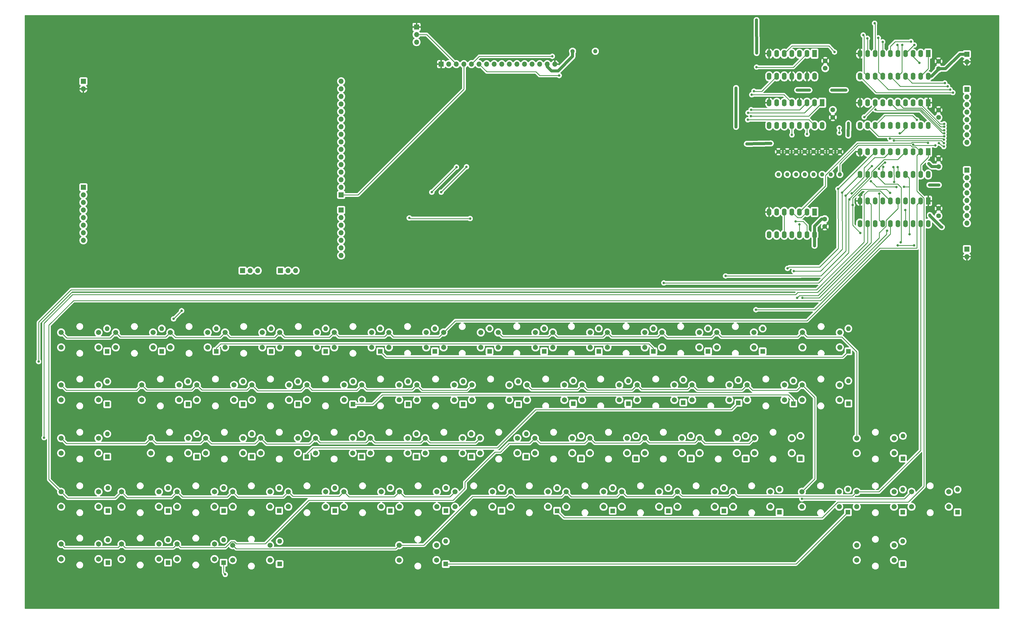
<source format=gbr>
%TF.GenerationSoftware,KiCad,Pcbnew,7.0.10*%
%TF.CreationDate,2025-03-29T10:40:22+00:00*%
%TF.ProjectId,BeanBoard,4265616e-426f-4617-9264-2e6b69636164,rev?*%
%TF.SameCoordinates,Original*%
%TF.FileFunction,Copper,L2,Bot*%
%TF.FilePolarity,Positive*%
%FSLAX46Y46*%
G04 Gerber Fmt 4.6, Leading zero omitted, Abs format (unit mm)*
G04 Created by KiCad (PCBNEW 7.0.10) date 2025-03-29 10:40:22*
%MOMM*%
%LPD*%
G01*
G04 APERTURE LIST*
%TA.AperFunction,ComponentPad*%
%ADD10R,1.700000X1.700000*%
%TD*%
%TA.AperFunction,ComponentPad*%
%ADD11O,1.700000X1.700000*%
%TD*%
%TA.AperFunction,ComponentPad*%
%ADD12C,1.400000*%
%TD*%
%TA.AperFunction,ComponentPad*%
%ADD13O,1.400000X1.400000*%
%TD*%
%TA.AperFunction,ComponentPad*%
%ADD14C,1.707896*%
%TD*%
%TA.AperFunction,ComponentPad*%
%ADD15R,1.600000X2.400000*%
%TD*%
%TA.AperFunction,ComponentPad*%
%ADD16O,1.600000X2.400000*%
%TD*%
%TA.AperFunction,ComponentPad*%
%ADD17R,1.600000X1.600000*%
%TD*%
%TA.AperFunction,ComponentPad*%
%ADD18O,1.600000X1.600000*%
%TD*%
%TA.AperFunction,ComponentPad*%
%ADD19C,1.600000*%
%TD*%
%TA.AperFunction,ViaPad*%
%ADD20C,0.800000*%
%TD*%
%TA.AperFunction,Conductor*%
%ADD21C,0.250000*%
%TD*%
%TA.AperFunction,Conductor*%
%ADD22C,1.000000*%
%TD*%
%TA.AperFunction,Conductor*%
%ADD23C,0.000000*%
%TD*%
G04 APERTURE END LIST*
D10*
%TO.P,J1,1,Pin_1*%
%TO.N,/A0*%
X140090000Y-99130000D03*
D11*
%TO.P,J1,2,Pin_2*%
%TO.N,/A1*%
X140090000Y-96590000D03*
%TO.P,J1,3,Pin_3*%
%TO.N,/A2*%
X140090000Y-94050000D03*
%TO.P,J1,4,Pin_4*%
%TO.N,/A3*%
X140090000Y-91510000D03*
%TO.P,J1,5,Pin_5*%
%TO.N,/A4*%
X140090000Y-88970000D03*
%TO.P,J1,6,Pin_6*%
%TO.N,/A5*%
X140090000Y-86430000D03*
%TO.P,J1,7,Pin_7*%
%TO.N,/A6*%
X140090000Y-83890000D03*
%TO.P,J1,8,Pin_8*%
%TO.N,/A7*%
X140090000Y-81350000D03*
%TO.P,J1,9,Pin_9*%
%TO.N,/A8*%
X140090000Y-78810000D03*
%TO.P,J1,10,Pin_10*%
%TO.N,/A9*%
X140090000Y-76270000D03*
%TO.P,J1,11,Pin_11*%
%TO.N,/A10*%
X140090000Y-73730000D03*
%TO.P,J1,12,Pin_12*%
%TO.N,/A11*%
X140090000Y-71190000D03*
%TO.P,J1,13,Pin_13*%
%TO.N,/A12*%
X140090000Y-68650000D03*
%TO.P,J1,14,Pin_14*%
%TO.N,/A13*%
X140090000Y-66110000D03*
%TO.P,J1,15,Pin_15*%
%TO.N,/A14*%
X140090000Y-63570000D03*
%TO.P,J1,16,Pin_16*%
%TO.N,/A15*%
X140090000Y-61030000D03*
%TD*%
D12*
%TO.P,R8,1*%
%TO.N,GND*%
X304170000Y-84640000D03*
D13*
%TO.P,R8,2*%
%TO.N,Net-(D07-K)*%
X304170000Y-92260000D03*
%TD*%
D14*
%TO.P,SW15,1,1*%
%TO.N,Net-(U2-O1)*%
X294680000Y-145260000D03*
%TO.P,SW15,2,2*%
%TO.N,Net-(D15-A)*%
X307180000Y-145260000D03*
%TO.P,SW15,3*%
%TO.N,N/C*%
X294680000Y-150260000D03*
%TO.P,SW15,4*%
X307180000Y-150260000D03*
%TD*%
D15*
%TO.P,U4,1,OE*%
%TO.N,GND*%
X336810000Y-68196666D03*
D16*
%TO.P,U4,2,O0*%
%TO.N,Net-(J8-Pin_1)*%
X334270000Y-68196666D03*
%TO.P,U4,3,D0*%
%TO.N,/D0*%
X331730000Y-68196666D03*
%TO.P,U4,4,D1*%
%TO.N,/D1*%
X329190000Y-68196666D03*
%TO.P,U4,5,O1*%
%TO.N,Net-(J8-Pin_2)*%
X326650000Y-68196666D03*
%TO.P,U4,6,O2*%
%TO.N,Net-(J8-Pin_3)*%
X324110000Y-68196666D03*
%TO.P,U4,7,D2*%
%TO.N,/D2*%
X321570000Y-68196666D03*
%TO.P,U4,8,D3*%
%TO.N,/D3*%
X319030000Y-68196666D03*
%TO.P,U4,9,O3*%
%TO.N,Net-(J8-Pin_4)*%
X316490000Y-68196666D03*
%TO.P,U4,10,GND*%
%TO.N,GND*%
X313950000Y-68196666D03*
%TO.P,U4,11,LE*%
%TO.N,/GPIO_WR*%
X313950000Y-75816666D03*
%TO.P,U4,12,O4*%
%TO.N,Net-(J8-Pin_5)*%
X316490000Y-75816666D03*
%TO.P,U4,13,D4*%
%TO.N,/D4*%
X319030000Y-75816666D03*
%TO.P,U4,14,D5*%
%TO.N,/D5*%
X321570000Y-75816666D03*
%TO.P,U4,15,O5*%
%TO.N,Net-(J8-Pin_6)*%
X324110000Y-75816666D03*
%TO.P,U4,16,O6*%
%TO.N,Net-(J8-Pin_7)*%
X326650000Y-75816666D03*
%TO.P,U4,17,D6*%
%TO.N,/D6*%
X329190000Y-75816666D03*
%TO.P,U4,18,D7*%
%TO.N,/D7*%
X331730000Y-75816666D03*
%TO.P,U4,19,O7*%
%TO.N,Net-(J8-Pin_8)*%
X334270000Y-75816666D03*
%TO.P,U4,20,VCC*%
%TO.N,VCC*%
X336810000Y-75816666D03*
%TD*%
D14*
%TO.P,SW63,1,1*%
%TO.N,Net-(U2-O6)*%
X103756578Y-198710000D03*
%TO.P,SW63,2,2*%
%TO.N,Net-(D63-A)*%
X116256578Y-198710000D03*
%TO.P,SW63,3*%
%TO.N,N/C*%
X103756578Y-203710000D03*
%TO.P,SW63,4*%
X116256578Y-203710000D03*
%TD*%
D17*
%TO.P,D16,1,K*%
%TO.N,Net-(D06-K)*%
X328350984Y-187575400D03*
D18*
%TO.P,D16,2,A*%
%TO.N,Net-(D16-A)*%
X328350984Y-179955400D03*
%TD*%
D19*
%TO.P,C7,1*%
%TO.N,GND*%
X340300000Y-103630000D03*
%TO.P,C7,2*%
%TO.N,VCC*%
X340300000Y-106130000D03*
%TD*%
D14*
%TO.P,SW51,1,1*%
%TO.N,Net-(U2-O5)*%
X223425640Y-180720000D03*
%TO.P,SW51,2,2*%
%TO.N,Net-(D51-A)*%
X235925640Y-180720000D03*
%TO.P,SW51,3*%
%TO.N,N/C*%
X223425640Y-185720000D03*
%TO.P,SW51,4*%
X235925640Y-185720000D03*
%TD*%
D17*
%TO.P,D61,1,K*%
%TO.N,Net-(D01-K)*%
X82063407Y-205048099D03*
D18*
%TO.P,D61,2,A*%
%TO.N,Net-(D61-A)*%
X82063407Y-197428099D03*
%TD*%
D17*
%TO.P,D13,1,K*%
%TO.N,Net-(D03-K)*%
X263033502Y-151580000D03*
D18*
%TO.P,D13,2,A*%
%TO.N,Net-(D13-A)*%
X263033502Y-143960000D03*
%TD*%
D17*
%TO.P,D43,1,K*%
%TO.N,Net-(D03-K)*%
X128547388Y-186905400D03*
D18*
%TO.P,D43,2,A*%
%TO.N,Net-(D43-A)*%
X128547388Y-179285400D03*
%TD*%
D12*
%TO.P,R7,1*%
%TO.N,GND*%
X286640000Y-84640000D03*
D13*
%TO.P,R7,2*%
%TO.N,Net-(D06-K)*%
X286640000Y-92260000D03*
%TD*%
D15*
%TO.P,U3,1,OEa*%
%TO.N,/~{KB_RD}*%
X336810000Y-84653332D03*
D16*
%TO.P,U3,2,I0a*%
%TO.N,Net-(D00-K)*%
X334270000Y-84653332D03*
%TO.P,U3,3,O3b*%
%TO.N,/D7*%
X331730000Y-84653332D03*
%TO.P,U3,4,I1a*%
%TO.N,Net-(D01-K)*%
X329190000Y-84653332D03*
%TO.P,U3,5,O2b*%
%TO.N,/D6*%
X326650000Y-84653332D03*
%TO.P,U3,6,I2a*%
%TO.N,Net-(D02-K)*%
X324110000Y-84653332D03*
%TO.P,U3,7,O1b*%
%TO.N,/D5*%
X321570000Y-84653332D03*
%TO.P,U3,8,I3a*%
%TO.N,Net-(D03-K)*%
X319030000Y-84653332D03*
%TO.P,U3,9,O0b*%
%TO.N,/D4*%
X316490000Y-84653332D03*
%TO.P,U3,10,GND*%
%TO.N,GND*%
X313950000Y-84653332D03*
%TO.P,U3,11,I0b*%
%TO.N,Net-(D04-K)*%
X313950000Y-92273332D03*
%TO.P,U3,12,O3a*%
%TO.N,/D3*%
X316490000Y-92273332D03*
%TO.P,U3,13,I1b*%
%TO.N,Net-(D05-K)*%
X319030000Y-92273332D03*
%TO.P,U3,14,O2a*%
%TO.N,/D2*%
X321570000Y-92273332D03*
%TO.P,U3,15,I2b*%
%TO.N,Net-(D06-K)*%
X324110000Y-92273332D03*
%TO.P,U3,16,O1a*%
%TO.N,/D1*%
X326650000Y-92273332D03*
%TO.P,U3,17,I3b*%
%TO.N,Net-(D07-K)*%
X329190000Y-92273332D03*
%TO.P,U3,18,O0a*%
%TO.N,/D0*%
X331730000Y-92273332D03*
%TO.P,U3,19,OEb*%
%TO.N,/~{KB_RD}*%
X334270000Y-92273332D03*
%TO.P,U3,20,VCC*%
%TO.N,VCC*%
X336810000Y-92273332D03*
%TD*%
D17*
%TO.P,D12,1,K*%
%TO.N,Net-(D02-K)*%
X244727025Y-151580000D03*
D18*
%TO.P,D12,2,A*%
%TO.N,Net-(D12-A)*%
X244727025Y-143960000D03*
%TD*%
D10*
%TO.P,J11,1,Pin_1*%
%TO.N,VCC*%
X349790000Y-117280000D03*
D11*
%TO.P,J11,2,Pin_2*%
%TO.N,GND*%
X349790000Y-119820000D03*
%TD*%
D19*
%TO.P,C6,1*%
%TO.N,GND*%
X340300000Y-87110000D03*
%TO.P,C6,2*%
%TO.N,VCC*%
X340300000Y-89610000D03*
%TD*%
D17*
%TO.P,D35,1,K*%
%TO.N,Net-(D05-K)*%
X310070000Y-169102700D03*
D18*
%TO.P,D35,2,A*%
%TO.N,Net-(D35-A)*%
X310070000Y-161482700D03*
%TD*%
D14*
%TO.P,SW17,1,1*%
%TO.N,Net-(U2-O1)*%
X312860000Y-216620000D03*
%TO.P,SW17,2,2*%
%TO.N,Net-(D17-A)*%
X325360000Y-216620000D03*
%TO.P,SW17,3*%
%TO.N,N/C*%
X312860000Y-221620000D03*
%TO.P,SW17,4*%
X325360000Y-221620000D03*
%TD*%
D10*
%TO.P,J3,1,Pin_1*%
%TO.N,/~{RD}*%
X140090000Y-104210000D03*
D11*
%TO.P,J3,2,Pin_2*%
%TO.N,/~{WR}*%
X140090000Y-106750000D03*
%TO.P,J3,3,Pin_3*%
%TO.N,/~{MREQ}*%
X140090000Y-109290000D03*
%TO.P,J3,4,Pin_4*%
%TO.N,/~{IORQ}*%
X140090000Y-111830000D03*
%TO.P,J3,5,Pin_5*%
%TO.N,/~{RESET}*%
X140090000Y-114370000D03*
%TO.P,J3,6,Pin_6*%
%TO.N,/~{CLK}*%
X140090000Y-116910000D03*
%TO.P,J3,7,Pin_7*%
%TO.N,/~{CLKINH}*%
X140090000Y-119450000D03*
%TD*%
D19*
%TO.P,C4,1*%
%TO.N,VCC*%
X304860000Y-70600000D03*
%TO.P,C4,2*%
%TO.N,GND*%
X304860000Y-73100000D03*
%TD*%
D17*
%TO.P,D50,1,K*%
%TO.N,Net-(D00-K)*%
X220482163Y-187575400D03*
D18*
%TO.P,D50,2,A*%
%TO.N,Net-(D50-A)*%
X220482163Y-179955400D03*
%TD*%
D14*
%TO.P,SW35,1,1*%
%TO.N,Net-(U2-O3)*%
X294597588Y-162890000D03*
%TO.P,SW35,2,2*%
%TO.N,Net-(D35-A)*%
X307097588Y-162890000D03*
%TO.P,SW35,3*%
%TO.N,N/C*%
X294597588Y-167890000D03*
%TO.P,SW35,4*%
X307097588Y-167890000D03*
%TD*%
D17*
%TO.P,D02,1,K*%
%TO.N,Net-(D02-K)*%
X98275209Y-151580000D03*
D18*
%TO.P,D02,2,A*%
%TO.N,Net-(D02-A)*%
X98275209Y-143960000D03*
%TD*%
D17*
%TO.P,D45,1,K*%
%TO.N,Net-(D05-K)*%
X165321298Y-186905400D03*
D18*
%TO.P,D45,2,A*%
%TO.N,Net-(D45-A)*%
X165321298Y-179285400D03*
%TD*%
D17*
%TO.P,D04,1,K*%
%TO.N,Net-(D04-K)*%
X134888163Y-151580000D03*
D18*
%TO.P,D04,2,A*%
%TO.N,Net-(D04-A)*%
X134888163Y-143960000D03*
%TD*%
D10*
%TO.P,RV1,1,1*%
%TO.N,GND*%
X165345000Y-42785000D03*
D11*
%TO.P,RV1,2,2*%
%TO.N,/LCD_V0*%
X165345000Y-45325000D03*
%TO.P,RV1,3,3*%
%TO.N,VCC*%
X165345000Y-47865000D03*
%TD*%
D14*
%TO.P,SW20,1,1*%
%TO.N,Net-(U2-O2)*%
X46259016Y-162890000D03*
%TO.P,SW20,2,2*%
%TO.N,Net-(D20-A)*%
X58759016Y-162890000D03*
%TO.P,SW20,3*%
%TO.N,N/C*%
X46259016Y-167890000D03*
%TO.P,SW20,4*%
X58759016Y-167890000D03*
%TD*%
%TO.P,SW73,1,1*%
%TO.N,Net-(U2-O7)*%
X252786826Y-198710000D03*
%TO.P,SW73,2,2*%
%TO.N,Net-(D73-A)*%
X265286826Y-198710000D03*
%TO.P,SW73,3*%
%TO.N,N/C*%
X252786826Y-203710000D03*
%TO.P,SW73,4*%
X265286826Y-203710000D03*
%TD*%
%TO.P,SW32,1,1*%
%TO.N,Net-(U2-O3)*%
X239263191Y-162890000D03*
%TO.P,SW32,2,2*%
%TO.N,Net-(D32-A)*%
X251763191Y-162890000D03*
%TO.P,SW32,3*%
%TO.N,N/C*%
X239263191Y-167890000D03*
%TO.P,SW32,4*%
X251763191Y-167890000D03*
%TD*%
%TO.P,SW31,1,1*%
%TO.N,Net-(U2-O3)*%
X220818392Y-162890000D03*
%TO.P,SW31,2,2*%
%TO.N,Net-(D31-A)*%
X233318392Y-162890000D03*
%TO.P,SW31,3*%
%TO.N,N/C*%
X220818392Y-167890000D03*
%TO.P,SW31,4*%
X233318392Y-167890000D03*
%TD*%
D10*
%TO.P,J5,1,Pin_1*%
%TO.N,unconnected-(J5-Pin_1-Pad1)*%
X119770000Y-124530000D03*
D11*
%TO.P,J5,2,Pin_2*%
%TO.N,/~{USB_IORQ}*%
X122310000Y-124530000D03*
%TO.P,J5,3,Pin_3*%
%TO.N,unconnected-(J5-Pin_3-Pad3)*%
X124850000Y-124530000D03*
%TD*%
D14*
%TO.P,SW34,1,1*%
%TO.N,Net-(U2-O3)*%
X276152789Y-162890000D03*
%TO.P,SW34,2,2*%
%TO.N,Net-(D34-A)*%
X288652789Y-162890000D03*
%TO.P,SW34,3*%
%TO.N,N/C*%
X276152789Y-167890000D03*
%TO.P,SW34,4*%
X288652789Y-167890000D03*
%TD*%
%TO.P,SW46,1,1*%
%TO.N,Net-(U2-O4)*%
X168264775Y-180720000D03*
%TO.P,SW46,2,2*%
%TO.N,Net-(D46-A)*%
X180764775Y-180720000D03*
%TO.P,SW46,3*%
%TO.N,N/C*%
X168264775Y-185720000D03*
%TO.P,SW46,4*%
X180764775Y-185720000D03*
%TD*%
%TO.P,SW70,1,1*%
%TO.N,Net-(U2-O7)*%
X196900483Y-198710000D03*
%TO.P,SW70,2,2*%
%TO.N,Net-(D70-A)*%
X209400483Y-198710000D03*
%TO.P,SW70,3*%
%TO.N,N/C*%
X196900483Y-203710000D03*
%TO.P,SW70,4*%
X209400483Y-203710000D03*
%TD*%
%TO.P,SW41,1,1*%
%TO.N,Net-(U2-O4)*%
X76330000Y-180720000D03*
%TO.P,SW41,2,2*%
%TO.N,Net-(D41-A)*%
X88830000Y-180720000D03*
%TO.P,SW41,3*%
%TO.N,N/C*%
X76330000Y-185720000D03*
%TO.P,SW41,4*%
X88830000Y-185720000D03*
%TD*%
%TO.P,SW30,1,1*%
%TO.N,Net-(U2-O3)*%
X202373593Y-162890000D03*
%TO.P,SW30,2,2*%
%TO.N,Net-(D30-A)*%
X214873593Y-162890000D03*
%TO.P,SW30,3*%
%TO.N,N/C*%
X202373593Y-167890000D03*
%TO.P,SW30,4*%
X214873593Y-167890000D03*
%TD*%
D12*
%TO.P,R5,1*%
%TO.N,GND*%
X295442855Y-84640000D03*
D13*
%TO.P,R5,2*%
%TO.N,Net-(D04-K)*%
X295442855Y-92260000D03*
%TD*%
D17*
%TO.P,D70,1,K*%
%TO.N,Net-(D00-K)*%
X212464874Y-205088099D03*
D18*
%TO.P,D70,2,A*%
%TO.N,Net-(D70-A)*%
X212464874Y-197468099D03*
%TD*%
D17*
%TO.P,D75,1,K*%
%TO.N,Net-(D05-K)*%
X119469016Y-222920000D03*
D18*
%TO.P,D75,2,A*%
%TO.N,Net-(D75-A)*%
X119469016Y-215300000D03*
%TD*%
D17*
%TO.P,D36,1,K*%
%TO.N,Net-(D06-K)*%
X309900000Y-205558099D03*
D18*
%TO.P,D36,2,A*%
%TO.N,Net-(D36-A)*%
X309900000Y-197938099D03*
%TD*%
D12*
%TO.P,R9,1*%
%TO.N,/LCD_LED_VCC*%
X217640000Y-50930000D03*
D13*
%TO.P,R9,2*%
%TO.N,VCC*%
X225260000Y-50930000D03*
%TD*%
D17*
%TO.P,D31,1,K*%
%TO.N,Net-(D01-K)*%
X236290792Y-169102700D03*
D18*
%TO.P,D31,2,A*%
%TO.N,Net-(D31-A)*%
X236290792Y-161482700D03*
%TD*%
D17*
%TO.P,D54,1,K*%
%TO.N,Net-(D04-K)*%
X294030000Y-187575400D03*
D18*
%TO.P,D54,2,A*%
%TO.N,Net-(D54-A)*%
X294030000Y-179955400D03*
%TD*%
D15*
%TO.P,U7,1*%
%TO.N,/~{LCD_E}*%
X298740000Y-51740000D03*
D16*
%TO.P,U7,2*%
%TO.N,/LCD_E*%
X296200000Y-51740000D03*
%TO.P,U7,3*%
%TO.N,/~{KB_WR}*%
X293660000Y-51740000D03*
%TO.P,U7,4*%
%TO.N,/KB_WR*%
X291120000Y-51740000D03*
%TO.P,U7,5*%
%TO.N,/~{RD}*%
X288580000Y-51740000D03*
%TO.P,U7,6*%
%TO.N,/RD*%
X286040000Y-51740000D03*
%TO.P,U7,7,GND*%
%TO.N,GND*%
X283500000Y-51740000D03*
%TO.P,U7,8*%
%TO.N,/GPIO_WR*%
X283500000Y-59360000D03*
%TO.P,U7,9*%
%TO.N,Net-(U6-Pad8)*%
X286040000Y-59360000D03*
%TO.P,U7,10*%
%TO.N,unconnected-(U7-Pad10)*%
X288580000Y-59360000D03*
%TO.P,U7,11*%
%TO.N,GND*%
X291120000Y-59360000D03*
%TO.P,U7,12*%
%TO.N,unconnected-(U7-Pad12)*%
X293660000Y-59360000D03*
%TO.P,U7,13*%
%TO.N,GND*%
X296200000Y-59360000D03*
%TO.P,U7,14,VCC*%
%TO.N,VCC*%
X298740000Y-59360000D03*
%TD*%
D14*
%TO.P,SW66,1,1*%
%TO.N,Net-(U2-O6)*%
X159642921Y-198710000D03*
%TO.P,SW66,2,2*%
%TO.N,Net-(D66-A)*%
X172142921Y-198710000D03*
%TO.P,SW66,3*%
%TO.N,N/C*%
X159642921Y-203710000D03*
%TO.P,SW66,4*%
X172142921Y-203710000D03*
%TD*%
%TO.P,SW76,1,1*%
%TO.N,Net-(U2-O7)*%
X159540000Y-216620000D03*
%TO.P,SW76,2,2*%
%TO.N,Net-(D76-A)*%
X172040000Y-216620000D03*
%TO.P,SW76,3*%
%TO.N,N/C*%
X159540000Y-221620000D03*
%TO.P,SW76,4*%
X172040000Y-221620000D03*
%TD*%
%TO.P,SW13,1,1*%
%TO.N,Net-(U2-O1)*%
X247630263Y-145260000D03*
%TO.P,SW13,2,2*%
%TO.N,Net-(D13-A)*%
X260130263Y-145260000D03*
%TO.P,SW13,3*%
%TO.N,N/C*%
X247630263Y-150260000D03*
%TO.P,SW13,4*%
X260130263Y-150260000D03*
%TD*%
D17*
%TO.P,D01,1,K*%
%TO.N,Net-(D01-K)*%
X79968732Y-151580000D03*
D18*
%TO.P,D01,2,A*%
%TO.N,Net-(D01-A)*%
X79968732Y-143960000D03*
%TD*%
D14*
%TO.P,SW52,1,1*%
%TO.N,Net-(U2-O5)*%
X241812595Y-180720000D03*
%TO.P,SW52,2,2*%
%TO.N,Net-(D52-A)*%
X254312595Y-180720000D03*
%TO.P,SW52,3*%
%TO.N,N/C*%
X241812595Y-185720000D03*
%TO.P,SW52,4*%
X254312595Y-185720000D03*
%TD*%
D17*
%TO.P,D56,1,K*%
%TO.N,Net-(D06-K)*%
X82063407Y-222470000D03*
D18*
%TO.P,D56,2,A*%
%TO.N,Net-(D56-A)*%
X82063407Y-214850000D03*
%TD*%
D14*
%TO.P,SW23,1,1*%
%TO.N,Net-(U2-O2)*%
X110149598Y-162890000D03*
%TO.P,SW23,2,2*%
%TO.N,Net-(D23-A)*%
X122649598Y-162890000D03*
%TO.P,SW23,3*%
%TO.N,N/C*%
X110149598Y-167890000D03*
%TO.P,SW23,4*%
X122649598Y-167890000D03*
%TD*%
%TO.P,SW00,1,1*%
%TO.N,Net-(U2-O0)*%
X46259016Y-145260000D03*
%TO.P,SW00,2,2*%
%TO.N,Net-(D00-A)*%
X58759016Y-145260000D03*
%TO.P,SW00,3*%
%TO.N,N/C*%
X46259016Y-150260000D03*
%TO.P,SW00,4*%
X58759016Y-150260000D03*
%TD*%
D17*
%TO.P,D74,1,K*%
%TO.N,Net-(D04-K)*%
X286980000Y-205558099D03*
D18*
%TO.P,D74,2,A*%
%TO.N,Net-(D74-A)*%
X286980000Y-197938099D03*
%TD*%
D10*
%TO.P,J7,1,Pin_1*%
%TO.N,GND*%
X173610000Y-55250000D03*
D11*
%TO.P,J7,2,Pin_2*%
%TO.N,VCC*%
X176150000Y-55250000D03*
%TO.P,J7,3,Pin_3*%
%TO.N,/LCD_V0*%
X178690000Y-55250000D03*
%TO.P,J7,4,Pin_4*%
%TO.N,/A0*%
X181230000Y-55250000D03*
%TO.P,J7,5,Pin_5*%
%TO.N,/RD*%
X183770000Y-55250000D03*
%TO.P,J7,6,Pin_6*%
%TO.N,/LCD_E*%
X186310000Y-55250000D03*
%TO.P,J7,7,Pin_7*%
%TO.N,/D0*%
X188850000Y-55250000D03*
%TO.P,J7,8,Pin_8*%
%TO.N,/D1*%
X191390000Y-55250000D03*
%TO.P,J7,9,Pin_9*%
%TO.N,/D2*%
X193930000Y-55250000D03*
%TO.P,J7,10,Pin_10*%
%TO.N,/D3*%
X196470000Y-55250000D03*
%TO.P,J7,11,Pin_11*%
%TO.N,/D4*%
X199010000Y-55250000D03*
%TO.P,J7,12,Pin_12*%
%TO.N,/D5*%
X201550000Y-55250000D03*
%TO.P,J7,13,Pin_13*%
%TO.N,/D6*%
X204090000Y-55250000D03*
%TO.P,J7,14,Pin_14*%
%TO.N,/D7*%
X206630000Y-55250000D03*
%TO.P,J7,15,Pin_15*%
%TO.N,/LCD_LED_VCC*%
X209170000Y-55250000D03*
%TO.P,J7,16,Pin_16*%
%TO.N,GND*%
X211710000Y-55250000D03*
%TD*%
D17*
%TO.P,D15,1,K*%
%TO.N,Net-(D05-K)*%
X310070000Y-151580000D03*
D18*
%TO.P,D15,2,A*%
%TO.N,Net-(D15-A)*%
X310070000Y-143960000D03*
%TD*%
D17*
%TO.P,D47,1,K*%
%TO.N,Net-(D07-K)*%
X202095208Y-186905400D03*
D18*
%TO.P,D47,2,A*%
%TO.N,Net-(D47-A)*%
X202095208Y-179285400D03*
%TD*%
D14*
%TO.P,SW45,1,1*%
%TO.N,Net-(U2-O4)*%
X149877820Y-180720000D03*
%TO.P,SW45,2,2*%
%TO.N,Net-(D45-A)*%
X162377820Y-180720000D03*
%TO.P,SW45,3*%
%TO.N,N/C*%
X149877820Y-185720000D03*
%TO.P,SW45,4*%
X162377820Y-185720000D03*
%TD*%
%TO.P,SW71,1,1*%
%TO.N,Net-(U2-O7)*%
X215529264Y-198710000D03*
%TO.P,SW71,2,2*%
%TO.N,Net-(D71-A)*%
X228029264Y-198710000D03*
%TO.P,SW71,3*%
%TO.N,N/C*%
X215529264Y-203710000D03*
%TO.P,SW71,4*%
X228029264Y-203710000D03*
%TD*%
%TO.P,SW47,1,1*%
%TO.N,Net-(U2-O4)*%
X186651730Y-180720000D03*
%TO.P,SW47,2,2*%
%TO.N,Net-(D47-A)*%
X199151730Y-180720000D03*
%TO.P,SW47,3*%
%TO.N,N/C*%
X186651730Y-185720000D03*
%TO.P,SW47,4*%
X199151730Y-185720000D03*
%TD*%
D17*
%TO.P,D77,1,K*%
%TO.N,Net-(D07-K)*%
X328310000Y-205558099D03*
D18*
%TO.P,D77,2,A*%
%TO.N,Net-(D77-A)*%
X328310000Y-197938099D03*
%TD*%
D14*
%TO.P,SW12,1,1*%
%TO.N,Net-(U2-O1)*%
X229323786Y-145260000D03*
%TO.P,SW12,2,2*%
%TO.N,Net-(D12-A)*%
X241823786Y-145260000D03*
%TO.P,SW12,3*%
%TO.N,N/C*%
X229323786Y-150260000D03*
%TO.P,SW12,4*%
X241823786Y-150260000D03*
%TD*%
%TO.P,SW57,1,1*%
%TO.N,Net-(U2-O5)*%
X85127797Y-216250000D03*
%TO.P,SW57,2,2*%
%TO.N,Net-(D57-A)*%
X97627797Y-216250000D03*
%TO.P,SW57,3*%
%TO.N,N/C*%
X85127797Y-221250000D03*
%TO.P,SW57,4*%
X97627797Y-221250000D03*
%TD*%
D17*
%TO.P,D05,1,K*%
%TO.N,Net-(D05-K)*%
X153194640Y-151580000D03*
D18*
%TO.P,D05,2,A*%
%TO.N,Net-(D05-A)*%
X153194640Y-143960000D03*
%TD*%
D17*
%TO.P,D55,1,K*%
%TO.N,Net-(D05-K)*%
X61880000Y-222470000D03*
D18*
%TO.P,D55,2,A*%
%TO.N,Net-(D55-A)*%
X61880000Y-214850000D03*
%TD*%
D14*
%TO.P,SW37,1,1*%
%TO.N,Net-(U2-O3)*%
X331230000Y-198710000D03*
%TO.P,SW37,2,2*%
%TO.N,Net-(D37-A)*%
X343730000Y-198710000D03*
%TO.P,SW37,3*%
%TO.N,N/C*%
X331230000Y-203710000D03*
%TO.P,SW37,4*%
X343730000Y-203710000D03*
%TD*%
D17*
%TO.P,D11,1,K*%
%TO.N,Net-(D01-K)*%
X226420548Y-151580000D03*
D18*
%TO.P,D11,2,A*%
%TO.N,Net-(D11-A)*%
X226420548Y-143960000D03*
%TD*%
D14*
%TO.P,SW77,1,1*%
%TO.N,Net-(U2-O7)*%
X312860000Y-198710000D03*
%TO.P,SW77,2,2*%
%TO.N,Net-(D77-A)*%
X325360000Y-198710000D03*
%TO.P,SW77,3*%
%TO.N,N/C*%
X312860000Y-203710000D03*
%TO.P,SW77,4*%
X325360000Y-203710000D03*
%TD*%
D17*
%TO.P,D40,1,K*%
%TO.N,Net-(D00-K)*%
X61709016Y-186905400D03*
D18*
%TO.P,D40,2,A*%
%TO.N,Net-(D40-A)*%
X61709016Y-179285400D03*
%TD*%
D17*
%TO.P,D34,1,K*%
%TO.N,Net-(D04-K)*%
X291625189Y-169102700D03*
D18*
%TO.P,D34,2,A*%
%TO.N,Net-(D34-A)*%
X291625189Y-161482700D03*
%TD*%
D10*
%TO.P,J4,1,Pin_1*%
%TO.N,VCC*%
X53730000Y-61030000D03*
D11*
%TO.P,J4,2,Pin_2*%
%TO.N,GND*%
X53730000Y-63570000D03*
%TD*%
D14*
%TO.P,SW02,1,1*%
%TO.N,Net-(U2-O0)*%
X82871970Y-145260000D03*
%TO.P,SW02,2,2*%
%TO.N,Net-(D02-A)*%
X95371970Y-145260000D03*
%TO.P,SW02,3*%
%TO.N,N/C*%
X82871970Y-150260000D03*
%TO.P,SW02,4*%
X95371970Y-150260000D03*
%TD*%
D17*
%TO.P,D27,1,K*%
%TO.N,Net-(D07-K)*%
X199401194Y-169322700D03*
D18*
%TO.P,D27,2,A*%
%TO.N,Net-(D27-A)*%
X199401194Y-161702700D03*
%TD*%
D14*
%TO.P,SW65,1,1*%
%TO.N,Net-(U2-O6)*%
X141014140Y-198710000D03*
%TO.P,SW65,2,2*%
%TO.N,Net-(D65-A)*%
X153514140Y-198710000D03*
%TO.P,SW65,3*%
%TO.N,N/C*%
X141014140Y-203710000D03*
%TO.P,SW65,4*%
X153514140Y-203710000D03*
%TD*%
%TO.P,SW62,1,1*%
%TO.N,Net-(U2-O6)*%
X85127797Y-198710000D03*
%TO.P,SW62,2,2*%
%TO.N,Net-(D62-A)*%
X97627797Y-198710000D03*
%TO.P,SW62,3*%
%TO.N,N/C*%
X85127797Y-203710000D03*
%TO.P,SW62,4*%
X97627797Y-203710000D03*
%TD*%
D10*
%TO.P,J8,1,Pin_1*%
%TO.N,Net-(J8-Pin_1)*%
X349790000Y-90850000D03*
D11*
%TO.P,J8,2,Pin_2*%
%TO.N,Net-(J8-Pin_2)*%
X349790000Y-93390000D03*
%TO.P,J8,3,Pin_3*%
%TO.N,Net-(J8-Pin_3)*%
X349790000Y-95930000D03*
%TO.P,J8,4,Pin_4*%
%TO.N,Net-(J8-Pin_4)*%
X349790000Y-98470000D03*
%TO.P,J8,5,Pin_5*%
%TO.N,Net-(J8-Pin_5)*%
X349790000Y-101010000D03*
%TO.P,J8,6,Pin_6*%
%TO.N,Net-(J8-Pin_6)*%
X349790000Y-103550000D03*
%TO.P,J8,7,Pin_7*%
%TO.N,Net-(J8-Pin_7)*%
X349790000Y-106090000D03*
%TO.P,J8,8,Pin_8*%
%TO.N,Net-(J8-Pin_8)*%
X349790000Y-108630000D03*
%TD*%
D14*
%TO.P,SW74,1,1*%
%TO.N,Net-(U2-O7)*%
X271415607Y-198710000D03*
%TO.P,SW74,2,2*%
%TO.N,Net-(D74-A)*%
X283915607Y-198710000D03*
%TO.P,SW74,3*%
%TO.N,N/C*%
X271415607Y-203710000D03*
%TO.P,SW74,4*%
X283915607Y-203710000D03*
%TD*%
%TO.P,SW22,1,1*%
%TO.N,Net-(U2-O2)*%
X91704799Y-162890000D03*
%TO.P,SW22,2,2*%
%TO.N,Net-(D22-A)*%
X104204799Y-162890000D03*
%TO.P,SW22,3*%
%TO.N,N/C*%
X91704799Y-167890000D03*
%TO.P,SW22,4*%
X104204799Y-167890000D03*
%TD*%
D12*
%TO.P,R6,1*%
%TO.N,GND*%
X301311425Y-84640000D03*
D13*
%TO.P,R6,2*%
%TO.N,Net-(D05-K)*%
X301311425Y-92260000D03*
%TD*%
D14*
%TO.P,SW55,1,1*%
%TO.N,Net-(U2-O5)*%
X46259016Y-216250000D03*
%TO.P,SW55,2,2*%
%TO.N,Net-(D55-A)*%
X58759016Y-216250000D03*
%TO.P,SW55,3*%
%TO.N,N/C*%
X46259016Y-221250000D03*
%TO.P,SW55,4*%
X58759016Y-221250000D03*
%TD*%
D17*
%TO.P,D67,1,K*%
%TO.N,Net-(D07-K)*%
X193836093Y-205048099D03*
D18*
%TO.P,D67,2,A*%
%TO.N,Net-(D67-A)*%
X193836093Y-197428099D03*
%TD*%
D17*
%TO.P,D32,1,K*%
%TO.N,Net-(D02-K)*%
X254735591Y-168762700D03*
D18*
%TO.P,D32,2,A*%
%TO.N,Net-(D32-A)*%
X254735591Y-161142700D03*
%TD*%
D17*
%TO.P,D23,1,K*%
%TO.N,Net-(D03-K)*%
X125621998Y-169322700D03*
D18*
%TO.P,D23,2,A*%
%TO.N,Net-(D23-A)*%
X125621998Y-161702700D03*
%TD*%
D12*
%TO.P,R1,1*%
%TO.N,GND*%
X307180000Y-84640000D03*
D13*
%TO.P,R1,2*%
%TO.N,Net-(D00-K)*%
X307180000Y-92260000D03*
%TD*%
D14*
%TO.P,SW03,1,1*%
%TO.N,Net-(U2-O0)*%
X101178447Y-145260000D03*
%TO.P,SW03,2,2*%
%TO.N,Net-(D03-A)*%
X113678447Y-145260000D03*
%TO.P,SW03,3*%
%TO.N,N/C*%
X101178447Y-150260000D03*
%TO.P,SW03,4*%
X113678447Y-150260000D03*
%TD*%
D17*
%TO.P,D66,1,K*%
%TO.N,Net-(D06-K)*%
X175207312Y-205048099D03*
D18*
%TO.P,D66,2,A*%
%TO.N,Net-(D66-A)*%
X175207312Y-197428099D03*
%TD*%
D17*
%TO.P,D26,1,K*%
%TO.N,Net-(D06-K)*%
X180956395Y-169322700D03*
D18*
%TO.P,D26,2,A*%
%TO.N,Net-(D26-A)*%
X180956395Y-161702700D03*
%TD*%
D17*
%TO.P,D17,1,K*%
%TO.N,Net-(D07-K)*%
X328250000Y-222920000D03*
D18*
%TO.P,D17,2,A*%
%TO.N,Net-(D17-A)*%
X328250000Y-215300000D03*
%TD*%
D17*
%TO.P,D33,1,K*%
%TO.N,Net-(D03-K)*%
X273180390Y-168872700D03*
D18*
%TO.P,D33,2,A*%
%TO.N,Net-(D33-A)*%
X273180390Y-161252700D03*
%TD*%
D14*
%TO.P,SW43,1,1*%
%TO.N,Net-(U2-O4)*%
X113103910Y-180720000D03*
%TO.P,SW43,2,2*%
%TO.N,Net-(D43-A)*%
X125603910Y-180720000D03*
%TO.P,SW43,3*%
%TO.N,N/C*%
X113103910Y-185720000D03*
%TO.P,SW43,4*%
X125603910Y-185720000D03*
%TD*%
D17*
%TO.P,D41,1,K*%
%TO.N,Net-(D01-K)*%
X91773478Y-186905400D03*
D18*
%TO.P,D41,2,A*%
%TO.N,Net-(D41-A)*%
X91773478Y-179285400D03*
%TD*%
D17*
%TO.P,D37,1,K*%
%TO.N,Net-(D07-K)*%
X346660000Y-205558099D03*
D18*
%TO.P,D37,2,A*%
%TO.N,Net-(D37-A)*%
X346660000Y-197938099D03*
%TD*%
D14*
%TO.P,SW75,1,1*%
%TO.N,Net-(U2-O7)*%
X103756578Y-216620000D03*
%TO.P,SW75,2,2*%
%TO.N,Net-(D75-A)*%
X116256578Y-216620000D03*
%TO.P,SW75,3*%
%TO.N,N/C*%
X103756578Y-221620000D03*
%TO.P,SW75,4*%
X116256578Y-221620000D03*
%TD*%
D10*
%TO.P,J10,1,Pin_1*%
%TO.N,VCC*%
X349790000Y-51930000D03*
D11*
%TO.P,J10,2,Pin_2*%
%TO.N,GND*%
X349790000Y-54470000D03*
%TD*%
D14*
%TO.P,SW01,1,1*%
%TO.N,Net-(U2-O0)*%
X64565493Y-145260000D03*
%TO.P,SW01,2,2*%
%TO.N,Net-(D01-A)*%
X77065493Y-145260000D03*
%TO.P,SW01,3*%
%TO.N,N/C*%
X64565493Y-150260000D03*
%TO.P,SW01,4*%
X77065493Y-150260000D03*
%TD*%
D17*
%TO.P,D25,1,K*%
%TO.N,Net-(D05-K)*%
X162511596Y-169322700D03*
D18*
%TO.P,D25,2,A*%
%TO.N,Net-(D25-A)*%
X162511596Y-161702700D03*
%TD*%
D17*
%TO.P,D06,1,K*%
%TO.N,Net-(D06-K)*%
X171501117Y-151580000D03*
D18*
%TO.P,D06,2,A*%
%TO.N,Net-(D06-A)*%
X171501117Y-143960000D03*
%TD*%
D17*
%TO.P,D73,1,K*%
%TO.N,Net-(D03-K)*%
X268351217Y-205088099D03*
D18*
%TO.P,D73,2,A*%
%TO.N,Net-(D73-A)*%
X268351217Y-197468099D03*
%TD*%
D14*
%TO.P,SW11,1,1*%
%TO.N,Net-(U2-O1)*%
X211017309Y-145260000D03*
%TO.P,SW11,2,2*%
%TO.N,Net-(D11-A)*%
X223517309Y-145260000D03*
%TO.P,SW11,3*%
%TO.N,N/C*%
X211017309Y-150260000D03*
%TO.P,SW11,4*%
X223517309Y-150260000D03*
%TD*%
D19*
%TO.P,C2,1*%
%TO.N,GND*%
X340300000Y-70660000D03*
%TO.P,C2,2*%
%TO.N,VCC*%
X340300000Y-73160000D03*
%TD*%
D10*
%TO.P,J9,1,Pin_1*%
%TO.N,Net-(J9-Pin_1)*%
X349790000Y-63740000D03*
D11*
%TO.P,J9,2,Pin_2*%
%TO.N,Net-(J9-Pin_2)*%
X349790000Y-66280000D03*
%TO.P,J9,3,Pin_3*%
%TO.N,Net-(J9-Pin_3)*%
X349790000Y-68820000D03*
%TO.P,J9,4,Pin_4*%
%TO.N,Net-(J9-Pin_4)*%
X349790000Y-71360000D03*
%TO.P,J9,5,Pin_5*%
%TO.N,Net-(J9-Pin_5)*%
X349790000Y-73900000D03*
%TO.P,J9,6,Pin_6*%
%TO.N,Net-(J9-Pin_6)*%
X349790000Y-76440000D03*
%TO.P,J9,7,Pin_7*%
%TO.N,Net-(J9-Pin_7)*%
X349790000Y-78980000D03*
%TO.P,J9,8,Pin_8*%
%TO.N,Net-(J9-Pin_8)*%
X349790000Y-81520000D03*
%TD*%
D19*
%TO.P,C5,1*%
%TO.N,VCC*%
X302150000Y-107220000D03*
%TO.P,C5,2*%
%TO.N,GND*%
X302150000Y-109720000D03*
%TD*%
D15*
%TO.P,U6,1*%
%TO.N,/~{RD}*%
X298740000Y-104840000D03*
D16*
%TO.P,U6,2*%
%TO.N,/~{KB_E}*%
X296200000Y-104840000D03*
%TO.P,U6,3*%
%TO.N,/~{KB_RD}*%
X293660000Y-104840000D03*
%TO.P,U6,4*%
%TO.N,/~{KB_E}*%
X291120000Y-104840000D03*
%TO.P,U6,5*%
%TO.N,/~{WR}*%
X288580000Y-104840000D03*
%TO.P,U6,6*%
%TO.N,/~{KB_WR}*%
X286040000Y-104840000D03*
%TO.P,U6,7,GND*%
%TO.N,GND*%
X283500000Y-104840000D03*
%TO.P,U6,8*%
%TO.N,Net-(U6-Pad8)*%
X283500000Y-112460000D03*
%TO.P,U6,9*%
%TO.N,/~{GPIO_E}*%
X286040000Y-112460000D03*
%TO.P,U6,10*%
%TO.N,/~{WR}*%
X288580000Y-112460000D03*
%TO.P,U6,11*%
%TO.N,/~{GPIO_RD}*%
X291120000Y-112460000D03*
%TO.P,U6,12*%
%TO.N,/~{RD}*%
X293660000Y-112460000D03*
%TO.P,U6,13*%
%TO.N,/~{GPIO_E}*%
X296200000Y-112460000D03*
%TO.P,U6,14,VCC*%
%TO.N,VCC*%
X298740000Y-112460000D03*
%TD*%
D19*
%TO.P,C1,1*%
%TO.N,GND*%
X340300000Y-54310000D03*
%TO.P,C1,2*%
%TO.N,VCC*%
X340300000Y-56810000D03*
%TD*%
D14*
%TO.P,SW27,1,1*%
%TO.N,Net-(U2-O2)*%
X183928794Y-162890000D03*
%TO.P,SW27,2,2*%
%TO.N,Net-(D27-A)*%
X196428794Y-162890000D03*
%TO.P,SW27,3*%
%TO.N,N/C*%
X183928794Y-167890000D03*
%TO.P,SW27,4*%
X196428794Y-167890000D03*
%TD*%
%TO.P,SW24,1,1*%
%TO.N,Net-(U2-O2)*%
X128594397Y-162890000D03*
%TO.P,SW24,2,2*%
%TO.N,Net-(D24-A)*%
X141094397Y-162890000D03*
%TO.P,SW24,3*%
%TO.N,N/C*%
X128594397Y-167890000D03*
%TO.P,SW24,4*%
X141094397Y-167890000D03*
%TD*%
D17*
%TO.P,D52,1,K*%
%TO.N,Net-(D02-K)*%
X257256073Y-187575400D03*
D18*
%TO.P,D52,2,A*%
%TO.N,Net-(D52-A)*%
X257256073Y-179955400D03*
%TD*%
D14*
%TO.P,SW16,1,1*%
%TO.N,Net-(U2-O1)*%
X312860000Y-180720000D03*
%TO.P,SW16,2,2*%
%TO.N,Net-(D16-A)*%
X325360000Y-180720000D03*
%TO.P,SW16,3*%
%TO.N,N/C*%
X312860000Y-185720000D03*
%TO.P,SW16,4*%
X325360000Y-185720000D03*
%TD*%
%TO.P,SW61,1,1*%
%TO.N,Net-(U2-O6)*%
X66499016Y-198710000D03*
%TO.P,SW61,2,2*%
%TO.N,Net-(D61-A)*%
X78999016Y-198710000D03*
%TO.P,SW61,3*%
%TO.N,N/C*%
X66499016Y-203710000D03*
%TO.P,SW61,4*%
X78999016Y-203710000D03*
%TD*%
%TO.P,SW67,1,1*%
%TO.N,Net-(U2-O6)*%
X178271702Y-198710000D03*
%TO.P,SW67,2,2*%
%TO.N,Net-(D67-A)*%
X190771702Y-198710000D03*
%TO.P,SW67,3*%
%TO.N,N/C*%
X178271702Y-203710000D03*
%TO.P,SW67,4*%
X190771702Y-203710000D03*
%TD*%
D17*
%TO.P,D30,1,K*%
%TO.N,Net-(D00-K)*%
X217845993Y-169102700D03*
D18*
%TO.P,D30,2,A*%
%TO.N,Net-(D30-A)*%
X217845993Y-161482700D03*
%TD*%
D17*
%TO.P,D46,1,K*%
%TO.N,Net-(D06-K)*%
X183708253Y-186905400D03*
D18*
%TO.P,D46,2,A*%
%TO.N,Net-(D46-A)*%
X183708253Y-179285400D03*
%TD*%
D17*
%TO.P,D24,1,K*%
%TO.N,Net-(D04-K)*%
X144066797Y-169322700D03*
D18*
%TO.P,D24,2,A*%
%TO.N,Net-(D24-A)*%
X144066797Y-161702700D03*
%TD*%
D10*
%TO.P,J6,1,Pin_1*%
%TO.N,Net-(J6-Pin_1)*%
X107070000Y-124530000D03*
D11*
%TO.P,J6,2,Pin_2*%
X109610000Y-124530000D03*
%TO.P,J6,3,Pin_3*%
%TO.N,unconnected-(J6-Pin_3-Pad3)*%
X112150000Y-124530000D03*
%TD*%
D17*
%TO.P,D00,1,K*%
%TO.N,Net-(D00-K)*%
X61662255Y-151580000D03*
D18*
%TO.P,D00,2,A*%
%TO.N,Net-(D00-A)*%
X61662255Y-143960000D03*
%TD*%
D17*
%TO.P,D72,1,K*%
%TO.N,Net-(D02-K)*%
X249722436Y-205088099D03*
D18*
%TO.P,D72,2,A*%
%TO.N,Net-(D72-A)*%
X249722436Y-197468099D03*
%TD*%
D14*
%TO.P,SW21,1,1*%
%TO.N,Net-(U2-O2)*%
X73260000Y-162890000D03*
%TO.P,SW21,2,2*%
%TO.N,Net-(D21-A)*%
X85760000Y-162890000D03*
%TO.P,SW21,3*%
%TO.N,N/C*%
X73260000Y-167890000D03*
%TO.P,SW21,4*%
X85760000Y-167890000D03*
%TD*%
%TO.P,SW54,1,1*%
%TO.N,Net-(U2-O5)*%
X278586505Y-180720000D03*
%TO.P,SW54,2,2*%
%TO.N,Net-(D54-A)*%
X291086505Y-180720000D03*
%TO.P,SW54,3*%
%TO.N,N/C*%
X278586505Y-185720000D03*
%TO.P,SW54,4*%
X291086505Y-185720000D03*
%TD*%
D17*
%TO.P,D03,1,K*%
%TO.N,Net-(D03-K)*%
X116581686Y-151580000D03*
D18*
%TO.P,D03,2,A*%
%TO.N,Net-(D03-A)*%
X116581686Y-143960000D03*
%TD*%
D14*
%TO.P,SW44,1,1*%
%TO.N,Net-(U2-O4)*%
X131490865Y-180720000D03*
%TO.P,SW44,2,2*%
%TO.N,Net-(D44-A)*%
X143990865Y-180720000D03*
%TO.P,SW44,3*%
%TO.N,N/C*%
X131490865Y-185720000D03*
%TO.P,SW44,4*%
X143990865Y-185720000D03*
%TD*%
%TO.P,SW50,1,1*%
%TO.N,Net-(U2-O5)*%
X205038685Y-180720000D03*
%TO.P,SW50,2,2*%
%TO.N,Net-(D50-A)*%
X217538685Y-180720000D03*
%TO.P,SW50,3*%
%TO.N,N/C*%
X205038685Y-185720000D03*
%TO.P,SW50,4*%
X217538685Y-185720000D03*
%TD*%
%TO.P,SW36,1,1*%
%TO.N,Net-(U2-O3)*%
X294487682Y-198710000D03*
%TO.P,SW36,2,2*%
%TO.N,Net-(D36-A)*%
X306987682Y-198710000D03*
%TO.P,SW36,3*%
%TO.N,N/C*%
X294487682Y-203710000D03*
%TO.P,SW36,4*%
X306987682Y-203710000D03*
%TD*%
D17*
%TO.P,D22,1,K*%
%TO.N,Net-(D02-K)*%
X107177199Y-169322700D03*
D18*
%TO.P,D22,2,A*%
%TO.N,Net-(D22-A)*%
X107177199Y-161702700D03*
%TD*%
D17*
%TO.P,D65,1,K*%
%TO.N,Net-(D05-K)*%
X156578531Y-205048099D03*
D18*
%TO.P,D65,2,A*%
%TO.N,Net-(D65-A)*%
X156578531Y-197428099D03*
%TD*%
D14*
%TO.P,SW25,1,1*%
%TO.N,Net-(U2-O2)*%
X147039196Y-162890000D03*
%TO.P,SW25,2,2*%
%TO.N,Net-(D25-A)*%
X159539196Y-162890000D03*
%TO.P,SW25,3*%
%TO.N,N/C*%
X147039196Y-167890000D03*
%TO.P,SW25,4*%
X159539196Y-167890000D03*
%TD*%
D17*
%TO.P,D14,1,K*%
%TO.N,Net-(D04-K)*%
X281340000Y-151580000D03*
D18*
%TO.P,D14,2,A*%
%TO.N,Net-(D14-A)*%
X281340000Y-143960000D03*
%TD*%
D19*
%TO.P,C3,1*%
%TO.N,GND*%
X302310000Y-54150000D03*
%TO.P,C3,2*%
%TO.N,VCC*%
X302310000Y-56650000D03*
%TD*%
D15*
%TO.P,U1,1,A0*%
%TO.N,/A1*%
X301290000Y-68196666D03*
D16*
%TO.P,U1,2,A1*%
%TO.N,/A2*%
X298750000Y-68196666D03*
%TO.P,U1,3,A2*%
%TO.N,/A3*%
X296210000Y-68196666D03*
%TO.P,U1,4,E1*%
%TO.N,GND*%
X293670000Y-68196666D03*
%TO.P,U1,5,E2*%
%TO.N,/~{IORQ}*%
X291130000Y-68196666D03*
%TO.P,U1,6,E3*%
%TO.N,VCC*%
X288590000Y-68196666D03*
%TO.P,U1,7,O7*%
%TO.N,unconnected-(U1-O7-Pad7)*%
X286050000Y-68196666D03*
%TO.P,U1,8,GND*%
%TO.N,GND*%
X283510000Y-68196666D03*
%TO.P,U1,9,O6*%
%TO.N,unconnected-(U1-O6-Pad9)*%
X283510000Y-75816666D03*
%TO.P,U1,10,O5*%
%TO.N,unconnected-(U1-O5-Pad10)*%
X286050000Y-75816666D03*
%TO.P,U1,11,O4*%
%TO.N,unconnected-(U1-O4-Pad11)*%
X288590000Y-75816666D03*
%TO.P,U1,12,O3*%
%TO.N,/~{GPIO_E}*%
X291130000Y-75816666D03*
%TO.P,U1,13,O2*%
%TO.N,/~{LCD_E}*%
X293670000Y-75816666D03*
%TO.P,U1,14,O1*%
%TO.N,/~{KB_E}*%
X296210000Y-75816666D03*
%TO.P,U1,15,O0*%
%TO.N,/~{USB_IORQ}*%
X298750000Y-75816666D03*
%TO.P,U1,16,VCC*%
%TO.N,VCC*%
X301290000Y-75816666D03*
%TD*%
D17*
%TO.P,D63,1,K*%
%TO.N,Net-(D03-K)*%
X119320969Y-205048099D03*
D18*
%TO.P,D63,2,A*%
%TO.N,Net-(D63-A)*%
X119320969Y-197428099D03*
%TD*%
D14*
%TO.P,SW06,1,1*%
%TO.N,Net-(U2-O0)*%
X156097878Y-145260000D03*
%TO.P,SW06,2,2*%
%TO.N,Net-(D06-A)*%
X168597878Y-145260000D03*
%TO.P,SW06,3*%
%TO.N,N/C*%
X156097878Y-150260000D03*
%TO.P,SW06,4*%
X168597878Y-150260000D03*
%TD*%
%TO.P,SW07,1,1*%
%TO.N,Net-(U2-O0)*%
X174404355Y-145260000D03*
%TO.P,SW07,2,2*%
%TO.N,Net-(D07-A)*%
X186904355Y-145260000D03*
%TO.P,SW07,3*%
%TO.N,N/C*%
X174404355Y-150260000D03*
%TO.P,SW07,4*%
X186904355Y-150260000D03*
%TD*%
D17*
%TO.P,D60,1,K*%
%TO.N,Net-(D00-K)*%
X61900000Y-205048099D03*
D18*
%TO.P,D60,2,A*%
%TO.N,Net-(D60-A)*%
X61900000Y-197428099D03*
%TD*%
D14*
%TO.P,SW56,1,1*%
%TO.N,Net-(U2-O5)*%
X66499016Y-216250000D03*
%TO.P,SW56,2,2*%
%TO.N,Net-(D56-A)*%
X78999016Y-216250000D03*
%TO.P,SW56,3*%
%TO.N,N/C*%
X66499016Y-221250000D03*
%TO.P,SW56,4*%
X78999016Y-221250000D03*
%TD*%
D17*
%TO.P,D20,1,K*%
%TO.N,Net-(D00-K)*%
X61709016Y-169322700D03*
D18*
%TO.P,D20,2,A*%
%TO.N,Net-(D20-A)*%
X61709016Y-161702700D03*
%TD*%
D12*
%TO.P,R3,1*%
%TO.N,GND*%
X292508570Y-84640000D03*
D13*
%TO.P,R3,2*%
%TO.N,Net-(D02-K)*%
X292508570Y-92260000D03*
%TD*%
D17*
%TO.P,D44,1,K*%
%TO.N,Net-(D04-K)*%
X146934343Y-186905400D03*
D18*
%TO.P,D44,2,A*%
%TO.N,Net-(D44-A)*%
X146934343Y-179285400D03*
%TD*%
D17*
%TO.P,D71,1,K*%
%TO.N,Net-(D01-K)*%
X231093655Y-205088099D03*
D18*
%TO.P,D71,2,A*%
%TO.N,Net-(D71-A)*%
X231093655Y-197468099D03*
%TD*%
D14*
%TO.P,SW60,1,1*%
%TO.N,Net-(U2-O6)*%
X46259016Y-198710000D03*
%TO.P,SW60,2,2*%
%TO.N,Net-(D60-A)*%
X58759016Y-198710000D03*
%TO.P,SW60,3*%
%TO.N,N/C*%
X46259016Y-203710000D03*
%TO.P,SW60,4*%
X58759016Y-203710000D03*
%TD*%
%TO.P,SW53,1,1*%
%TO.N,Net-(U2-O5)*%
X260199550Y-180720000D03*
%TO.P,SW53,2,2*%
%TO.N,Net-(D53-A)*%
X272699550Y-180720000D03*
%TO.P,SW53,3*%
%TO.N,N/C*%
X260199550Y-185720000D03*
%TO.P,SW53,4*%
X272699550Y-185720000D03*
%TD*%
D10*
%TO.P,J2,1,Pin_1*%
%TO.N,/D0*%
X53730000Y-96590000D03*
D11*
%TO.P,J2,2,Pin_2*%
%TO.N,/D1*%
X53730000Y-99130000D03*
%TO.P,J2,3,Pin_3*%
%TO.N,/D2*%
X53730000Y-101670000D03*
%TO.P,J2,4,Pin_4*%
%TO.N,/D3*%
X53730000Y-104210000D03*
%TO.P,J2,5,Pin_5*%
%TO.N,/D4*%
X53730000Y-106750000D03*
%TO.P,J2,6,Pin_6*%
%TO.N,/D5*%
X53730000Y-109290000D03*
%TO.P,J2,7,Pin_7*%
%TO.N,/D6*%
X53730000Y-111830000D03*
%TO.P,J2,8,Pin_8*%
%TO.N,/D7*%
X53730000Y-114370000D03*
%TD*%
D14*
%TO.P,SW33,1,1*%
%TO.N,Net-(U2-O3)*%
X257707990Y-162890000D03*
%TO.P,SW33,2,2*%
%TO.N,Net-(D33-A)*%
X270207990Y-162890000D03*
%TO.P,SW33,3*%
%TO.N,N/C*%
X257707990Y-167890000D03*
%TO.P,SW33,4*%
X270207990Y-167890000D03*
%TD*%
D17*
%TO.P,D57,1,K*%
%TO.N,Net-(D07-K)*%
X100692188Y-222470000D03*
D18*
%TO.P,D57,2,A*%
%TO.N,Net-(D57-A)*%
X100692188Y-214850000D03*
%TD*%
D14*
%TO.P,SW26,1,1*%
%TO.N,Net-(U2-O2)*%
X165483995Y-162890000D03*
%TO.P,SW26,2,2*%
%TO.N,Net-(D26-A)*%
X177983995Y-162890000D03*
%TO.P,SW26,3*%
%TO.N,N/C*%
X165483995Y-167890000D03*
%TO.P,SW26,4*%
X177983995Y-167890000D03*
%TD*%
%TO.P,SW40,1,1*%
%TO.N,Net-(U2-O4)*%
X46259016Y-180720000D03*
%TO.P,SW40,2,2*%
%TO.N,Net-(D40-A)*%
X58759016Y-180720000D03*
%TO.P,SW40,3*%
%TO.N,N/C*%
X46259016Y-185720000D03*
%TO.P,SW40,4*%
X58759016Y-185720000D03*
%TD*%
%TO.P,SW04,1,1*%
%TO.N,Net-(U2-O0)*%
X119484924Y-145260000D03*
%TO.P,SW04,2,2*%
%TO.N,Net-(D04-A)*%
X131984924Y-145260000D03*
%TO.P,SW04,3*%
%TO.N,N/C*%
X119484924Y-150260000D03*
%TO.P,SW04,4*%
X131984924Y-150260000D03*
%TD*%
D12*
%TO.P,R2,1*%
%TO.N,GND*%
X289574285Y-84640000D03*
D13*
%TO.P,R2,2*%
%TO.N,Net-(D01-K)*%
X289574285Y-92260000D03*
%TD*%
D12*
%TO.P,R4,1*%
%TO.N,GND*%
X298377140Y-84640000D03*
D13*
%TO.P,R4,2*%
%TO.N,Net-(D03-K)*%
X298377140Y-92260000D03*
%TD*%
D17*
%TO.P,D10,1,K*%
%TO.N,Net-(D00-K)*%
X208114071Y-151580000D03*
D18*
%TO.P,D10,2,A*%
%TO.N,Net-(D10-A)*%
X208114071Y-143960000D03*
%TD*%
D14*
%TO.P,SW14,1,1*%
%TO.N,Net-(U2-O1)*%
X265936740Y-145260000D03*
%TO.P,SW14,2,2*%
%TO.N,Net-(D14-A)*%
X278436740Y-145260000D03*
%TO.P,SW14,3*%
%TO.N,N/C*%
X265936740Y-150260000D03*
%TO.P,SW14,4*%
X278436740Y-150260000D03*
%TD*%
D17*
%TO.P,D07,1,K*%
%TO.N,Net-(D07-K)*%
X189807594Y-151580000D03*
D18*
%TO.P,D07,2,A*%
%TO.N,Net-(D07-A)*%
X189807594Y-143960000D03*
%TD*%
D17*
%TO.P,D51,1,K*%
%TO.N,Net-(D01-K)*%
X238869118Y-187575400D03*
D18*
%TO.P,D51,2,A*%
%TO.N,Net-(D51-A)*%
X238869118Y-179955400D03*
%TD*%
D17*
%TO.P,D53,1,K*%
%TO.N,Net-(D03-K)*%
X275643028Y-187575400D03*
D18*
%TO.P,D53,2,A*%
%TO.N,Net-(D53-A)*%
X275643028Y-179955400D03*
%TD*%
D14*
%TO.P,SW05,1,1*%
%TO.N,Net-(U2-O0)*%
X137791401Y-145260000D03*
%TO.P,SW05,2,2*%
%TO.N,Net-(D05-A)*%
X150291401Y-145260000D03*
%TO.P,SW05,3*%
%TO.N,N/C*%
X137791401Y-150260000D03*
%TO.P,SW05,4*%
X150291401Y-150260000D03*
%TD*%
D17*
%TO.P,D42,1,K*%
%TO.N,Net-(D02-K)*%
X110160433Y-186905400D03*
D18*
%TO.P,D42,2,A*%
%TO.N,Net-(D42-A)*%
X110160433Y-179285400D03*
%TD*%
D17*
%TO.P,D64,1,K*%
%TO.N,Net-(D04-K)*%
X137949750Y-205048099D03*
D18*
%TO.P,D64,2,A*%
%TO.N,Net-(D64-A)*%
X137949750Y-197428099D03*
%TD*%
D17*
%TO.P,D76,1,K*%
%TO.N,Net-(D06-K)*%
X175150000Y-222920000D03*
D18*
%TO.P,D76,2,A*%
%TO.N,Net-(D76-A)*%
X175150000Y-215300000D03*
%TD*%
D14*
%TO.P,SW42,1,1*%
%TO.N,Net-(U2-O4)*%
X94716955Y-180720000D03*
%TO.P,SW42,2,2*%
%TO.N,Net-(D42-A)*%
X107216955Y-180720000D03*
%TO.P,SW42,3*%
%TO.N,N/C*%
X94716955Y-185720000D03*
%TO.P,SW42,4*%
X107216955Y-185720000D03*
%TD*%
D15*
%TO.P,U5,1,OEa*%
%TO.N,/~{GPIO_RD}*%
X336810000Y-51740000D03*
D16*
%TO.P,U5,2,I0a*%
%TO.N,Net-(J9-Pin_1)*%
X334270000Y-51740000D03*
%TO.P,U5,3,O3b*%
%TO.N,/D7*%
X331730000Y-51740000D03*
%TO.P,U5,4,I1a*%
%TO.N,Net-(J9-Pin_2)*%
X329190000Y-51740000D03*
%TO.P,U5,5,O2b*%
%TO.N,/D6*%
X326650000Y-51740000D03*
%TO.P,U5,6,I2a*%
%TO.N,Net-(J9-Pin_3)*%
X324110000Y-51740000D03*
%TO.P,U5,7,O1b*%
%TO.N,/D5*%
X321570000Y-51740000D03*
%TO.P,U5,8,I3a*%
%TO.N,Net-(J9-Pin_4)*%
X319030000Y-51740000D03*
%TO.P,U5,9,O0b*%
%TO.N,/D4*%
X316490000Y-51740000D03*
%TO.P,U5,10,GND*%
%TO.N,GND*%
X313950000Y-51740000D03*
%TO.P,U5,11,I0b*%
%TO.N,Net-(J9-Pin_5)*%
X313950000Y-59360000D03*
%TO.P,U5,12,O3a*%
%TO.N,/D3*%
X316490000Y-59360000D03*
%TO.P,U5,13,I1b*%
%TO.N,Net-(J9-Pin_6)*%
X319030000Y-59360000D03*
%TO.P,U5,14,O2a*%
%TO.N,/D2*%
X321570000Y-59360000D03*
%TO.P,U5,15,I2b*%
%TO.N,Net-(J9-Pin_7)*%
X324110000Y-59360000D03*
%TO.P,U5,16,O1a*%
%TO.N,/D1*%
X326650000Y-59360000D03*
%TO.P,U5,17,I3b*%
%TO.N,Net-(J9-Pin_8)*%
X329190000Y-59360000D03*
%TO.P,U5,18,O0a*%
%TO.N,/D0*%
X331730000Y-59360000D03*
%TO.P,U5,19,OEb*%
%TO.N,/~{GPIO_RD}*%
X334270000Y-59360000D03*
%TO.P,U5,20,VCC*%
%TO.N,VCC*%
X336810000Y-59360000D03*
%TD*%
D17*
%TO.P,D62,1,K*%
%TO.N,Net-(D02-K)*%
X100692188Y-205048099D03*
D18*
%TO.P,D62,2,A*%
%TO.N,Net-(D62-A)*%
X100692188Y-197428099D03*
%TD*%
D14*
%TO.P,SW10,1,1*%
%TO.N,Net-(U2-O1)*%
X192710832Y-145260000D03*
%TO.P,SW10,2,2*%
%TO.N,Net-(D10-A)*%
X205210832Y-145260000D03*
%TO.P,SW10,3*%
%TO.N,N/C*%
X192710832Y-150260000D03*
%TO.P,SW10,4*%
X205210832Y-150260000D03*
%TD*%
D15*
%TO.P,U2,1,OE*%
%TO.N,GND*%
X336810000Y-101110000D03*
D16*
%TO.P,U2,2,O0*%
%TO.N,Net-(U2-O0)*%
X334270000Y-101110000D03*
%TO.P,U2,3,D0*%
%TO.N,/D0*%
X331730000Y-101110000D03*
%TO.P,U2,4,D1*%
%TO.N,/D1*%
X329190000Y-101110000D03*
%TO.P,U2,5,O1*%
%TO.N,Net-(U2-O1)*%
X326650000Y-101110000D03*
%TO.P,U2,6,O2*%
%TO.N,Net-(U2-O2)*%
X324110000Y-101110000D03*
%TO.P,U2,7,D2*%
%TO.N,/D2*%
X321570000Y-101110000D03*
%TO.P,U2,8,D3*%
%TO.N,/D3*%
X319030000Y-101110000D03*
%TO.P,U2,9,O3*%
%TO.N,Net-(U2-O3)*%
X316490000Y-101110000D03*
%TO.P,U2,10,GND*%
%TO.N,GND*%
X313950000Y-101110000D03*
%TO.P,U2,11,LE*%
%TO.N,/KB_WR*%
X313950000Y-108730000D03*
%TO.P,U2,12,O4*%
%TO.N,Net-(U2-O4)*%
X316490000Y-108730000D03*
%TO.P,U2,13,D4*%
%TO.N,/D4*%
X319030000Y-108730000D03*
%TO.P,U2,14,D5*%
%TO.N,/D5*%
X321570000Y-108730000D03*
%TO.P,U2,15,O5*%
%TO.N,Net-(U2-O5)*%
X324110000Y-108730000D03*
%TO.P,U2,16,O6*%
%TO.N,Net-(U2-O6)*%
X326650000Y-108730000D03*
%TO.P,U2,17,D6*%
%TO.N,/D6*%
X329190000Y-108730000D03*
%TO.P,U2,18,D7*%
%TO.N,/D7*%
X331730000Y-108730000D03*
%TO.P,U2,19,O7*%
%TO.N,Net-(U2-O7)*%
X334270000Y-108730000D03*
%TO.P,U2,20,VCC*%
%TO.N,VCC*%
X336810000Y-108730000D03*
%TD*%
D14*
%TO.P,SW72,1,1*%
%TO.N,Net-(U2-O7)*%
X234158045Y-198710000D03*
%TO.P,SW72,2,2*%
%TO.N,Net-(D72-A)*%
X246658045Y-198710000D03*
%TO.P,SW72,3*%
%TO.N,N/C*%
X234158045Y-203710000D03*
%TO.P,SW72,4*%
X246658045Y-203710000D03*
%TD*%
D17*
%TO.P,D21,1,K*%
%TO.N,Net-(D01-K)*%
X88732400Y-169322700D03*
D18*
%TO.P,D21,2,A*%
%TO.N,Net-(D21-A)*%
X88732400Y-161702700D03*
%TD*%
D14*
%TO.P,SW64,1,1*%
%TO.N,Net-(U2-O6)*%
X122385359Y-198710000D03*
%TO.P,SW64,2,2*%
%TO.N,Net-(D64-A)*%
X134885359Y-198710000D03*
%TO.P,SW64,3*%
%TO.N,N/C*%
X122385359Y-203710000D03*
%TO.P,SW64,4*%
X134885359Y-203710000D03*
%TD*%
D20*
%TO.N,GND*%
X333040000Y-118540000D03*
X337790000Y-190590000D03*
X337290000Y-118540000D03*
X313510000Y-105150000D03*
X333390000Y-190620000D03*
X304650000Y-105150000D03*
%TO.N,VCC*%
X341470000Y-109930000D03*
X272440000Y-76320000D03*
X337240000Y-95780000D03*
X284080000Y-81860000D03*
X279290000Y-40480000D03*
X310030000Y-79250000D03*
X298750000Y-116190000D03*
X292910000Y-63980000D03*
X296970000Y-63990000D03*
X276030000Y-81990000D03*
X310070000Y-75100000D03*
X279320000Y-51550000D03*
X340320000Y-95780000D03*
X304530000Y-63970000D03*
X337370000Y-105880000D03*
X272440000Y-63270000D03*
X337040000Y-88630000D03*
X309170000Y-63970000D03*
%TO.N,Net-(D01-K)*%
X248210000Y-128650000D03*
X86630000Y-137970000D03*
X310410000Y-100650000D03*
X83940000Y-140710000D03*
%TO.N,Net-(D02-K)*%
X268920000Y-126312975D03*
X309140000Y-99380000D03*
%TO.N,Net-(D03-K)*%
X306600000Y-97080000D03*
X289686498Y-123780000D03*
%TO.N,Net-(D04-K)*%
X291830000Y-124660000D03*
X307970000Y-98350000D03*
%TO.N,Net-(D05-K)*%
X327560000Y-115000000D03*
%TO.N,Net-(D06-K)*%
X314090000Y-111870000D03*
X324030000Y-98480000D03*
X311490000Y-102530000D03*
%TO.N,Net-(D07-K)*%
X330605000Y-112340000D03*
X326200000Y-96460000D03*
X328670000Y-96430000D03*
X317650000Y-94550000D03*
X101240000Y-226410000D03*
%TO.N,/A1*%
X277420000Y-72690000D03*
%TO.N,/A2*%
X276430000Y-71600000D03*
%TO.N,/A3*%
X277480000Y-70550000D03*
%TO.N,/D1*%
X328080000Y-48820000D03*
X326620000Y-89770000D03*
%TO.N,/D2*%
X320090000Y-46450000D03*
X321720000Y-89680000D03*
%TO.N,/D3*%
X315030000Y-45510000D03*
X315370000Y-73010000D03*
X311210000Y-98620000D03*
X317980000Y-89460000D03*
%TO.N,/D4*%
X316450000Y-46610000D03*
X333010000Y-73980000D03*
%TO.N,/D5*%
X320300000Y-90400000D03*
X320380000Y-98720000D03*
X321570000Y-47780000D03*
X322380000Y-88290000D03*
%TO.N,/D6*%
X329090000Y-104170000D03*
X326540000Y-48830000D03*
X327300000Y-78450000D03*
X325130000Y-89770000D03*
X325380000Y-94760000D03*
%TO.N,/D7*%
X339175000Y-82480000D03*
X333830000Y-54810000D03*
X331730000Y-82270000D03*
%TO.N,/~{RD}*%
X178740000Y-89790000D03*
X305420000Y-51190000D03*
X170470000Y-98210000D03*
X293660000Y-109010000D03*
X307030000Y-78330000D03*
X307000000Y-76660000D03*
%TO.N,/~{WR}*%
X183310000Y-107050000D03*
X162920000Y-106860000D03*
%TO.N,/~{IORQ}*%
X173620000Y-98210000D03*
X182090000Y-89690000D03*
X277690000Y-65530000D03*
%TO.N,/~{USB_IORQ}*%
X276360000Y-73920000D03*
%TO.N,/RD*%
X210840000Y-52630000D03*
%TO.N,/LCD_E*%
X213160000Y-59060000D03*
X279290000Y-56260000D03*
%TO.N,Net-(J8-Pin_1)*%
X342150000Y-75290000D03*
%TO.N,Net-(J8-Pin_2)*%
X342150000Y-76290003D03*
%TO.N,Net-(J8-Pin_3)*%
X342149114Y-77444420D03*
%TO.N,Net-(J8-Pin_4)*%
X342150082Y-78444422D03*
X319110000Y-70500000D03*
%TO.N,Net-(J8-Pin_5)*%
X342149212Y-79468857D03*
%TO.N,Net-(J8-Pin_6)*%
X323980000Y-80210000D03*
X342090000Y-80580000D03*
%TO.N,Net-(J8-Pin_7)*%
X325350000Y-80950000D03*
X342080000Y-81770000D03*
%TO.N,Net-(J8-Pin_8)*%
X342040000Y-82900000D03*
X340390000Y-81740000D03*
%TO.N,Net-(J9-Pin_2)*%
X332140000Y-48850000D03*
%TO.N,Net-(J9-Pin_3)*%
X331050000Y-47690000D03*
%TO.N,Net-(J9-Pin_4)*%
X318860000Y-41570000D03*
%TO.N,Net-(J9-Pin_5)*%
X345090000Y-64800000D03*
%TO.N,Net-(J9-Pin_6)*%
X344170000Y-63820000D03*
%TO.N,Net-(J9-Pin_7)*%
X343310000Y-62690000D03*
%TO.N,Net-(J9-Pin_8)*%
X342390000Y-61610000D03*
%TO.N,Net-(U2-O1)*%
X294640000Y-133670000D03*
%TO.N,Net-(U2-O2)*%
X38700000Y-155020000D03*
%TO.N,Net-(U2-O3)*%
X292920000Y-133620000D03*
X294510000Y-201090000D03*
%TO.N,Net-(U2-O4)*%
X40530000Y-180550000D03*
%TO.N,Net-(U2-O5)*%
X279080000Y-137630000D03*
%TO.N,Net-(U2-O6)*%
X323060000Y-111100000D03*
%TO.N,/~{GPIO_E}*%
X291150000Y-78990000D03*
X292350000Y-108040000D03*
%TO.N,/~{KB_E}*%
X296220000Y-78740000D03*
%TO.N,/~{KB_RD}*%
X336710000Y-81700000D03*
%TO.N,/~{GPIO_RD}*%
X326580000Y-116090000D03*
X332110000Y-116090000D03*
%TO.N,Net-(U6-Pad8)*%
X278420000Y-64310000D03*
%TD*%
D21*
%TO.N,GND*%
X298377140Y-84640000D02*
X301311425Y-84640000D01*
X301311425Y-84640000D02*
X304170000Y-84640000D01*
X289574285Y-84640000D02*
X292508570Y-84640000D01*
X286640000Y-84640000D02*
X289574285Y-84640000D01*
X292508570Y-84640000D02*
X295442855Y-84640000D01*
X304170000Y-84640000D02*
X307180000Y-84640000D01*
X295442855Y-84640000D02*
X298377140Y-84640000D01*
%TO.N,VCC*%
X297040000Y-63980000D02*
X297030000Y-63980000D01*
X337040000Y-88650000D02*
X337040000Y-88630000D01*
D22*
X272440000Y-76320000D02*
X272440000Y-63270000D01*
D21*
X297020000Y-63980000D02*
X297180000Y-63990000D01*
D22*
X347480000Y-51930000D02*
X342600000Y-56810000D01*
D21*
X297180000Y-63990000D02*
X297040000Y-63980000D01*
D22*
X298720000Y-116190000D02*
X298730000Y-116180000D01*
X340380000Y-95780000D02*
X337240000Y-95780000D01*
X340300000Y-56810000D02*
X340300000Y-56950000D01*
D21*
X310030000Y-79250000D02*
X310070000Y-79190000D01*
D22*
X309170000Y-63970000D02*
X309210000Y-63970000D01*
X298740000Y-112460000D02*
X298740000Y-116170000D01*
X279320000Y-51550000D02*
X279290000Y-40480000D01*
D21*
X276030000Y-81990000D02*
X276030000Y-81860000D01*
D22*
X298750000Y-116160000D02*
X298750000Y-116190000D01*
D21*
X341470000Y-109930000D02*
X341490000Y-109930000D01*
D22*
X337370000Y-105880000D02*
X337370000Y-106030000D01*
X342600000Y-56810000D02*
X340300000Y-56810000D01*
X337240000Y-95780000D02*
X337220000Y-95780000D01*
X310070000Y-75100000D02*
X310030000Y-79250000D01*
D21*
X337040000Y-88630000D02*
X337020000Y-88630000D01*
D22*
X302150000Y-107220000D02*
X301100000Y-107220000D01*
D21*
X279290000Y-40480000D02*
X279320000Y-40450000D01*
D22*
X292910000Y-63980000D02*
X297020000Y-63980000D01*
X284080000Y-81860000D02*
X276030000Y-81990000D01*
D21*
X337020000Y-88630000D02*
X337080000Y-88690000D01*
X272440000Y-63270000D02*
X272440000Y-63040000D01*
D22*
X340300000Y-89610000D02*
X338000000Y-89610000D01*
D23*
X337160000Y-95780000D02*
X337110000Y-95780000D01*
D22*
X298740000Y-109580000D02*
X298740000Y-112460000D01*
D21*
X341420000Y-109930000D02*
X341470000Y-109930000D01*
D22*
X337370000Y-106030000D02*
X341270000Y-109930000D01*
X298750000Y-116190000D02*
X298720000Y-116190000D01*
X298740000Y-116170000D02*
X298750000Y-116160000D01*
D23*
X337190000Y-95750000D02*
X337160000Y-95780000D01*
D22*
X340300000Y-56950000D02*
X337890000Y-59360000D01*
X301100000Y-107220000D02*
X298740000Y-109580000D01*
D23*
X337220000Y-95780000D02*
X337190000Y-95750000D01*
D22*
X349790000Y-51930000D02*
X347480000Y-51930000D01*
X338000000Y-89610000D02*
X337040000Y-88650000D01*
X304530000Y-63970000D02*
X309170000Y-63970000D01*
X341270000Y-109930000D02*
X341420000Y-109930000D01*
X337890000Y-59360000D02*
X336810000Y-59360000D01*
D23*
X337110000Y-95780000D02*
X337100000Y-95770000D01*
D21*
X279320000Y-40450000D02*
X279290000Y-40420000D01*
%TO.N,Net-(D00-K)*%
X313390000Y-82470000D02*
X330904695Y-82470000D01*
X307180000Y-92260000D02*
X307180000Y-88680000D01*
X306560000Y-202170000D02*
X330160000Y-202170000D01*
X335395000Y-196935000D02*
X335395000Y-100244010D01*
X330904695Y-82470000D02*
X331429695Y-82995000D01*
X212464874Y-205088099D02*
X214806775Y-207430000D01*
X330160000Y-202170000D02*
X335395000Y-196935000D01*
X331429695Y-82995000D02*
X332611668Y-82995000D01*
X333030000Y-85893332D02*
X334270000Y-84653332D01*
X214806775Y-207430000D02*
X301300000Y-207430000D01*
X301300000Y-207430000D02*
X306560000Y-202170000D01*
X307180000Y-88680000D02*
X313390000Y-82470000D01*
X335395000Y-100244010D02*
X333030000Y-97879010D01*
X332611668Y-82995000D02*
X334270000Y-84653332D01*
X333030000Y-97879010D02*
X333030000Y-85893332D01*
%TO.N,Net-(D01-K)*%
X83940000Y-140710000D02*
X86550000Y-138100000D01*
X310410000Y-100460000D02*
X317905000Y-92965000D01*
X310330000Y-100650000D02*
X310410000Y-100650000D01*
X248210000Y-128650000D02*
X300070000Y-128650000D01*
X83940000Y-140710000D02*
X83860000Y-140790000D01*
X310410000Y-100650000D02*
X310410000Y-100460000D01*
X317905000Y-92965000D02*
X317905000Y-91407342D01*
X86550000Y-138100000D02*
X86550000Y-138010000D01*
X310200000Y-100780000D02*
X310330000Y-100650000D01*
X317905000Y-91407342D02*
X322022342Y-87290000D01*
X310200000Y-118520000D02*
X310200000Y-100780000D01*
X322022342Y-87290000D02*
X326553332Y-87290000D01*
X300070000Y-128650000D02*
X310200000Y-118520000D01*
X326553332Y-87290000D02*
X329190000Y-84653332D01*
%TO.N,Net-(D02-K)*%
X324022614Y-84653332D02*
X324110000Y-84653332D01*
X309200000Y-99320000D02*
X309200000Y-99304322D01*
X300820000Y-126280000D02*
X309200000Y-117900000D01*
X315365000Y-93139322D02*
X315365000Y-90085000D01*
X318900000Y-86550000D02*
X322125946Y-86550000D01*
X315365000Y-90085000D02*
X318900000Y-86550000D01*
X99724157Y-149081052D02*
X243191052Y-149081052D01*
X309200000Y-99304322D02*
X315365000Y-93139322D01*
X244727025Y-150617025D02*
X244727025Y-151580000D01*
X243191052Y-149081052D02*
X244727025Y-150617025D01*
X309200000Y-99440000D02*
X309140000Y-99380000D01*
X268920000Y-126312975D02*
X294147025Y-126312975D01*
X98275209Y-151580000D02*
X98275209Y-150530000D01*
X98275209Y-150530000D02*
X99724157Y-149081052D01*
X294147025Y-126312975D02*
X294180000Y-126280000D01*
X309140000Y-99380000D02*
X309200000Y-99320000D01*
X294180000Y-126280000D02*
X300820000Y-126280000D01*
X309200000Y-117900000D02*
X309200000Y-99440000D01*
X322125946Y-86550000D02*
X324022614Y-84653332D01*
%TO.N,Net-(D03-K)*%
X306650000Y-97033332D02*
X319030000Y-84653332D01*
X128547388Y-186905400D02*
X128547388Y-186092612D01*
X130660000Y-183980000D02*
X192470000Y-183980000D01*
X205285002Y-171164998D02*
X270888092Y-171164998D01*
X300400000Y-123300000D02*
X306650000Y-117050000D01*
X306600000Y-97080000D02*
X306650000Y-97033332D01*
X270888092Y-171164998D02*
X273180390Y-168872700D01*
X128547388Y-186092612D02*
X130660000Y-183980000D01*
X289686498Y-123780000D02*
X290166498Y-123300000D01*
X306650000Y-117050000D02*
X306600000Y-97080000D01*
X290166498Y-123300000D02*
X300400000Y-123300000D01*
X192470000Y-183980000D02*
X205285002Y-171164998D01*
%TO.N,Net-(D04-K)*%
X289920000Y-166130000D02*
X291625189Y-167835189D01*
X307991666Y-98231666D02*
X313950000Y-92273332D01*
X153860000Y-166130000D02*
X289920000Y-166130000D01*
X308040000Y-117360000D02*
X307970000Y-98350000D01*
X291830000Y-124660000D02*
X300740000Y-124660000D01*
X307970000Y-98350000D02*
X308040000Y-98280000D01*
X291625189Y-167835189D02*
X291625189Y-169102700D01*
X150667300Y-169322700D02*
X153860000Y-166130000D01*
X291675000Y-124505000D02*
X291830000Y-124660000D01*
X308040000Y-98280000D02*
X307991666Y-98231666D01*
X144066797Y-169322700D02*
X150667300Y-169322700D01*
X300740000Y-124660000D02*
X308040000Y-117360000D01*
%TO.N,Net-(D05-K)*%
X327775000Y-96675000D02*
X326585000Y-95485000D01*
X155149638Y-153534998D02*
X308115002Y-153534998D01*
X327560000Y-115000000D02*
X327775000Y-114785000D01*
X327775000Y-114785000D02*
X327775000Y-96675000D01*
X326585000Y-95485000D02*
X322241668Y-95485000D01*
X308115002Y-153534998D02*
X310070000Y-151580000D01*
X153194640Y-151580000D02*
X155149638Y-153534998D01*
X322241668Y-95485000D02*
X319030000Y-92273332D01*
%TO.N,Net-(D06-K)*%
X292538099Y-222920000D02*
X309900000Y-205558099D01*
X311490000Y-100190000D02*
X311490000Y-109270000D01*
X311490000Y-109270000D02*
X314090000Y-111870000D01*
X314440000Y-97240000D02*
X311490000Y-100190000D01*
X324030000Y-98480000D02*
X322790000Y-97240000D01*
X175150000Y-222920000D02*
X292538099Y-222920000D01*
X322790000Y-97240000D02*
X314440000Y-97240000D01*
%TO.N,Net-(D07-K)*%
X328670000Y-96430000D02*
X330410000Y-96430000D01*
X330440000Y-112175000D02*
X330440000Y-96400000D01*
X326260000Y-96400000D02*
X326290000Y-96400000D01*
X318680000Y-95580000D02*
X319500000Y-96400000D01*
X330605000Y-112340000D02*
X330440000Y-112175000D01*
X326200000Y-96460000D02*
X326260000Y-96400000D01*
X330440000Y-96400000D02*
X330440000Y-93523332D01*
X330440000Y-93523332D02*
X329190000Y-92273332D01*
X330410000Y-96430000D02*
X330440000Y-96400000D01*
X100692188Y-225862188D02*
X101240000Y-226410000D01*
X326140000Y-96400000D02*
X326200000Y-96460000D01*
X100692188Y-222470000D02*
X100692188Y-225862188D01*
X317650000Y-94550000D02*
X318680000Y-95580000D01*
X319500000Y-96400000D02*
X326140000Y-96400000D01*
%TO.N,/A0*%
X145770000Y-99130000D02*
X181230000Y-63670000D01*
X181230000Y-63670000D02*
X181230000Y-55250000D01*
X140090000Y-99130000D02*
X145770000Y-99130000D01*
%TO.N,/A1*%
X277420000Y-72690000D02*
X296906666Y-72690000D01*
X277420000Y-72690000D02*
X277440000Y-72690000D01*
X296926666Y-72560000D02*
X301290000Y-68196666D01*
%TO.N,/A2*%
X276430000Y-71600000D02*
X295346666Y-71600000D01*
X295346666Y-71600000D02*
X298750000Y-68196666D01*
%TO.N,/A3*%
X277480000Y-70550000D02*
X293736666Y-70550000D01*
X296090000Y-68196666D02*
X293736666Y-70550000D01*
X296210000Y-68196666D02*
X296090000Y-68196666D01*
%TO.N,/D1*%
X328065000Y-57945000D02*
X326650000Y-59360000D01*
X328080000Y-48820000D02*
X328065000Y-48835000D01*
X326620000Y-89770000D02*
X326650000Y-89800000D01*
X328065000Y-48835000D02*
X328065000Y-57945000D01*
X326650000Y-89800000D02*
X326650000Y-92273332D01*
%TO.N,/D2*%
X320155000Y-57945000D02*
X321570000Y-59360000D01*
X320155000Y-46515000D02*
X320155000Y-57945000D01*
X321570000Y-92273332D02*
X321570000Y-89830000D01*
X321570000Y-89830000D02*
X321720000Y-89680000D01*
X320090000Y-46450000D02*
X320155000Y-46515000D01*
%TO.N,/D3*%
X315365000Y-58235000D02*
X316490000Y-59360000D01*
X317850000Y-89460000D02*
X317980000Y-89460000D01*
X317980000Y-89330000D02*
X317880000Y-89430000D01*
X315365000Y-45845000D02*
X315365000Y-58235000D01*
X319030000Y-69350000D02*
X315370000Y-73010000D01*
X311210000Y-98620000D02*
X311220000Y-98620000D01*
X311220000Y-98620000D02*
X316490000Y-93350000D01*
X317980000Y-89460000D02*
X317980000Y-89330000D01*
X316490000Y-92273332D02*
X316490000Y-90820000D01*
X316490000Y-90820000D02*
X317850000Y-89460000D01*
X319030000Y-68196666D02*
X319030000Y-69350000D01*
X316490000Y-93350000D02*
X316490000Y-92273332D01*
X315030000Y-45510000D02*
X315365000Y-45845000D01*
%TO.N,/D4*%
X316490000Y-51740000D02*
X316490000Y-46650000D01*
X316490000Y-46650000D02*
X316450000Y-46610000D01*
X322276666Y-72570000D02*
X319030000Y-75816666D01*
X331600000Y-72570000D02*
X322276666Y-72570000D01*
X333010000Y-73980000D02*
X331600000Y-72570000D01*
%TO.N,/D5*%
X322380000Y-88290000D02*
X322320000Y-88210000D01*
X321570000Y-47780000D02*
X321570000Y-51740000D01*
X322160000Y-88210000D02*
X322380000Y-88290000D01*
X321570000Y-108730000D02*
X320445000Y-107605000D01*
X322164695Y-88210000D02*
X322160000Y-88210000D01*
X320445000Y-107605000D02*
X320380000Y-98720000D01*
X320300000Y-90074695D02*
X322164695Y-88210000D01*
X320380000Y-98720000D02*
X320445000Y-98685000D01*
X322320000Y-88210000D02*
X322240000Y-88210000D01*
X320300000Y-90400000D02*
X320300000Y-90074695D01*
%TO.N,/D6*%
X329090000Y-104170000D02*
X329190000Y-104270000D01*
X327300000Y-78450000D02*
X327070000Y-78450000D01*
X326540000Y-48830000D02*
X326650000Y-48940000D01*
X325130000Y-89770000D02*
X325350000Y-89990000D01*
X327300000Y-78450000D02*
X327480000Y-78450000D01*
X326650000Y-48940000D02*
X326650000Y-51740000D01*
X327480000Y-78450000D02*
X329190000Y-76740000D01*
X325350000Y-89990000D02*
X325380000Y-94760000D01*
X329190000Y-104270000D02*
X329190000Y-108730000D01*
X329190000Y-76740000D02*
X329190000Y-75816666D01*
X325380000Y-94760000D02*
X325350000Y-94650000D01*
%TO.N,/D7*%
X339115000Y-82540000D02*
X339175000Y-82480000D01*
X332080000Y-82540000D02*
X339115000Y-82540000D01*
X331730000Y-52710000D02*
X331730000Y-51740000D01*
X331730000Y-82190000D02*
X332080000Y-82540000D01*
X333830000Y-54810000D02*
X331730000Y-52710000D01*
%TO.N,/~{RD}*%
X293660000Y-109010000D02*
X293660000Y-112460000D01*
X290105000Y-50215000D02*
X290105000Y-50205000D01*
X303520000Y-49130000D02*
X305420000Y-51190000D01*
X178740000Y-89790000D02*
X170470000Y-98060000D01*
X288580000Y-51740000D02*
X290105000Y-50215000D01*
X170470000Y-98060000D02*
X170470000Y-98210000D01*
X290105000Y-50205000D02*
X291180000Y-49130000D01*
X291180000Y-49130000D02*
X303520000Y-49130000D01*
X307030000Y-78330000D02*
X307000000Y-78260000D01*
X307000000Y-76660000D02*
X307030000Y-78330000D01*
X305420000Y-51190000D02*
X305420000Y-51030000D01*
%TO.N,/~{WR}*%
X288580000Y-112460000D02*
X288580000Y-104840000D01*
X162920000Y-106830000D02*
X162950000Y-106860000D01*
X162950000Y-106860000D02*
X162920000Y-106860000D01*
X162920000Y-106860000D02*
X162920000Y-106830000D01*
X183310000Y-107050000D02*
X163140000Y-107050000D01*
X163140000Y-107050000D02*
X162950000Y-106860000D01*
%TO.N,/~{IORQ}*%
X277690000Y-65530000D02*
X277660000Y-65560000D01*
X173620000Y-98210000D02*
X182090000Y-89740000D01*
X277660000Y-65560000D02*
X277620000Y-65560000D01*
X277690000Y-65530000D02*
X288463334Y-65530000D01*
X182090000Y-89740000D02*
X182090000Y-89690000D01*
X288463334Y-65530000D02*
X291130000Y-68196666D01*
X277720000Y-65560000D02*
X277690000Y-65530000D01*
X277620000Y-65560000D02*
X277590000Y-65590000D01*
%TO.N,/~{USB_IORQ}*%
X276360000Y-73920000D02*
X276380000Y-73900000D01*
X296833334Y-73900000D02*
X298750000Y-75816666D01*
X276380000Y-73900000D02*
X296833334Y-73900000D01*
%TO.N,/LCD_V0*%
X165345000Y-45325000D02*
X168765000Y-45325000D01*
X168765000Y-45325000D02*
X178690000Y-55250000D01*
%TO.N,/RD*%
X210840000Y-52630000D02*
X186390000Y-52630000D01*
X186390000Y-52630000D02*
X183770000Y-55250000D01*
%TO.N,/LCD_E*%
X279290000Y-56290000D02*
X279340000Y-56340000D01*
X206590000Y-59060000D02*
X205370000Y-57840000D01*
X188900000Y-57840000D02*
X186310000Y-55250000D01*
X291600000Y-56340000D02*
X296200000Y-51740000D01*
X279340000Y-56340000D02*
X291600000Y-56340000D01*
X205370000Y-57840000D02*
X188900000Y-57840000D01*
X279260000Y-56260000D02*
X279290000Y-56290000D01*
X279290000Y-56260000D02*
X279260000Y-56260000D01*
X213160000Y-59060000D02*
X206590000Y-59060000D01*
X279290000Y-56290000D02*
X279290000Y-56260000D01*
D22*
%TO.N,/LCD_LED_VCC*%
X217640000Y-52640000D02*
X212770000Y-57510000D01*
X217640000Y-51070000D02*
X217640000Y-52500000D01*
X210590000Y-57510000D02*
X209170000Y-56090000D01*
X212770000Y-57510000D02*
X210590000Y-57510000D01*
X209170000Y-56090000D02*
X209170000Y-55250000D01*
D21*
%TO.N,Net-(J8-Pin_1)*%
X340839009Y-75290000D02*
X334270000Y-68720991D01*
X334270000Y-68720991D02*
X334270000Y-68196666D01*
X342150000Y-75290000D02*
X340839009Y-75290000D01*
%TO.N,Net-(J8-Pin_2)*%
X340980003Y-76290003D02*
X334650000Y-69960000D01*
X328413334Y-69960000D02*
X326650000Y-68196666D01*
X342150000Y-76290003D02*
X340980003Y-76290003D01*
X334650000Y-69960000D02*
X328413334Y-69960000D01*
%TO.N,Net-(J8-Pin_3)*%
X326323334Y-70410000D02*
X324110000Y-68196666D01*
X334320000Y-70410000D02*
X326323334Y-70410000D01*
X342149114Y-77444420D02*
X341354420Y-77444420D01*
X341354420Y-77444420D02*
X334320000Y-70410000D01*
%TO.N,Net-(J8-Pin_4)*%
X341664422Y-78444422D02*
X334080000Y-70860000D01*
X319110000Y-70430000D02*
X319110000Y-70430000D01*
X319180000Y-70500000D02*
X319110000Y-70500000D01*
X319110000Y-70500000D02*
X319110000Y-70430000D01*
X334080000Y-70860000D02*
X319540000Y-70860000D01*
X342150082Y-78444422D02*
X341664422Y-78444422D01*
X319540000Y-70860000D02*
X319180000Y-70500000D01*
%TO.N,Net-(J8-Pin_5)*%
X342149212Y-79468857D02*
X341746926Y-79468857D01*
X320142191Y-79468857D02*
X316490000Y-75816666D01*
X341746926Y-79468857D02*
X341710783Y-79505000D01*
X342149212Y-79468857D02*
X320142191Y-79468857D01*
%TO.N,Net-(J8-Pin_6)*%
X341720000Y-80210000D02*
X323980000Y-80210000D01*
X342090000Y-80580000D02*
X341720000Y-80210000D01*
X323980000Y-80210000D02*
X323980000Y-79918857D01*
%TO.N,Net-(J8-Pin_7)*%
X341260000Y-80950000D02*
X325350000Y-80950000D01*
X342080000Y-81770000D02*
X341260000Y-80950000D01*
X325350000Y-80950000D02*
X325440000Y-80660000D01*
%TO.N,Net-(J8-Pin_8)*%
X340390000Y-81740000D02*
X340540000Y-81590000D01*
X341850000Y-82900000D02*
X340390000Y-81740000D01*
X342040000Y-82900000D02*
X341850000Y-82900000D01*
%TO.N,Net-(J9-Pin_2)*%
X332140000Y-48850000D02*
X332080000Y-48850000D01*
X332080000Y-48850000D02*
X329190000Y-51740000D01*
%TO.N,Net-(J9-Pin_3)*%
X324110000Y-49320000D02*
X324110000Y-51740000D01*
X331050000Y-47690000D02*
X325740000Y-47690000D01*
X325740000Y-47690000D02*
X324110000Y-49320000D01*
%TO.N,Net-(J9-Pin_4)*%
X319030000Y-41740000D02*
X319030000Y-51740000D01*
X318860000Y-41570000D02*
X319030000Y-41740000D01*
%TO.N,Net-(J9-Pin_5)*%
X345090000Y-64800000D02*
X319390000Y-64800000D01*
X319390000Y-64800000D02*
X313950000Y-59360000D01*
%TO.N,Net-(J9-Pin_6)*%
X323490000Y-63820000D02*
X319030000Y-59360000D01*
X344170000Y-63820000D02*
X323490000Y-63820000D01*
%TO.N,Net-(J9-Pin_7)*%
X343310000Y-62690000D02*
X327440000Y-62690000D01*
X327440000Y-62690000D02*
X324110000Y-59360000D01*
%TO.N,Net-(J9-Pin_8)*%
X331440000Y-61610000D02*
X329190000Y-59360000D01*
X342390000Y-61610000D02*
X331440000Y-61610000D01*
%TO.N,Net-(U2-O0)*%
X320550000Y-116980000D02*
X296190000Y-141340000D01*
X117794924Y-146950000D02*
X119484924Y-145260000D01*
X121134924Y-146910000D02*
X136141401Y-146910000D01*
X154627878Y-146730000D02*
X156097878Y-145260000D01*
X156097878Y-145260000D02*
X157607878Y-146770000D01*
X178324355Y-141340000D02*
X174404355Y-145260000D01*
X102868447Y-146950000D02*
X117794924Y-146950000D01*
X139261401Y-146730000D02*
X154627878Y-146730000D01*
X62695493Y-147130000D02*
X64565493Y-145260000D01*
X81341970Y-146790000D02*
X82871970Y-145260000D01*
X332980000Y-102400000D02*
X332980000Y-116980000D01*
X64565493Y-145260000D02*
X66095493Y-146790000D01*
X172894355Y-146770000D02*
X174404355Y-145260000D01*
X334270000Y-101110000D02*
X332980000Y-102400000D01*
X66095493Y-146790000D02*
X81341970Y-146790000D01*
X46259016Y-145260000D02*
X48129016Y-147130000D01*
X296190000Y-141340000D02*
X178324355Y-141340000D01*
X157607878Y-146770000D02*
X172894355Y-146770000D01*
X99478447Y-146960000D02*
X101178447Y-145260000D01*
X82871970Y-145260000D02*
X84571970Y-146960000D01*
X101178447Y-145260000D02*
X102868447Y-146950000D01*
X136141401Y-146910000D02*
X137791401Y-145260000D01*
X84571970Y-146960000D02*
X99478447Y-146960000D01*
X332980000Y-116980000D02*
X320550000Y-116980000D01*
X137791401Y-145260000D02*
X139261401Y-146730000D01*
X48129016Y-147130000D02*
X62695493Y-147130000D01*
X119484924Y-145260000D02*
X121134924Y-146910000D01*
%TO.N,Net-(U2-O1)*%
X296230000Y-146810000D02*
X294680000Y-145260000D01*
X265936740Y-145260000D02*
X267486740Y-146810000D01*
X312860000Y-180720000D02*
X312860000Y-151780000D01*
X247630263Y-145260000D02*
X249340263Y-146970000D01*
X246170263Y-146720000D02*
X247630263Y-145260000D01*
X322695000Y-109595990D02*
X320445000Y-111845990D01*
X320445000Y-111845990D02*
X320445000Y-113515000D01*
X300290000Y-133670000D02*
X294640000Y-133670000D01*
X264226740Y-146970000D02*
X265936740Y-145260000D01*
X230783786Y-146720000D02*
X246170263Y-146720000D01*
X212547309Y-146790000D02*
X227793786Y-146790000D01*
X211017309Y-145260000D02*
X212547309Y-146790000D01*
X227793786Y-146790000D02*
X229323786Y-145260000D01*
X326650000Y-101110000D02*
X326650000Y-103680000D01*
X293130000Y-146810000D02*
X294680000Y-145260000D01*
X312860000Y-151780000D02*
X307890000Y-146810000D01*
X209537309Y-146740000D02*
X211017309Y-145260000D01*
X322695000Y-107635000D02*
X322695000Y-109595990D01*
X320445000Y-113515000D02*
X300290000Y-133670000D01*
X326650000Y-103680000D02*
X322695000Y-107635000D01*
X249340263Y-146970000D02*
X264226740Y-146970000D01*
X229323786Y-145260000D02*
X230783786Y-146720000D01*
X267486740Y-146810000D02*
X293130000Y-146810000D01*
X307890000Y-146810000D02*
X296230000Y-146810000D01*
X194190832Y-146740000D02*
X209537309Y-146740000D01*
X192710832Y-145260000D02*
X194190832Y-146740000D01*
%TO.N,Net-(U2-O2)*%
X93384799Y-164570000D02*
X91704799Y-162890000D01*
X316670000Y-97760000D02*
X320760000Y-97760000D01*
X74930000Y-164560000D02*
X73260000Y-162890000D01*
X183928794Y-162890000D02*
X182208794Y-164610000D01*
X163863995Y-164510000D02*
X148659196Y-164510000D01*
X108469598Y-164570000D02*
X93384799Y-164570000D01*
X147039196Y-162890000D02*
X145299196Y-164630000D01*
X38700000Y-141830000D02*
X49590000Y-130940000D01*
X167203995Y-164610000D02*
X165483995Y-162890000D01*
X112109598Y-164850000D02*
X110149598Y-162890000D01*
X47979016Y-164610000D02*
X46259016Y-162890000D01*
X71540000Y-164610000D02*
X47979016Y-164610000D01*
X182208794Y-164610000D02*
X167203995Y-164610000D01*
X320760000Y-97760000D02*
X324110000Y-101110000D01*
X128594397Y-162890000D02*
X126634397Y-164850000D01*
X90034799Y-164560000D02*
X74930000Y-164560000D01*
X315365000Y-114945000D02*
X315365000Y-99065000D01*
X315365000Y-99065000D02*
X316670000Y-97760000D01*
X49590000Y-130940000D02*
X299370000Y-130940000D01*
X38700000Y-155020000D02*
X38700000Y-141830000D01*
X165483995Y-162890000D02*
X163863995Y-164510000D01*
X126634397Y-164850000D02*
X112109598Y-164850000D01*
X91704799Y-162890000D02*
X90034799Y-164560000D01*
X130334397Y-164630000D02*
X128594397Y-162890000D01*
X110149598Y-162890000D02*
X108469598Y-164570000D01*
X73260000Y-162890000D02*
X71540000Y-164610000D01*
X299370000Y-130940000D02*
X315365000Y-114945000D01*
X145299196Y-164630000D02*
X130334397Y-164630000D01*
X148659196Y-164510000D02*
X147039196Y-162890000D01*
%TO.N,Net-(U2-O3)*%
X317720000Y-115090000D02*
X317720000Y-102340000D01*
X259397990Y-164580000D02*
X257707990Y-162890000D01*
X277922789Y-164660000D02*
X276152789Y-162890000D01*
X317720000Y-102340000D02*
X316490000Y-101110000D01*
X276152789Y-162890000D02*
X274462789Y-164580000D01*
X274462789Y-164580000D02*
X259397990Y-164580000D01*
X220818392Y-162890000D02*
X219278392Y-164430000D01*
X256167990Y-164430000D02*
X240803191Y-164430000D01*
X299940000Y-132870000D02*
X317720000Y-115090000D01*
X328850000Y-201090000D02*
X331230000Y-198710000D01*
X203913593Y-164430000D02*
X202373593Y-162890000D01*
X293670000Y-132870000D02*
X299940000Y-132870000D01*
X257707990Y-162890000D02*
X256167990Y-164430000D01*
X239263191Y-162890000D02*
X237573191Y-164580000D01*
X294597588Y-162890000D02*
X292827588Y-164660000D01*
X298790000Y-167082412D02*
X294597588Y-162890000D01*
X222508392Y-164580000D02*
X220818392Y-162890000D01*
X219278392Y-164430000D02*
X203913593Y-164430000D01*
X292827588Y-164660000D02*
X277922789Y-164660000D01*
X294487682Y-198710000D02*
X298790000Y-194407682D01*
X237573191Y-164580000D02*
X222508392Y-164580000D01*
X298790000Y-194407682D02*
X298790000Y-167082412D01*
X292920000Y-133620000D02*
X293670000Y-132870000D01*
X240803191Y-164430000D02*
X239263191Y-162890000D01*
X294510000Y-201090000D02*
X328850000Y-201090000D01*
%TO.N,Net-(U2-O4)*%
X151427820Y-182270000D02*
X166714775Y-182270000D01*
X299720000Y-131820000D02*
X293160000Y-131820000D01*
X40530000Y-180550000D02*
X40530000Y-180700000D01*
X131490865Y-180720000D02*
X133000865Y-182230000D01*
X292380000Y-132600000D02*
X50100000Y-132600000D01*
X40530000Y-142170000D02*
X40530000Y-180550000D01*
X46259016Y-180720000D02*
X48069016Y-182530000D01*
X74520000Y-182530000D02*
X76330000Y-180720000D01*
X76330000Y-180720000D02*
X78080000Y-182470000D01*
X111203910Y-182620000D02*
X113103910Y-180720000D01*
X113103910Y-180720000D02*
X115103910Y-182720000D01*
X94716955Y-180720000D02*
X96616955Y-182620000D01*
X50100000Y-132600000D02*
X40530000Y-142170000D01*
X48069016Y-182530000D02*
X74520000Y-182530000D01*
X133000865Y-182230000D02*
X148367820Y-182230000D01*
X316490000Y-115050000D02*
X299720000Y-131820000D01*
X149877820Y-180720000D02*
X151427820Y-182270000D01*
X129490865Y-182720000D02*
X131490865Y-180720000D01*
X293160000Y-131820000D02*
X292380000Y-132600000D01*
X185081730Y-182290000D02*
X186651730Y-180720000D01*
X92966955Y-182470000D02*
X94716955Y-180720000D01*
X148367820Y-182230000D02*
X149877820Y-180720000D01*
X96616955Y-182620000D02*
X111203910Y-182620000D01*
X166714775Y-182270000D02*
X168264775Y-180720000D01*
X316490000Y-108730000D02*
X316490000Y-115050000D01*
X169834775Y-182290000D02*
X185081730Y-182290000D01*
X115103910Y-182720000D02*
X129490865Y-182720000D01*
X168264775Y-180720000D02*
X169834775Y-182290000D01*
X78080000Y-182470000D02*
X92966955Y-182470000D01*
%TO.N,Net-(U2-O5)*%
X181580000Y-195450000D02*
X191660000Y-185370000D01*
X104935526Y-216131663D02*
X114668337Y-216131663D01*
X240162595Y-182370000D02*
X241812595Y-180720000D01*
X279080000Y-137630000D02*
X279120000Y-137670000D01*
X223425640Y-180720000D02*
X225075640Y-182370000D01*
X83887797Y-217490000D02*
X85127797Y-216250000D01*
X86306745Y-217428948D02*
X101280345Y-217428948D01*
X181580000Y-197510000D02*
X181580000Y-195450000D01*
X324110000Y-108730000D02*
X324110000Y-112230000D01*
X206768685Y-182450000D02*
X221695640Y-182450000D01*
X276766505Y-182540000D02*
X278586505Y-180720000D01*
X101280345Y-217428948D02*
X103268241Y-215441052D01*
X65320068Y-217428948D02*
X66499016Y-216250000D01*
X324110000Y-112230000D02*
X298710000Y-137630000D01*
X298710000Y-137630000D02*
X279080000Y-137630000D01*
X114668337Y-216131663D02*
X129270000Y-201530000D01*
X193448612Y-185370000D02*
X196368612Y-182450000D01*
X191660000Y-185370000D02*
X193448612Y-185370000D01*
X262019550Y-182540000D02*
X276766505Y-182540000D01*
X103268241Y-215441052D02*
X104244915Y-215441052D01*
X177560000Y-201530000D02*
X181580000Y-197510000D01*
X241812595Y-180720000D02*
X243362595Y-182270000D01*
X104244915Y-215441052D02*
X104935526Y-216131663D01*
X258649550Y-182270000D02*
X260199550Y-180720000D01*
X196368612Y-182450000D02*
X203308685Y-182450000D01*
X129270000Y-201530000D02*
X177560000Y-201530000D01*
X67739016Y-217490000D02*
X83887797Y-217490000D01*
X205038685Y-180720000D02*
X206768685Y-182450000D01*
X47437964Y-217428948D02*
X65320068Y-217428948D01*
X203308685Y-182450000D02*
X205038685Y-180720000D01*
X85127797Y-216250000D02*
X86306745Y-217428948D01*
X225075640Y-182370000D02*
X240162595Y-182370000D01*
X260199550Y-180720000D02*
X262019550Y-182540000D01*
X221695640Y-182450000D02*
X223425640Y-180720000D01*
X66499016Y-216250000D02*
X67739016Y-217490000D01*
X243362595Y-182270000D02*
X258649550Y-182270000D01*
X46259016Y-216250000D02*
X47437964Y-217428948D01*
%TO.N,Net-(U2-O6)*%
X123885359Y-200210000D02*
X139514140Y-200210000D01*
X101966578Y-200500000D02*
X103756578Y-198710000D01*
X48369016Y-200820000D02*
X64389016Y-200820000D01*
X141014140Y-198710000D02*
X142714140Y-200410000D01*
X122385359Y-198710000D02*
X123885359Y-200210000D01*
X42120000Y-194570984D02*
X42120000Y-142830000D01*
X323060000Y-111100000D02*
X322910000Y-111180000D01*
X300660000Y-134560000D02*
X322900000Y-112320000D01*
X139514140Y-200210000D02*
X141014140Y-198710000D01*
X42120000Y-142830000D02*
X50390000Y-134560000D01*
X66499016Y-198710000D02*
X68379016Y-200590000D01*
X68379016Y-200590000D02*
X83247797Y-200590000D01*
X159642921Y-198710000D02*
X161342921Y-200410000D01*
X322900000Y-111190000D02*
X323060000Y-111100000D01*
X176571702Y-200410000D02*
X178271702Y-198710000D01*
X322900000Y-112320000D02*
X322900000Y-111190000D01*
X46259016Y-198710000D02*
X42120000Y-194570984D01*
X86917797Y-200500000D02*
X101966578Y-200500000D01*
X157942921Y-200410000D02*
X159642921Y-198710000D01*
X46259016Y-198710000D02*
X48369016Y-200820000D01*
X83247797Y-200590000D02*
X85127797Y-198710000D01*
X142714140Y-200410000D02*
X157942921Y-200410000D01*
X120665359Y-200430000D02*
X122385359Y-198710000D01*
X50390000Y-134560000D02*
X300660000Y-134560000D01*
X64389016Y-200820000D02*
X66499016Y-198710000D01*
X105476578Y-200430000D02*
X120665359Y-200430000D01*
X103756578Y-198710000D02*
X105476578Y-200430000D01*
X85127797Y-198710000D02*
X86917797Y-200500000D01*
X161342921Y-200410000D02*
X176571702Y-200410000D01*
%TO.N,Net-(U2-O7)*%
X271415607Y-198710000D02*
X272865607Y-200160000D01*
X167760000Y-216620000D02*
X184070000Y-200310000D01*
X251196826Y-200300000D02*
X252786826Y-198710000D01*
X159540000Y-216620000D02*
X167760000Y-216620000D01*
X198530483Y-200340000D02*
X213899264Y-200340000D01*
X104935526Y-217798948D02*
X158361052Y-217798948D01*
X269875607Y-200250000D02*
X271415607Y-198710000D01*
X311410000Y-200160000D02*
X312860000Y-198710000D01*
X254326826Y-200250000D02*
X269875607Y-200250000D01*
X213899264Y-200340000D02*
X215529264Y-198710000D01*
X103756578Y-216620000D02*
X104935526Y-217798948D01*
X184070000Y-200310000D02*
X195300483Y-200310000D01*
X272865607Y-200160000D02*
X311410000Y-200160000D01*
X215529264Y-198710000D02*
X217159264Y-200340000D01*
X234158045Y-198710000D02*
X235748045Y-200300000D01*
X158361052Y-217798948D02*
X159540000Y-216620000D01*
X232528045Y-200340000D02*
X234158045Y-198710000D01*
X334270000Y-184800000D02*
X320360000Y-198710000D01*
X196900483Y-198710000D02*
X198530483Y-200340000D01*
X320360000Y-198710000D02*
X312860000Y-198710000D01*
X334270000Y-108730000D02*
X334270000Y-184800000D01*
X195300483Y-200310000D02*
X196900483Y-198710000D01*
X252786826Y-198710000D02*
X254326826Y-200250000D01*
X235748045Y-200300000D02*
X251196826Y-200300000D01*
X217159264Y-200340000D02*
X232528045Y-200340000D01*
%TO.N,/~{GPIO_E}*%
X291150000Y-78990000D02*
X291030000Y-78990000D01*
X291130000Y-75816666D02*
X291130000Y-78890000D01*
X291130000Y-78890000D02*
X291150000Y-78870000D01*
X291030000Y-78990000D02*
X291110000Y-78910000D01*
X296200000Y-109360000D02*
X296200000Y-112460000D01*
X291150000Y-78870000D02*
X291150000Y-78990000D01*
X292350000Y-108040000D02*
X294880000Y-108040000D01*
X294880000Y-108040000D02*
X296200000Y-109360000D01*
%TO.N,/~{KB_E}*%
X296200000Y-104840000D02*
X294280000Y-106760000D01*
X296210000Y-75816666D02*
X296210000Y-78620000D01*
X296220000Y-78740000D02*
X296330000Y-78740000D01*
X296220000Y-78630000D02*
X296220000Y-78740000D01*
X296330000Y-78740000D02*
X296220000Y-78630000D01*
X296210000Y-78620000D02*
X296220000Y-78630000D01*
X294280000Y-106760000D02*
X293040000Y-106760000D01*
X293040000Y-106760000D02*
X291120000Y-104840000D01*
%TO.N,/~{KB_RD}*%
X334270000Y-89050000D02*
X336810000Y-86510000D01*
X331194695Y-81780000D02*
X313150000Y-81780000D01*
X313150000Y-81780000D02*
X302336425Y-92593575D01*
X302336425Y-92593575D02*
X302336425Y-96163575D01*
X336810000Y-86510000D02*
X336810000Y-84653332D01*
X336710000Y-81700000D02*
X336620000Y-81700000D01*
X334270000Y-92273332D02*
X334270000Y-89050000D01*
X302336425Y-96163575D02*
X293660000Y-104840000D01*
X336710000Y-81790000D02*
X336700000Y-81780000D01*
X331429695Y-81545000D02*
X331194695Y-81780000D01*
X336710000Y-81700000D02*
X336710000Y-81790000D01*
X336620000Y-81700000D02*
X336465000Y-81545000D01*
X336465000Y-81545000D02*
X331429695Y-81545000D01*
%TO.N,/~{GPIO_RD}*%
X326580000Y-116090000D02*
X332110000Y-116090000D01*
X332110000Y-116090000D02*
X331980000Y-116090000D01*
X336810000Y-51740000D02*
X336810000Y-56820000D01*
X336810000Y-56820000D02*
X334270000Y-59360000D01*
%TO.N,Net-(U6-Pad8)*%
X278600000Y-64370000D02*
X281030000Y-64370000D01*
X281030000Y-64370000D02*
X286040000Y-59360000D01*
X278540000Y-64310000D02*
X278600000Y-64370000D01*
X278540000Y-64310000D02*
X278420000Y-64310000D01*
X278420000Y-64190000D02*
X278540000Y-64310000D01*
X278420000Y-64310000D02*
X278420000Y-64190000D01*
%TD*%
%TA.AperFunction,Conductor*%
%TO.N,GND*%
G36*
X333612331Y-117419147D02*
G01*
X333642802Y-117482022D01*
X333644500Y-117502472D01*
X333644500Y-184489546D01*
X333624815Y-184556585D01*
X333608181Y-184577227D01*
X329863164Y-188322243D01*
X329801841Y-188355728D01*
X329732149Y-188350744D01*
X329676216Y-188308872D01*
X329651799Y-188243408D01*
X329651483Y-188234586D01*
X329651483Y-186727528D01*
X329645075Y-186667917D01*
X329613867Y-186584245D01*
X329594781Y-186533071D01*
X329594777Y-186533064D01*
X329508531Y-186417855D01*
X329508528Y-186417852D01*
X329393319Y-186331606D01*
X329393312Y-186331602D01*
X329258466Y-186281308D01*
X329258467Y-186281308D01*
X329198867Y-186274901D01*
X329198865Y-186274900D01*
X329198857Y-186274900D01*
X329198848Y-186274900D01*
X327503113Y-186274900D01*
X327503107Y-186274901D01*
X327443500Y-186281308D01*
X327308655Y-186331602D01*
X327308648Y-186331606D01*
X327193439Y-186417852D01*
X327193436Y-186417855D01*
X327107190Y-186533064D01*
X327107186Y-186533071D01*
X327056892Y-186667917D01*
X327051302Y-186719915D01*
X327050485Y-186727523D01*
X327050484Y-186727535D01*
X327050484Y-188423270D01*
X327050485Y-188423276D01*
X327056892Y-188482883D01*
X327107186Y-188617728D01*
X327107190Y-188617735D01*
X327193436Y-188732944D01*
X327193439Y-188732947D01*
X327308648Y-188819193D01*
X327308655Y-188819197D01*
X327443501Y-188869491D01*
X327443500Y-188869491D01*
X327450428Y-188870235D01*
X327503111Y-188875900D01*
X329010146Y-188875899D01*
X329077185Y-188895584D01*
X329122940Y-188948387D01*
X329132884Y-189017546D01*
X329103859Y-189081102D01*
X329097827Y-189087580D01*
X320137228Y-198048181D01*
X320075905Y-198081666D01*
X320049547Y-198084500D01*
X319372130Y-198084500D01*
X319305091Y-198064815D01*
X319259336Y-198012011D01*
X319249392Y-197942853D01*
X319278417Y-197879297D01*
X319337195Y-197841523D01*
X319338196Y-197841234D01*
X319527383Y-197787406D01*
X319527385Y-197787404D01*
X319527388Y-197787404D01*
X319718254Y-197692364D01*
X319888406Y-197563871D01*
X319892641Y-197559226D01*
X319919462Y-197529804D01*
X320032051Y-197406300D01*
X320144296Y-197225018D01*
X320221319Y-197026198D01*
X320260498Y-196816609D01*
X320260498Y-196603391D01*
X320221319Y-196393802D01*
X320144296Y-196194982D01*
X320136545Y-196182464D01*
X320032052Y-196013701D01*
X320032050Y-196013699D01*
X319888408Y-195856130D01*
X319718254Y-195727636D01*
X319527389Y-195632596D01*
X319527383Y-195632593D01*
X319322311Y-195574246D01*
X319322308Y-195574245D01*
X319209337Y-195563777D01*
X319163193Y-195559502D01*
X319056807Y-195559502D01*
X319013782Y-195563488D01*
X318897691Y-195574245D01*
X318897688Y-195574246D01*
X318692616Y-195632593D01*
X318692610Y-195632596D01*
X318501745Y-195727636D01*
X318331591Y-195856130D01*
X318187949Y-196013699D01*
X318187947Y-196013701D01*
X318075705Y-196194978D01*
X318075702Y-196194984D01*
X318020480Y-196337531D01*
X317998681Y-196393802D01*
X317959502Y-196603391D01*
X317959502Y-196816609D01*
X317998681Y-197026198D01*
X317998682Y-197026200D01*
X318075702Y-197225015D01*
X318075705Y-197225021D01*
X318187947Y-197406298D01*
X318187949Y-197406300D01*
X318331591Y-197563869D01*
X318364895Y-197589019D01*
X318501746Y-197692364D01*
X318678454Y-197780354D01*
X318692610Y-197787403D01*
X318692616Y-197787406D01*
X318881804Y-197841234D01*
X318940897Y-197878513D01*
X318970455Y-197941822D01*
X318961093Y-198011062D01*
X318915784Y-198064248D01*
X318848912Y-198084496D01*
X318847870Y-198084500D01*
X314136342Y-198084500D01*
X314069303Y-198064815D01*
X314032533Y-198028322D01*
X313932515Y-197875233D01*
X313932514Y-197875232D01*
X313932513Y-197875230D01*
X313780487Y-197710085D01*
X313693991Y-197642762D01*
X313603354Y-197572216D01*
X313603349Y-197572213D01*
X313405946Y-197465385D01*
X313405943Y-197465384D01*
X313405940Y-197465382D01*
X313405934Y-197465380D01*
X313405932Y-197465379D01*
X313193639Y-197392498D01*
X313017675Y-197363135D01*
X312972233Y-197355552D01*
X312747767Y-197355552D01*
X312702325Y-197363135D01*
X312526360Y-197392498D01*
X312314067Y-197465379D01*
X312314053Y-197465385D01*
X312116650Y-197572213D01*
X312116645Y-197572216D01*
X311939515Y-197710083D01*
X311939513Y-197710084D01*
X311939513Y-197710085D01*
X311936610Y-197713239D01*
X311787484Y-197875233D01*
X311664714Y-198063148D01*
X311574549Y-198268703D01*
X311519445Y-198486304D01*
X311500910Y-198709994D01*
X311500910Y-198710005D01*
X311519445Y-198933695D01*
X311549082Y-199050730D01*
X311546457Y-199120550D01*
X311516557Y-199168851D01*
X311187228Y-199498181D01*
X311125905Y-199531666D01*
X311099547Y-199534500D01*
X308294840Y-199534500D01*
X308227801Y-199514815D01*
X308182046Y-199462011D01*
X308172102Y-199392853D01*
X308181284Y-199360690D01*
X308207554Y-199300801D01*
X308273133Y-199151296D01*
X308328236Y-198933699D01*
X308336474Y-198834277D01*
X308346772Y-198710005D01*
X308346772Y-198709994D01*
X308334232Y-198558666D01*
X308328236Y-198486301D01*
X308273133Y-198268704D01*
X308182966Y-198063145D01*
X308101270Y-197938100D01*
X308594532Y-197938100D01*
X308614364Y-198164785D01*
X308614366Y-198164796D01*
X308673258Y-198384587D01*
X308673261Y-198384596D01*
X308769431Y-198590831D01*
X308769432Y-198590833D01*
X308899954Y-198777240D01*
X309060858Y-198938144D01*
X309060861Y-198938146D01*
X309247266Y-199068667D01*
X309453504Y-199164838D01*
X309453509Y-199164839D01*
X309453511Y-199164840D01*
X309471257Y-199169595D01*
X309673308Y-199223734D01*
X309835230Y-199237900D01*
X309899998Y-199243567D01*
X309900000Y-199243567D01*
X309900002Y-199243567D01*
X309956673Y-199238608D01*
X310126692Y-199223734D01*
X310346496Y-199164838D01*
X310552734Y-199068667D01*
X310739139Y-198938146D01*
X310900047Y-198777238D01*
X311030568Y-198590833D01*
X311126739Y-198384595D01*
X311185635Y-198164791D01*
X311205468Y-197938099D01*
X311203594Y-197916684D01*
X311196092Y-197830936D01*
X311185635Y-197711407D01*
X311126739Y-197491603D01*
X311030568Y-197285365D01*
X310900047Y-197098960D01*
X310900045Y-197098957D01*
X310739141Y-196938053D01*
X310552734Y-196807531D01*
X310552732Y-196807530D01*
X310346497Y-196711360D01*
X310346488Y-196711357D01*
X310126697Y-196652465D01*
X310126693Y-196652464D01*
X310126692Y-196652464D01*
X310126691Y-196652463D01*
X310126686Y-196652463D01*
X309900002Y-196632631D01*
X309899998Y-196632631D01*
X309673313Y-196652463D01*
X309673302Y-196652465D01*
X309453511Y-196711357D01*
X309453502Y-196711360D01*
X309247267Y-196807530D01*
X309247265Y-196807531D01*
X309060858Y-196938053D01*
X308899954Y-197098957D01*
X308769432Y-197285364D01*
X308769431Y-197285366D01*
X308673261Y-197491601D01*
X308673258Y-197491610D01*
X308614366Y-197711401D01*
X308614364Y-197711412D01*
X308594532Y-197938097D01*
X308594532Y-197938100D01*
X308101270Y-197938100D01*
X308060195Y-197875230D01*
X307908169Y-197710085D01*
X307821673Y-197642762D01*
X307731036Y-197572216D01*
X307731031Y-197572213D01*
X307533628Y-197465385D01*
X307533625Y-197465384D01*
X307533622Y-197465382D01*
X307533616Y-197465380D01*
X307533614Y-197465379D01*
X307321321Y-197392498D01*
X307145357Y-197363135D01*
X307099915Y-197355552D01*
X306875449Y-197355552D01*
X306830007Y-197363135D01*
X306654042Y-197392498D01*
X306441749Y-197465379D01*
X306441735Y-197465385D01*
X306244332Y-197572213D01*
X306244327Y-197572216D01*
X306067197Y-197710083D01*
X306067195Y-197710084D01*
X306067195Y-197710085D01*
X306064292Y-197713239D01*
X305915166Y-197875233D01*
X305792396Y-198063148D01*
X305702231Y-198268703D01*
X305647127Y-198486304D01*
X305628592Y-198709994D01*
X305628592Y-198710005D01*
X305647127Y-198933695D01*
X305702231Y-199151296D01*
X305794080Y-199360690D01*
X305802983Y-199429990D01*
X305773006Y-199493102D01*
X305713667Y-199529989D01*
X305680524Y-199534500D01*
X295794840Y-199534500D01*
X295727801Y-199514815D01*
X295682046Y-199462011D01*
X295672102Y-199392853D01*
X295681284Y-199360690D01*
X295707554Y-199300801D01*
X295773133Y-199151296D01*
X295828236Y-198933699D01*
X295836474Y-198834277D01*
X295846772Y-198710005D01*
X295846772Y-198709994D01*
X295828237Y-198486308D01*
X295828235Y-198486297D01*
X295798599Y-198369267D01*
X295801224Y-198299447D01*
X295831122Y-198251148D01*
X297265661Y-196816609D01*
X299587184Y-196816609D01*
X299626363Y-197026198D01*
X299626364Y-197026200D01*
X299703384Y-197225015D01*
X299703387Y-197225021D01*
X299815629Y-197406298D01*
X299815631Y-197406300D01*
X299959273Y-197563869D01*
X299992577Y-197589019D01*
X300129428Y-197692364D01*
X300306136Y-197780354D01*
X300320292Y-197787403D01*
X300320298Y-197787406D01*
X300473293Y-197830936D01*
X300525373Y-197845754D01*
X300684489Y-197860498D01*
X300684493Y-197860498D01*
X300790871Y-197860498D01*
X300790875Y-197860498D01*
X300949991Y-197845754D01*
X301037639Y-197820815D01*
X301155065Y-197787406D01*
X301155067Y-197787404D01*
X301155070Y-197787404D01*
X301345936Y-197692364D01*
X301516088Y-197563871D01*
X301520323Y-197559226D01*
X301547144Y-197529804D01*
X301659733Y-197406300D01*
X301771978Y-197225018D01*
X301849001Y-197026198D01*
X301888180Y-196816609D01*
X301888180Y-196603391D01*
X301849001Y-196393802D01*
X301771978Y-196194982D01*
X301764227Y-196182464D01*
X301659734Y-196013701D01*
X301659732Y-196013699D01*
X301516090Y-195856130D01*
X301345936Y-195727636D01*
X301155071Y-195632596D01*
X301155065Y-195632593D01*
X300949993Y-195574246D01*
X300949990Y-195574245D01*
X300837019Y-195563777D01*
X300790875Y-195559502D01*
X300684489Y-195559502D01*
X300641464Y-195563488D01*
X300525373Y-195574245D01*
X300525370Y-195574246D01*
X300320298Y-195632593D01*
X300320292Y-195632596D01*
X300129427Y-195727636D01*
X299959273Y-195856130D01*
X299815631Y-196013699D01*
X299815629Y-196013701D01*
X299703387Y-196194978D01*
X299703384Y-196194984D01*
X299648162Y-196337531D01*
X299626363Y-196393802D01*
X299587184Y-196603391D01*
X299587184Y-196816609D01*
X297265661Y-196816609D01*
X299173788Y-194908483D01*
X299186042Y-194898668D01*
X299185859Y-194898446D01*
X299191868Y-194893473D01*
X299191877Y-194893468D01*
X299237949Y-194844404D01*
X299240566Y-194841705D01*
X299260120Y-194822153D01*
X299262576Y-194818985D01*
X299270156Y-194810109D01*
X299300062Y-194778264D01*
X299309713Y-194760706D01*
X299320396Y-194744443D01*
X299332673Y-194728618D01*
X299350021Y-194688526D01*
X299355151Y-194678053D01*
X299376197Y-194639774D01*
X299381180Y-194620362D01*
X299387481Y-194601962D01*
X299395437Y-194583578D01*
X299402270Y-194540430D01*
X299404633Y-194529020D01*
X299415500Y-194486701D01*
X299415500Y-194466665D01*
X299417027Y-194447264D01*
X299420160Y-194427486D01*
X299416050Y-194384006D01*
X299415500Y-194372337D01*
X299415500Y-187826609D01*
X317959502Y-187826609D01*
X317998681Y-188036198D01*
X318009043Y-188062946D01*
X318075702Y-188235015D01*
X318075705Y-188235021D01*
X318187947Y-188416298D01*
X318187949Y-188416300D01*
X318331591Y-188573869D01*
X318389670Y-188617728D01*
X318501746Y-188702364D01*
X318692610Y-188797403D01*
X318692616Y-188797406D01*
X318867908Y-188847280D01*
X318897691Y-188855754D01*
X319056807Y-188870498D01*
X319056811Y-188870498D01*
X319163189Y-188870498D01*
X319163193Y-188870498D01*
X319322309Y-188855754D01*
X319450794Y-188819197D01*
X319527383Y-188797406D01*
X319527385Y-188797404D01*
X319527388Y-188797404D01*
X319718254Y-188702364D01*
X319888406Y-188573871D01*
X320032051Y-188416300D01*
X320144296Y-188235018D01*
X320221319Y-188036198D01*
X320260498Y-187826609D01*
X320260498Y-187613391D01*
X320221319Y-187403802D01*
X320144296Y-187204982D01*
X320040596Y-187037501D01*
X320032052Y-187023701D01*
X320032050Y-187023699D01*
X319888408Y-186866130D01*
X319718254Y-186737636D01*
X319527389Y-186642596D01*
X319527383Y-186642593D01*
X319322311Y-186584246D01*
X319322308Y-186584245D01*
X319209337Y-186573777D01*
X319163193Y-186569502D01*
X319056807Y-186569502D01*
X319013782Y-186573488D01*
X318897691Y-186584245D01*
X318897688Y-186584246D01*
X318692616Y-186642593D01*
X318692610Y-186642596D01*
X318501745Y-186737636D01*
X318331591Y-186866130D01*
X318187949Y-187023699D01*
X318187947Y-187023701D01*
X318075705Y-187204978D01*
X318075702Y-187204984D01*
X317998682Y-187403799D01*
X317998681Y-187403802D01*
X317959502Y-187613391D01*
X317959502Y-187826609D01*
X299415500Y-187826609D01*
X299415500Y-185720005D01*
X311500910Y-185720005D01*
X311519445Y-185943695D01*
X311574549Y-186161296D01*
X311649252Y-186331602D01*
X311664716Y-186366855D01*
X311698036Y-186417855D01*
X311773305Y-186533064D01*
X311787487Y-186554770D01*
X311939513Y-186719915D01*
X312116648Y-186857785D01*
X312314060Y-186964618D01*
X312526363Y-187037502D01*
X312747767Y-187074448D01*
X312747768Y-187074448D01*
X312972232Y-187074448D01*
X312972233Y-187074448D01*
X313193637Y-187037502D01*
X313405940Y-186964618D01*
X313603352Y-186857785D01*
X313780487Y-186719915D01*
X313932513Y-186554770D01*
X314055284Y-186366855D01*
X314145451Y-186161296D01*
X314200554Y-185943699D01*
X314210009Y-185829594D01*
X314219090Y-185720005D01*
X324000910Y-185720005D01*
X324019445Y-185943695D01*
X324074549Y-186161296D01*
X324149252Y-186331602D01*
X324164716Y-186366855D01*
X324198036Y-186417855D01*
X324273305Y-186533064D01*
X324287487Y-186554770D01*
X324439513Y-186719915D01*
X324616648Y-186857785D01*
X324814060Y-186964618D01*
X325026363Y-187037502D01*
X325247767Y-187074448D01*
X325247768Y-187074448D01*
X325472232Y-187074448D01*
X325472233Y-187074448D01*
X325693637Y-187037502D01*
X325905940Y-186964618D01*
X326103352Y-186857785D01*
X326280487Y-186719915D01*
X326432513Y-186554770D01*
X326555284Y-186366855D01*
X326645451Y-186161296D01*
X326700554Y-185943699D01*
X326710009Y-185829594D01*
X326719090Y-185720005D01*
X326719090Y-185719994D01*
X326700554Y-185496304D01*
X326700554Y-185496301D01*
X326645451Y-185278704D01*
X326555284Y-185073145D01*
X326432513Y-184885230D01*
X326280487Y-184720085D01*
X326158560Y-184625185D01*
X326103354Y-184582216D01*
X326103349Y-184582213D01*
X325905946Y-184475385D01*
X325905943Y-184475384D01*
X325905940Y-184475382D01*
X325905934Y-184475380D01*
X325905932Y-184475379D01*
X325693639Y-184402498D01*
X325546034Y-184377867D01*
X325472233Y-184365552D01*
X325247767Y-184365552D01*
X325192416Y-184374788D01*
X325026360Y-184402498D01*
X324814067Y-184475379D01*
X324814053Y-184475385D01*
X324616650Y-184582213D01*
X324616645Y-184582216D01*
X324439515Y-184720083D01*
X324439513Y-184720084D01*
X324439513Y-184720085D01*
X324403380Y-184759336D01*
X324287484Y-184885233D01*
X324164714Y-185073148D01*
X324074549Y-185278703D01*
X324019445Y-185496304D01*
X324000910Y-185719994D01*
X324000910Y-185720005D01*
X314219090Y-185720005D01*
X314219090Y-185719994D01*
X314200554Y-185496304D01*
X314200554Y-185496301D01*
X314145451Y-185278704D01*
X314055284Y-185073145D01*
X313932513Y-184885230D01*
X313780487Y-184720085D01*
X313658560Y-184625185D01*
X313603354Y-184582216D01*
X313603349Y-184582213D01*
X313405946Y-184475385D01*
X313405943Y-184475384D01*
X313405940Y-184475382D01*
X313405934Y-184475380D01*
X313405932Y-184475379D01*
X313193639Y-184402498D01*
X313046034Y-184377867D01*
X312972233Y-184365552D01*
X312747767Y-184365552D01*
X312692416Y-184374788D01*
X312526360Y-184402498D01*
X312314067Y-184475379D01*
X312314053Y-184475385D01*
X312116650Y-184582213D01*
X312116645Y-184582216D01*
X311939515Y-184720083D01*
X311939513Y-184720084D01*
X311939513Y-184720085D01*
X311903380Y-184759336D01*
X311787484Y-184885233D01*
X311664714Y-185073148D01*
X311574549Y-185278703D01*
X311519445Y-185496304D01*
X311500910Y-185719994D01*
X311500910Y-185720005D01*
X299415500Y-185720005D01*
X299415500Y-169996609D01*
X299697090Y-169996609D01*
X299736269Y-170206198D01*
X299745561Y-170230183D01*
X299813290Y-170405015D01*
X299813293Y-170405021D01*
X299925535Y-170586298D01*
X299925537Y-170586300D01*
X300069179Y-170743869D01*
X300157700Y-170810717D01*
X300239334Y-170872364D01*
X300430198Y-170967403D01*
X300430204Y-170967406D01*
X300605496Y-171017280D01*
X300635279Y-171025754D01*
X300794395Y-171040498D01*
X300794399Y-171040498D01*
X300900777Y-171040498D01*
X300900781Y-171040498D01*
X301059897Y-171025754D01*
X301147545Y-171000815D01*
X301264971Y-170967406D01*
X301264973Y-170967404D01*
X301264976Y-170967404D01*
X301455842Y-170872364D01*
X301625994Y-170743871D01*
X301630384Y-170739056D01*
X301671799Y-170693625D01*
X301769639Y-170586300D01*
X301881884Y-170405018D01*
X301958907Y-170206198D01*
X301998086Y-169996609D01*
X301998086Y-169950570D01*
X308769500Y-169950570D01*
X308769501Y-169950576D01*
X308775908Y-170010183D01*
X308826202Y-170145028D01*
X308826206Y-170145035D01*
X308912452Y-170260244D01*
X308912455Y-170260247D01*
X309027664Y-170346493D01*
X309027671Y-170346497D01*
X309162517Y-170396791D01*
X309162516Y-170396791D01*
X309169444Y-170397535D01*
X309222127Y-170403200D01*
X310917872Y-170403199D01*
X310977483Y-170396791D01*
X311112331Y-170346496D01*
X311227546Y-170260246D01*
X311313796Y-170145031D01*
X311364091Y-170010183D01*
X311370500Y-169950573D01*
X311370499Y-168254828D01*
X311364091Y-168195217D01*
X311352878Y-168165154D01*
X311313797Y-168060371D01*
X311313793Y-168060364D01*
X311227547Y-167945155D01*
X311227544Y-167945152D01*
X311112335Y-167858906D01*
X311112328Y-167858902D01*
X310977482Y-167808608D01*
X310977483Y-167808608D01*
X310917883Y-167802201D01*
X310917881Y-167802200D01*
X310917873Y-167802200D01*
X310917864Y-167802200D01*
X309222129Y-167802200D01*
X309222123Y-167802201D01*
X309162516Y-167808608D01*
X309027671Y-167858902D01*
X309027664Y-167858906D01*
X308912455Y-167945152D01*
X308912452Y-167945155D01*
X308826206Y-168060364D01*
X308826202Y-168060371D01*
X308775908Y-168195217D01*
X308769501Y-168254816D01*
X308769501Y-168254823D01*
X308769500Y-168254835D01*
X308769500Y-169950570D01*
X301998086Y-169950570D01*
X301998086Y-169783391D01*
X301958907Y-169573802D01*
X301881884Y-169374982D01*
X301850891Y-169324927D01*
X301769640Y-169193701D01*
X301769638Y-169193699D01*
X301625996Y-169036130D01*
X301455842Y-168907636D01*
X301264977Y-168812596D01*
X301264971Y-168812593D01*
X301059899Y-168754246D01*
X301059896Y-168754245D01*
X300946925Y-168743777D01*
X300900781Y-168739502D01*
X300794395Y-168739502D01*
X300751370Y-168743488D01*
X300635279Y-168754245D01*
X300635276Y-168754246D01*
X300430204Y-168812593D01*
X300430198Y-168812596D01*
X300239333Y-168907636D01*
X300069179Y-169036130D01*
X299925537Y-169193699D01*
X299925535Y-169193701D01*
X299813293Y-169374978D01*
X299813290Y-169374984D01*
X299736270Y-169573799D01*
X299736269Y-169573802D01*
X299697090Y-169783391D01*
X299697090Y-169996609D01*
X299415500Y-169996609D01*
X299415500Y-167890005D01*
X305738498Y-167890005D01*
X305757033Y-168113695D01*
X305812137Y-168331296D01*
X305896397Y-168523390D01*
X305902304Y-168536855D01*
X305938783Y-168592690D01*
X306007062Y-168697200D01*
X306025075Y-168724770D01*
X306177101Y-168889915D01*
X306354236Y-169027785D01*
X306551648Y-169134618D01*
X306763951Y-169207502D01*
X306985355Y-169244448D01*
X306985356Y-169244448D01*
X307209820Y-169244448D01*
X307209821Y-169244448D01*
X307431225Y-169207502D01*
X307643528Y-169134618D01*
X307840940Y-169027785D01*
X308018075Y-168889915D01*
X308170101Y-168724770D01*
X308292872Y-168536855D01*
X308383039Y-168331296D01*
X308438142Y-168113699D01*
X308446380Y-168014277D01*
X308456678Y-167890005D01*
X308456678Y-167889994D01*
X308440415Y-167693736D01*
X308438142Y-167666301D01*
X308383039Y-167448704D01*
X308292872Y-167243145D01*
X308170101Y-167055230D01*
X308018075Y-166890085D01*
X307891823Y-166791819D01*
X307840942Y-166752216D01*
X307840937Y-166752213D01*
X307643534Y-166645385D01*
X307643531Y-166645384D01*
X307643528Y-166645382D01*
X307643522Y-166645380D01*
X307643520Y-166645379D01*
X307431227Y-166572498D01*
X307283622Y-166547867D01*
X307209821Y-166535552D01*
X306985355Y-166535552D01*
X306930004Y-166544788D01*
X306763948Y-166572498D01*
X306551655Y-166645379D01*
X306551641Y-166645385D01*
X306354238Y-166752213D01*
X306354233Y-166752216D01*
X306177103Y-166890083D01*
X306177101Y-166890084D01*
X306177101Y-166890085D01*
X306144393Y-166925616D01*
X306025072Y-167055233D01*
X305902302Y-167243148D01*
X305812137Y-167448703D01*
X305757033Y-167666304D01*
X305738498Y-167889994D01*
X305738498Y-167890005D01*
X299415500Y-167890005D01*
X299415500Y-167165154D01*
X299417224Y-167149534D01*
X299416939Y-167149508D01*
X299417671Y-167141752D01*
X299417673Y-167141745D01*
X299415561Y-167074538D01*
X299415500Y-167070643D01*
X299415500Y-167043066D01*
X299415500Y-167043062D01*
X299414996Y-167039077D01*
X299414080Y-167027433D01*
X299412709Y-166983785D01*
X299407122Y-166964556D01*
X299403174Y-166945496D01*
X299400663Y-166925616D01*
X299384588Y-166885016D01*
X299380804Y-166873964D01*
X299368618Y-166832021D01*
X299368616Y-166832018D01*
X299358423Y-166814783D01*
X299349861Y-166797306D01*
X299342487Y-166778681D01*
X299325685Y-166755556D01*
X299316811Y-166743342D01*
X299310405Y-166733589D01*
X299288170Y-166695992D01*
X299288168Y-166695990D01*
X299288165Y-166695986D01*
X299274006Y-166681827D01*
X299261368Y-166667031D01*
X299249594Y-166650825D01*
X299243018Y-166645385D01*
X299215940Y-166622984D01*
X299207299Y-166615121D01*
X295941030Y-163348851D01*
X295907545Y-163287528D01*
X295908506Y-163230729D01*
X295938139Y-163113711D01*
X295938139Y-163113710D01*
X295938142Y-163113699D01*
X295938143Y-163113691D01*
X295956678Y-162890005D01*
X305738498Y-162890005D01*
X305757033Y-163113695D01*
X305757033Y-163113698D01*
X305757034Y-163113699D01*
X305812137Y-163331296D01*
X305902304Y-163536855D01*
X306025075Y-163724770D01*
X306177101Y-163889915D01*
X306243591Y-163941666D01*
X306343330Y-164019297D01*
X306354236Y-164027785D01*
X306551648Y-164134618D01*
X306707671Y-164188181D01*
X306763263Y-164207266D01*
X306763951Y-164207502D01*
X306985355Y-164244448D01*
X306985356Y-164244448D01*
X307209820Y-164244448D01*
X307209821Y-164244448D01*
X307431225Y-164207502D01*
X307643528Y-164134618D01*
X307840940Y-164027785D01*
X308018075Y-163889915D01*
X308170101Y-163724770D01*
X308292872Y-163536855D01*
X308383039Y-163331296D01*
X308438142Y-163113699D01*
X308456678Y-162890000D01*
X308438142Y-162666301D01*
X308383039Y-162448704D01*
X308292872Y-162243145D01*
X308170101Y-162055230D01*
X308018075Y-161890085D01*
X307896465Y-161795432D01*
X307840942Y-161752216D01*
X307840937Y-161752213D01*
X307643534Y-161645385D01*
X307643531Y-161645384D01*
X307643528Y-161645382D01*
X307643522Y-161645380D01*
X307643520Y-161645379D01*
X307431227Y-161572498D01*
X307283622Y-161547867D01*
X307209821Y-161535552D01*
X306985355Y-161535552D01*
X306930004Y-161544788D01*
X306763948Y-161572498D01*
X306551655Y-161645379D01*
X306551641Y-161645385D01*
X306354238Y-161752213D01*
X306354233Y-161752216D01*
X306177103Y-161890083D01*
X306025072Y-162055233D01*
X305902302Y-162243148D01*
X305812137Y-162448703D01*
X305757033Y-162666304D01*
X305738498Y-162889994D01*
X305738498Y-162890005D01*
X295956678Y-162890005D01*
X295956678Y-162889994D01*
X295938142Y-162666304D01*
X295938142Y-162666301D01*
X295883039Y-162448704D01*
X295792872Y-162243145D01*
X295670101Y-162055230D01*
X295518075Y-161890085D01*
X295396465Y-161795432D01*
X295340942Y-161752216D01*
X295340937Y-161752213D01*
X295143534Y-161645385D01*
X295143531Y-161645384D01*
X295143528Y-161645382D01*
X295143522Y-161645380D01*
X295143520Y-161645379D01*
X294931227Y-161572498D01*
X294783622Y-161547867D01*
X294709821Y-161535552D01*
X294485355Y-161535552D01*
X294430004Y-161544788D01*
X294263948Y-161572498D01*
X294051655Y-161645379D01*
X294051641Y-161645385D01*
X293854238Y-161752213D01*
X293854233Y-161752216D01*
X293677103Y-161890083D01*
X293525072Y-162055233D01*
X293402302Y-162243148D01*
X293312137Y-162448703D01*
X293257033Y-162666304D01*
X293238498Y-162889994D01*
X293238498Y-162890005D01*
X293257033Y-163113695D01*
X293286670Y-163230730D01*
X293284045Y-163300550D01*
X293254145Y-163348851D01*
X292604816Y-163998181D01*
X292543493Y-164031666D01*
X292517135Y-164034500D01*
X289722867Y-164034500D01*
X289655828Y-164014815D01*
X289610073Y-163962011D01*
X289600129Y-163892853D01*
X289629154Y-163829297D01*
X289631637Y-163826518D01*
X289647606Y-163809171D01*
X289725302Y-163724770D01*
X289848073Y-163536855D01*
X289938240Y-163331296D01*
X289993343Y-163113699D01*
X290011879Y-162890000D01*
X289993343Y-162666301D01*
X289938240Y-162448704D01*
X289848073Y-162243145D01*
X289725302Y-162055230D01*
X289573276Y-161890085D01*
X289451666Y-161795432D01*
X289396143Y-161752216D01*
X289396138Y-161752213D01*
X289198735Y-161645385D01*
X289198732Y-161645384D01*
X289198729Y-161645382D01*
X289198723Y-161645380D01*
X289198721Y-161645379D01*
X288986428Y-161572498D01*
X288838823Y-161547867D01*
X288765022Y-161535552D01*
X288540556Y-161535552D01*
X288485205Y-161544788D01*
X288319149Y-161572498D01*
X288106856Y-161645379D01*
X288106842Y-161645385D01*
X287909439Y-161752213D01*
X287909434Y-161752216D01*
X287732304Y-161890083D01*
X287580273Y-162055233D01*
X287457503Y-162243148D01*
X287367338Y-162448703D01*
X287312234Y-162666304D01*
X287293699Y-162889994D01*
X287293699Y-162890005D01*
X287312234Y-163113695D01*
X287312234Y-163113698D01*
X287312235Y-163113699D01*
X287367338Y-163331296D01*
X287457505Y-163536855D01*
X287580276Y-163724770D01*
X287652156Y-163802853D01*
X287673941Y-163826518D01*
X287704863Y-163889172D01*
X287697003Y-163958598D01*
X287652855Y-164012754D01*
X287586438Y-164034444D01*
X287582711Y-164034500D01*
X278233241Y-164034500D01*
X278166202Y-164014815D01*
X278145560Y-163998181D01*
X277496231Y-163348852D01*
X277462746Y-163287529D01*
X277463707Y-163230730D01*
X277493340Y-163113711D01*
X277493340Y-163113710D01*
X277493343Y-163113699D01*
X277493344Y-163113691D01*
X277511879Y-162890005D01*
X277511879Y-162889994D01*
X277493343Y-162666304D01*
X277493343Y-162666301D01*
X277438240Y-162448704D01*
X277348073Y-162243145D01*
X277225302Y-162055230D01*
X277073276Y-161890085D01*
X276951666Y-161795432D01*
X276896143Y-161752216D01*
X276896138Y-161752213D01*
X276698735Y-161645385D01*
X276698732Y-161645384D01*
X276698729Y-161645382D01*
X276698723Y-161645380D01*
X276698721Y-161645379D01*
X276486428Y-161572498D01*
X276338823Y-161547867D01*
X276265022Y-161535552D01*
X276040556Y-161535552D01*
X275985205Y-161544788D01*
X275819149Y-161572498D01*
X275606856Y-161645379D01*
X275606842Y-161645385D01*
X275409439Y-161752213D01*
X275409434Y-161752216D01*
X275232304Y-161890083D01*
X275080273Y-162055233D01*
X274957503Y-162243148D01*
X274867338Y-162448703D01*
X274812234Y-162666304D01*
X274793699Y-162889994D01*
X274793699Y-162890005D01*
X274812234Y-163113695D01*
X274841871Y-163230730D01*
X274839246Y-163300550D01*
X274809346Y-163348851D01*
X274240017Y-163918181D01*
X274178694Y-163951666D01*
X274152336Y-163954500D01*
X271351712Y-163954500D01*
X271284673Y-163934815D01*
X271238918Y-163882011D01*
X271228974Y-163812853D01*
X271257999Y-163749297D01*
X271260464Y-163746537D01*
X271280503Y-163724770D01*
X271403274Y-163536855D01*
X271493441Y-163331296D01*
X271548544Y-163113699D01*
X271567080Y-162890000D01*
X271548544Y-162666301D01*
X271493441Y-162448704D01*
X271403274Y-162243145D01*
X271280503Y-162055230D01*
X271128477Y-161890085D01*
X271006867Y-161795432D01*
X270951344Y-161752216D01*
X270951339Y-161752213D01*
X270753936Y-161645385D01*
X270753933Y-161645384D01*
X270753930Y-161645382D01*
X270753924Y-161645380D01*
X270753922Y-161645379D01*
X270541629Y-161572498D01*
X270394024Y-161547867D01*
X270320223Y-161535552D01*
X270095757Y-161535552D01*
X270040406Y-161544788D01*
X269874350Y-161572498D01*
X269662057Y-161645379D01*
X269662043Y-161645385D01*
X269464640Y-161752213D01*
X269464635Y-161752216D01*
X269287505Y-161890083D01*
X269135474Y-162055233D01*
X269012704Y-162243148D01*
X268922539Y-162448703D01*
X268867435Y-162666304D01*
X268848900Y-162889994D01*
X268848900Y-162890005D01*
X268867435Y-163113695D01*
X268867435Y-163113698D01*
X268867436Y-163113699D01*
X268922539Y-163331296D01*
X269012706Y-163536855D01*
X269135477Y-163724770D01*
X269155497Y-163746518D01*
X269186420Y-163809171D01*
X269178560Y-163878597D01*
X269134413Y-163932753D01*
X269067996Y-163954444D01*
X269064268Y-163954500D01*
X259708442Y-163954500D01*
X259641403Y-163934815D01*
X259620761Y-163918181D01*
X259051432Y-163348852D01*
X259017947Y-163287529D01*
X259018908Y-163230730D01*
X259048541Y-163113711D01*
X259048541Y-163113710D01*
X259048544Y-163113699D01*
X259048545Y-163113691D01*
X259067080Y-162890005D01*
X259067080Y-162889994D01*
X259048544Y-162666304D01*
X259048544Y-162666301D01*
X258993441Y-162448704D01*
X258903274Y-162243145D01*
X258780503Y-162055230D01*
X258628477Y-161890085D01*
X258506867Y-161795432D01*
X258451344Y-161752216D01*
X258451339Y-161752213D01*
X258253936Y-161645385D01*
X258253933Y-161645384D01*
X258253930Y-161645382D01*
X258253924Y-161645380D01*
X258253922Y-161645379D01*
X258041629Y-161572498D01*
X257894024Y-161547867D01*
X257820223Y-161535552D01*
X257595757Y-161535552D01*
X257540406Y-161544788D01*
X257374350Y-161572498D01*
X257162057Y-161645379D01*
X257162043Y-161645385D01*
X256964640Y-161752213D01*
X256964635Y-161752216D01*
X256787505Y-161890083D01*
X256635474Y-162055233D01*
X256512704Y-162243148D01*
X256422539Y-162448703D01*
X256367435Y-162666304D01*
X256348900Y-162889994D01*
X256348900Y-162890005D01*
X256367435Y-163113695D01*
X256397072Y-163230730D01*
X256394447Y-163300550D01*
X256364547Y-163348851D01*
X255945218Y-163768181D01*
X255883895Y-163801666D01*
X255857537Y-163804500D01*
X253012746Y-163804500D01*
X252945707Y-163784815D01*
X252899952Y-163732011D01*
X252890008Y-163662853D01*
X252908937Y-163612678D01*
X252958475Y-163536855D01*
X253048642Y-163331296D01*
X253103745Y-163113699D01*
X253122281Y-162890000D01*
X253103745Y-162666301D01*
X253048642Y-162448704D01*
X252958475Y-162243145D01*
X252835704Y-162055230D01*
X252683678Y-161890085D01*
X252562068Y-161795432D01*
X252506545Y-161752216D01*
X252506540Y-161752213D01*
X252309137Y-161645385D01*
X252309134Y-161645384D01*
X252309131Y-161645382D01*
X252309125Y-161645380D01*
X252309123Y-161645379D01*
X252096830Y-161572498D01*
X251949225Y-161547867D01*
X251875424Y-161535552D01*
X251650958Y-161535552D01*
X251595607Y-161544788D01*
X251429551Y-161572498D01*
X251217258Y-161645379D01*
X251217244Y-161645385D01*
X251019841Y-161752213D01*
X251019836Y-161752216D01*
X250842706Y-161890083D01*
X250690675Y-162055233D01*
X250567905Y-162243148D01*
X250477740Y-162448703D01*
X250422636Y-162666304D01*
X250404101Y-162889994D01*
X250404101Y-162890005D01*
X250422636Y-163113695D01*
X250422636Y-163113698D01*
X250422637Y-163113699D01*
X250477740Y-163331296D01*
X250567907Y-163536855D01*
X250617445Y-163612678D01*
X250637632Y-163679568D01*
X250618452Y-163746754D01*
X250565994Y-163792904D01*
X250513636Y-163804500D01*
X241113643Y-163804500D01*
X241046604Y-163784815D01*
X241025962Y-163768181D01*
X240606633Y-163348852D01*
X240573148Y-163287529D01*
X240574109Y-163230730D01*
X240603742Y-163113711D01*
X240603742Y-163113710D01*
X240603745Y-163113699D01*
X240603746Y-163113691D01*
X240622281Y-162890005D01*
X240622281Y-162889994D01*
X240603745Y-162666304D01*
X240603745Y-162666301D01*
X240548642Y-162448704D01*
X240458475Y-162243145D01*
X240335704Y-162055230D01*
X240183678Y-161890085D01*
X240062068Y-161795432D01*
X240006545Y-161752216D01*
X240006540Y-161752213D01*
X239809137Y-161645385D01*
X239809134Y-161645384D01*
X239809131Y-161645382D01*
X239809125Y-161645380D01*
X239809123Y-161645379D01*
X239596830Y-161572498D01*
X239449225Y-161547867D01*
X239375424Y-161535552D01*
X239150958Y-161535552D01*
X239095607Y-161544788D01*
X238929551Y-161572498D01*
X238717258Y-161645379D01*
X238717244Y-161645385D01*
X238519841Y-161752213D01*
X238519836Y-161752216D01*
X238342706Y-161890083D01*
X238190675Y-162055233D01*
X238067905Y-162243148D01*
X237977740Y-162448703D01*
X237922636Y-162666304D01*
X237904101Y-162889994D01*
X237904101Y-162890005D01*
X237922636Y-163113695D01*
X237952273Y-163230730D01*
X237949648Y-163300550D01*
X237919748Y-163348851D01*
X237350419Y-163918181D01*
X237289096Y-163951666D01*
X237262738Y-163954500D01*
X234462114Y-163954500D01*
X234395075Y-163934815D01*
X234349320Y-163882011D01*
X234339376Y-163812853D01*
X234368401Y-163749297D01*
X234370866Y-163746537D01*
X234390905Y-163724770D01*
X234513676Y-163536855D01*
X234603843Y-163331296D01*
X234658946Y-163113699D01*
X234677482Y-162890000D01*
X234658946Y-162666301D01*
X234603843Y-162448704D01*
X234513676Y-162243145D01*
X234390905Y-162055230D01*
X234238879Y-161890085D01*
X234117269Y-161795432D01*
X234061746Y-161752216D01*
X234061741Y-161752213D01*
X233864338Y-161645385D01*
X233864335Y-161645384D01*
X233864332Y-161645382D01*
X233864326Y-161645380D01*
X233864324Y-161645379D01*
X233652031Y-161572498D01*
X233504426Y-161547867D01*
X233430625Y-161535552D01*
X233206159Y-161535552D01*
X233150808Y-161544788D01*
X232984752Y-161572498D01*
X232772459Y-161645379D01*
X232772445Y-161645385D01*
X232575042Y-161752213D01*
X232575037Y-161752216D01*
X232397907Y-161890083D01*
X232245876Y-162055233D01*
X232123106Y-162243148D01*
X232032941Y-162448703D01*
X231977837Y-162666304D01*
X231959302Y-162889994D01*
X231959302Y-162890005D01*
X231977837Y-163113695D01*
X231977837Y-163113698D01*
X231977838Y-163113699D01*
X232032941Y-163331296D01*
X232123108Y-163536855D01*
X232245879Y-163724770D01*
X232265899Y-163746518D01*
X232296822Y-163809171D01*
X232288962Y-163878597D01*
X232244815Y-163932753D01*
X232178398Y-163954444D01*
X232174670Y-163954500D01*
X222818844Y-163954500D01*
X222751805Y-163934815D01*
X222731163Y-163918181D01*
X222161834Y-163348852D01*
X222128349Y-163287529D01*
X222129310Y-163230730D01*
X222158943Y-163113711D01*
X222158943Y-163113710D01*
X222158946Y-163113699D01*
X222158947Y-163113691D01*
X222177482Y-162890005D01*
X222177482Y-162889994D01*
X222158946Y-162666304D01*
X222158946Y-162666301D01*
X222103843Y-162448704D01*
X222013676Y-162243145D01*
X221890905Y-162055230D01*
X221738879Y-161890085D01*
X221617269Y-161795432D01*
X221561746Y-161752216D01*
X221561741Y-161752213D01*
X221364338Y-161645385D01*
X221364335Y-161645384D01*
X221364332Y-161645382D01*
X221364326Y-161645380D01*
X221364324Y-161645379D01*
X221152031Y-161572498D01*
X221004426Y-161547867D01*
X220930625Y-161535552D01*
X220706159Y-161535552D01*
X220650808Y-161544788D01*
X220484752Y-161572498D01*
X220272459Y-161645379D01*
X220272445Y-161645385D01*
X220075042Y-161752213D01*
X220075037Y-161752216D01*
X219897907Y-161890083D01*
X219745876Y-162055233D01*
X219623106Y-162243148D01*
X219532941Y-162448703D01*
X219477837Y-162666304D01*
X219459302Y-162889994D01*
X219459302Y-162890005D01*
X219477837Y-163113695D01*
X219507474Y-163230730D01*
X219504849Y-163300550D01*
X219474949Y-163348851D01*
X219055620Y-163768181D01*
X218994297Y-163801666D01*
X218967939Y-163804500D01*
X216123148Y-163804500D01*
X216056109Y-163784815D01*
X216010354Y-163732011D01*
X216000410Y-163662853D01*
X216019339Y-163612678D01*
X216068877Y-163536855D01*
X216159044Y-163331296D01*
X216214147Y-163113699D01*
X216232683Y-162890000D01*
X216214147Y-162666301D01*
X216159044Y-162448704D01*
X216068877Y-162243145D01*
X215946106Y-162055230D01*
X215794080Y-161890085D01*
X215672470Y-161795432D01*
X215616947Y-161752216D01*
X215616942Y-161752213D01*
X215419539Y-161645385D01*
X215419536Y-161645384D01*
X215419533Y-161645382D01*
X215419527Y-161645380D01*
X215419525Y-161645379D01*
X215207232Y-161572498D01*
X215059627Y-161547867D01*
X214985826Y-161535552D01*
X214761360Y-161535552D01*
X214706009Y-161544788D01*
X214539953Y-161572498D01*
X214327660Y-161645379D01*
X214327646Y-161645385D01*
X214130243Y-161752213D01*
X214130238Y-161752216D01*
X213953108Y-161890083D01*
X213801077Y-162055233D01*
X213678307Y-162243148D01*
X213588142Y-162448703D01*
X213533038Y-162666304D01*
X213514503Y-162889994D01*
X213514503Y-162890005D01*
X213533038Y-163113695D01*
X213533038Y-163113698D01*
X213533039Y-163113699D01*
X213588142Y-163331296D01*
X213678309Y-163536855D01*
X213727847Y-163612678D01*
X213748034Y-163679568D01*
X213728854Y-163746754D01*
X213676396Y-163792904D01*
X213624038Y-163804500D01*
X204224045Y-163804500D01*
X204157006Y-163784815D01*
X204136364Y-163768181D01*
X203717035Y-163348852D01*
X203683550Y-163287529D01*
X203684511Y-163230730D01*
X203714144Y-163113711D01*
X203714144Y-163113710D01*
X203714147Y-163113699D01*
X203714148Y-163113691D01*
X203732683Y-162890005D01*
X203732683Y-162889994D01*
X203714147Y-162666304D01*
X203714147Y-162666301D01*
X203659044Y-162448704D01*
X203568877Y-162243145D01*
X203446106Y-162055230D01*
X203294080Y-161890085D01*
X203172470Y-161795432D01*
X203116947Y-161752216D01*
X203116942Y-161752213D01*
X202919539Y-161645385D01*
X202919536Y-161645384D01*
X202919533Y-161645382D01*
X202919527Y-161645380D01*
X202919525Y-161645379D01*
X202707232Y-161572498D01*
X202559627Y-161547867D01*
X202485826Y-161535552D01*
X202261360Y-161535552D01*
X202206009Y-161544788D01*
X202039953Y-161572498D01*
X201827660Y-161645379D01*
X201827646Y-161645385D01*
X201630243Y-161752213D01*
X201630238Y-161752216D01*
X201453108Y-161890083D01*
X201301077Y-162055233D01*
X201178307Y-162243148D01*
X201088142Y-162448703D01*
X201033038Y-162666304D01*
X201014503Y-162889994D01*
X201014503Y-162890005D01*
X201033038Y-163113695D01*
X201033038Y-163113698D01*
X201033039Y-163113699D01*
X201088142Y-163331296D01*
X201178309Y-163536855D01*
X201301080Y-163724770D01*
X201453106Y-163889915D01*
X201519596Y-163941666D01*
X201619335Y-164019297D01*
X201630241Y-164027785D01*
X201827653Y-164134618D01*
X201983676Y-164188181D01*
X202039268Y-164207266D01*
X202039956Y-164207502D01*
X202261360Y-164244448D01*
X202261361Y-164244448D01*
X202485825Y-164244448D01*
X202485826Y-164244448D01*
X202707230Y-164207502D01*
X202707917Y-164207265D01*
X202708216Y-164207252D01*
X202712193Y-164206245D01*
X202712400Y-164207063D01*
X202777713Y-164204112D01*
X202835866Y-164236864D01*
X203412790Y-164813788D01*
X203422615Y-164826051D01*
X203422836Y-164825869D01*
X203427804Y-164831874D01*
X203476815Y-164877899D01*
X203479614Y-164880612D01*
X203499115Y-164900114D01*
X203499119Y-164900117D01*
X203499122Y-164900120D01*
X203502295Y-164902581D01*
X203511167Y-164910159D01*
X203543011Y-164940062D01*
X203560569Y-164949714D01*
X203576826Y-164960393D01*
X203592657Y-164972673D01*
X203622396Y-164985542D01*
X203632745Y-164990021D01*
X203643234Y-164995160D01*
X203658349Y-165003469D01*
X203681501Y-165016197D01*
X203688193Y-165017915D01*
X203700898Y-165021177D01*
X203719312Y-165027481D01*
X203737697Y-165035438D01*
X203780854Y-165042273D01*
X203792249Y-165044632D01*
X203834574Y-165055500D01*
X203854609Y-165055500D01*
X203874006Y-165057026D01*
X203893789Y-165060160D01*
X203937268Y-165056050D01*
X203948937Y-165055500D01*
X219195649Y-165055500D01*
X219211269Y-165057224D01*
X219211296Y-165056939D01*
X219219052Y-165057671D01*
X219219059Y-165057673D01*
X219286265Y-165055561D01*
X219290160Y-165055500D01*
X219317738Y-165055500D01*
X219317742Y-165055500D01*
X219321716Y-165054997D01*
X219333355Y-165054080D01*
X219377019Y-165052709D01*
X219396261Y-165047117D01*
X219415304Y-165043174D01*
X219435184Y-165040664D01*
X219475793Y-165024585D01*
X219486836Y-165020803D01*
X219528782Y-165008618D01*
X219546021Y-164998422D01*
X219563495Y-164989862D01*
X219582119Y-164982488D01*
X219582119Y-164982487D01*
X219582124Y-164982486D01*
X219617475Y-164956800D01*
X219627206Y-164950408D01*
X219664812Y-164928170D01*
X219678981Y-164913999D01*
X219693771Y-164901368D01*
X219709979Y-164889594D01*
X219737830Y-164855926D01*
X219745671Y-164847309D01*
X220356119Y-164236861D01*
X220417440Y-164203378D01*
X220479599Y-164207005D01*
X220479792Y-164206245D01*
X220483752Y-164207248D01*
X220484069Y-164207266D01*
X220484755Y-164207502D01*
X220706159Y-164244448D01*
X220706160Y-164244448D01*
X220930624Y-164244448D01*
X220930625Y-164244448D01*
X221152029Y-164207502D01*
X221152716Y-164207265D01*
X221153015Y-164207252D01*
X221156992Y-164206245D01*
X221157199Y-164207063D01*
X221222512Y-164204112D01*
X221280665Y-164236864D01*
X222007589Y-164963788D01*
X222017414Y-164976051D01*
X222017635Y-164975869D01*
X222022603Y-164981874D01*
X222022605Y-164981876D01*
X222022606Y-164981877D01*
X222063869Y-165020626D01*
X222071614Y-165027899D01*
X222074413Y-165030612D01*
X222093914Y-165050114D01*
X222093918Y-165050117D01*
X222093921Y-165050120D01*
X222097094Y-165052581D01*
X222105966Y-165060159D01*
X222137810Y-165090062D01*
X222155368Y-165099714D01*
X222171625Y-165110393D01*
X222187456Y-165122673D01*
X222217095Y-165135499D01*
X222227544Y-165140021D01*
X222238033Y-165145160D01*
X222258106Y-165156195D01*
X222276300Y-165166197D01*
X222288915Y-165169435D01*
X222295697Y-165171177D01*
X222314111Y-165177481D01*
X222332496Y-165185438D01*
X222375653Y-165192273D01*
X222387048Y-165194632D01*
X222429373Y-165205500D01*
X222449408Y-165205500D01*
X222468805Y-165207026D01*
X222488588Y-165210160D01*
X222532067Y-165206050D01*
X222543736Y-165205500D01*
X237490448Y-165205500D01*
X237506068Y-165207224D01*
X237506095Y-165206939D01*
X237513851Y-165207671D01*
X237513858Y-165207673D01*
X237581064Y-165205561D01*
X237584959Y-165205500D01*
X237612537Y-165205500D01*
X237612541Y-165205500D01*
X237616515Y-165204997D01*
X237628154Y-165204080D01*
X237671818Y-165202709D01*
X237691060Y-165197117D01*
X237710103Y-165193174D01*
X237729983Y-165190664D01*
X237770592Y-165174585D01*
X237781635Y-165170803D01*
X237823581Y-165158618D01*
X237840820Y-165148422D01*
X237858294Y-165139862D01*
X237876918Y-165132488D01*
X237876918Y-165132487D01*
X237876923Y-165132486D01*
X237912274Y-165106800D01*
X237922005Y-165100408D01*
X237959611Y-165078170D01*
X237973780Y-165063999D01*
X237988570Y-165051368D01*
X238004778Y-165039594D01*
X238032629Y-165005926D01*
X238040470Y-164997309D01*
X238800918Y-164236861D01*
X238862239Y-164203378D01*
X238924398Y-164207005D01*
X238924591Y-164206245D01*
X238928551Y-164207248D01*
X238928868Y-164207266D01*
X238929554Y-164207502D01*
X239150958Y-164244448D01*
X239150959Y-164244448D01*
X239375423Y-164244448D01*
X239375424Y-164244448D01*
X239596828Y-164207502D01*
X239597515Y-164207265D01*
X239597814Y-164207252D01*
X239601791Y-164206245D01*
X239601998Y-164207063D01*
X239667311Y-164204112D01*
X239725464Y-164236864D01*
X240302388Y-164813788D01*
X240312213Y-164826051D01*
X240312434Y-164825869D01*
X240317402Y-164831874D01*
X240366413Y-164877899D01*
X240369212Y-164880612D01*
X240388713Y-164900114D01*
X240388717Y-164900117D01*
X240388720Y-164900120D01*
X240391893Y-164902581D01*
X240400765Y-164910159D01*
X240432609Y-164940062D01*
X240450167Y-164949714D01*
X240466424Y-164960393D01*
X240482255Y-164972673D01*
X240511994Y-164985542D01*
X240522343Y-164990021D01*
X240532832Y-164995160D01*
X240547947Y-165003469D01*
X240571099Y-165016197D01*
X240577791Y-165017915D01*
X240590496Y-165021177D01*
X240608910Y-165027481D01*
X240627295Y-165035438D01*
X240670452Y-165042273D01*
X240681847Y-165044632D01*
X240724172Y-165055500D01*
X240744207Y-165055500D01*
X240763604Y-165057026D01*
X240783387Y-165060160D01*
X240826866Y-165056050D01*
X240838535Y-165055500D01*
X256085247Y-165055500D01*
X256100867Y-165057224D01*
X256100894Y-165056939D01*
X256108650Y-165057671D01*
X256108657Y-165057673D01*
X256175863Y-165055561D01*
X256179758Y-165055500D01*
X256207336Y-165055500D01*
X256207340Y-165055500D01*
X256211314Y-165054997D01*
X256222953Y-165054080D01*
X256266617Y-165052709D01*
X256285859Y-165047117D01*
X256304902Y-165043174D01*
X256324782Y-165040664D01*
X256365391Y-165024585D01*
X256376434Y-165020803D01*
X256418380Y-165008618D01*
X256435619Y-164998422D01*
X256453093Y-164989862D01*
X256471717Y-164982488D01*
X256471717Y-164982487D01*
X256471722Y-164982486D01*
X256507073Y-164956800D01*
X256516804Y-164950408D01*
X256554410Y-164928170D01*
X256568579Y-164913999D01*
X256583369Y-164901368D01*
X256599577Y-164889594D01*
X256627428Y-164855926D01*
X256635269Y-164847309D01*
X257245717Y-164236861D01*
X257307038Y-164203378D01*
X257369197Y-164207005D01*
X257369390Y-164206245D01*
X257373350Y-164207248D01*
X257373667Y-164207266D01*
X257374353Y-164207502D01*
X257595757Y-164244448D01*
X257595758Y-164244448D01*
X257820222Y-164244448D01*
X257820223Y-164244448D01*
X258041627Y-164207502D01*
X258042314Y-164207265D01*
X258042613Y-164207252D01*
X258046590Y-164206245D01*
X258046797Y-164207063D01*
X258112110Y-164204112D01*
X258170263Y-164236864D01*
X258897187Y-164963788D01*
X258907012Y-164976051D01*
X258907233Y-164975869D01*
X258912201Y-164981874D01*
X258912203Y-164981876D01*
X258912204Y-164981877D01*
X258953467Y-165020626D01*
X258961212Y-165027899D01*
X258964011Y-165030612D01*
X258983512Y-165050114D01*
X258983516Y-165050117D01*
X258983519Y-165050120D01*
X258986692Y-165052581D01*
X258995564Y-165060159D01*
X259027408Y-165090062D01*
X259044966Y-165099714D01*
X259061223Y-165110393D01*
X259077054Y-165122673D01*
X259106693Y-165135499D01*
X259117142Y-165140021D01*
X259127631Y-165145160D01*
X259147704Y-165156195D01*
X259165898Y-165166197D01*
X259178513Y-165169435D01*
X259185295Y-165171177D01*
X259203709Y-165177481D01*
X259222094Y-165185438D01*
X259265251Y-165192273D01*
X259276646Y-165194632D01*
X259318971Y-165205500D01*
X259339006Y-165205500D01*
X259358403Y-165207026D01*
X259378186Y-165210160D01*
X259421665Y-165206050D01*
X259433334Y-165205500D01*
X274380046Y-165205500D01*
X274395666Y-165207224D01*
X274395693Y-165206939D01*
X274403449Y-165207671D01*
X274403456Y-165207673D01*
X274470662Y-165205561D01*
X274474557Y-165205500D01*
X274502135Y-165205500D01*
X274502139Y-165205500D01*
X274506113Y-165204997D01*
X274517752Y-165204080D01*
X274561416Y-165202709D01*
X274580658Y-165197117D01*
X274599701Y-165193174D01*
X274619581Y-165190664D01*
X274660190Y-165174585D01*
X274671233Y-165170803D01*
X274713179Y-165158618D01*
X274730418Y-165148422D01*
X274747892Y-165139862D01*
X274766516Y-165132488D01*
X274766516Y-165132487D01*
X274766521Y-165132486D01*
X274801872Y-165106800D01*
X274811603Y-165100408D01*
X274849209Y-165078170D01*
X274863378Y-165063999D01*
X274878168Y-165051368D01*
X274894376Y-165039594D01*
X274922227Y-165005926D01*
X274930068Y-164997309D01*
X275690516Y-164236861D01*
X275751837Y-164203378D01*
X275813996Y-164207005D01*
X275814189Y-164206245D01*
X275818149Y-164207248D01*
X275818466Y-164207266D01*
X275819152Y-164207502D01*
X276040556Y-164244448D01*
X276040557Y-164244448D01*
X276265021Y-164244448D01*
X276265022Y-164244448D01*
X276486426Y-164207502D01*
X276487113Y-164207265D01*
X276487412Y-164207252D01*
X276491389Y-164206245D01*
X276491596Y-164207063D01*
X276556909Y-164204112D01*
X276615062Y-164236864D01*
X277421986Y-165043788D01*
X277431811Y-165056051D01*
X277432032Y-165055869D01*
X277437000Y-165061874D01*
X277437002Y-165061876D01*
X277437003Y-165061877D01*
X277473550Y-165096197D01*
X277486011Y-165107899D01*
X277488810Y-165110612D01*
X277508311Y-165130114D01*
X277508315Y-165130117D01*
X277508318Y-165130120D01*
X277511491Y-165132581D01*
X277520363Y-165140159D01*
X277552207Y-165170062D01*
X277569765Y-165179714D01*
X277586022Y-165190393D01*
X277601853Y-165202673D01*
X277631347Y-165215436D01*
X277641941Y-165220021D01*
X277652430Y-165225160D01*
X277671126Y-165235438D01*
X277690697Y-165246197D01*
X277703312Y-165249435D01*
X277710094Y-165251177D01*
X277728509Y-165257482D01*
X277749809Y-165266700D01*
X277803516Y-165311391D01*
X277824535Y-165378024D01*
X277806193Y-165445444D01*
X277754313Y-165492243D01*
X277700560Y-165504500D01*
X153942743Y-165504500D01*
X153927122Y-165502775D01*
X153927095Y-165503061D01*
X153919333Y-165502326D01*
X153852113Y-165504439D01*
X153848219Y-165504500D01*
X153820650Y-165504500D01*
X153816673Y-165505002D01*
X153805042Y-165505917D01*
X153761374Y-165507289D01*
X153761368Y-165507290D01*
X153742126Y-165512880D01*
X153723087Y-165516823D01*
X153703217Y-165519334D01*
X153703203Y-165519337D01*
X153662598Y-165535413D01*
X153651554Y-165539194D01*
X153609614Y-165551379D01*
X153609610Y-165551381D01*
X153592366Y-165561579D01*
X153574905Y-165570133D01*
X153556274Y-165577510D01*
X153556262Y-165577517D01*
X153520933Y-165603185D01*
X153511173Y-165609596D01*
X153473580Y-165631829D01*
X153459414Y-165645995D01*
X153444624Y-165658627D01*
X153428414Y-165670404D01*
X153428411Y-165670407D01*
X153400573Y-165704058D01*
X153392711Y-165712697D01*
X150444528Y-168660881D01*
X150383205Y-168694366D01*
X150356847Y-168697200D01*
X148353943Y-168697200D01*
X148286904Y-168677515D01*
X148241149Y-168624711D01*
X148231205Y-168555553D01*
X148240387Y-168523390D01*
X148274284Y-168446110D01*
X148324647Y-168331296D01*
X148379750Y-168113699D01*
X148387988Y-168014277D01*
X148398286Y-167890005D01*
X148398286Y-167889994D01*
X148382023Y-167693736D01*
X148379750Y-167666301D01*
X148324647Y-167448704D01*
X148234480Y-167243145D01*
X148111709Y-167055230D01*
X147959683Y-166890085D01*
X147833431Y-166791819D01*
X147782550Y-166752216D01*
X147782545Y-166752213D01*
X147585142Y-166645385D01*
X147585139Y-166645384D01*
X147585136Y-166645382D01*
X147585130Y-166645380D01*
X147585128Y-166645379D01*
X147372835Y-166572498D01*
X147225230Y-166547867D01*
X147151429Y-166535552D01*
X146926963Y-166535552D01*
X146871612Y-166544788D01*
X146705556Y-166572498D01*
X146493263Y-166645379D01*
X146493249Y-166645385D01*
X146295846Y-166752213D01*
X146295841Y-166752216D01*
X146118711Y-166890083D01*
X146118709Y-166890084D01*
X146118709Y-166890085D01*
X146086001Y-166925616D01*
X145966680Y-167055233D01*
X145843910Y-167243148D01*
X145753745Y-167448703D01*
X145698641Y-167666304D01*
X145680106Y-167889994D01*
X145680106Y-167890005D01*
X145698641Y-168113695D01*
X145753745Y-168331296D01*
X145838005Y-168523390D01*
X145846908Y-168592690D01*
X145816931Y-168655802D01*
X145757591Y-168692689D01*
X145724449Y-168697200D01*
X145491296Y-168697200D01*
X145424257Y-168677515D01*
X145378502Y-168624711D01*
X145367296Y-168573200D01*
X145367296Y-168474829D01*
X145367295Y-168474823D01*
X145367294Y-168474816D01*
X145360888Y-168415217D01*
X145310593Y-168280369D01*
X145310592Y-168280368D01*
X145310590Y-168280364D01*
X145224344Y-168165155D01*
X145224341Y-168165152D01*
X145109132Y-168078906D01*
X145109125Y-168078902D01*
X144974279Y-168028608D01*
X144974280Y-168028608D01*
X144914680Y-168022201D01*
X144914678Y-168022200D01*
X144914670Y-168022200D01*
X144914661Y-168022200D01*
X143218926Y-168022200D01*
X143218920Y-168022201D01*
X143159313Y-168028608D01*
X143024468Y-168078902D01*
X143024461Y-168078906D01*
X142909252Y-168165152D01*
X142909249Y-168165155D01*
X142823003Y-168280364D01*
X142822999Y-168280371D01*
X142772705Y-168415217D01*
X142766298Y-168474816D01*
X142766298Y-168474823D01*
X142766297Y-168474835D01*
X142766297Y-170170570D01*
X142766298Y-170170576D01*
X142772705Y-170230183D01*
X142822999Y-170365028D01*
X142823003Y-170365035D01*
X142909249Y-170480244D01*
X142909252Y-170480247D01*
X143024461Y-170566493D01*
X143024468Y-170566497D01*
X143159314Y-170616791D01*
X143159313Y-170616791D01*
X143166241Y-170617535D01*
X143218924Y-170623200D01*
X144914669Y-170623199D01*
X144974280Y-170616791D01*
X145109128Y-170566496D01*
X145224343Y-170480246D01*
X145310593Y-170365031D01*
X145360888Y-170230183D01*
X145367297Y-170170573D01*
X145367297Y-170072200D01*
X145386982Y-170005161D01*
X145396852Y-169996609D01*
X152138698Y-169996609D01*
X152177877Y-170206198D01*
X152187169Y-170230183D01*
X152254898Y-170405015D01*
X152254901Y-170405021D01*
X152367143Y-170586298D01*
X152367145Y-170586300D01*
X152510787Y-170743869D01*
X152599308Y-170810717D01*
X152680942Y-170872364D01*
X152871806Y-170967403D01*
X152871812Y-170967406D01*
X153047104Y-171017280D01*
X153076887Y-171025754D01*
X153236003Y-171040498D01*
X153236007Y-171040498D01*
X153342385Y-171040498D01*
X153342389Y-171040498D01*
X153501505Y-171025754D01*
X153589153Y-171000815D01*
X153706579Y-170967406D01*
X153706581Y-170967404D01*
X153706584Y-170967404D01*
X153897450Y-170872364D01*
X154067602Y-170743871D01*
X154071992Y-170739056D01*
X154113407Y-170693625D01*
X154211247Y-170586300D01*
X154323492Y-170405018D01*
X154400515Y-170206198D01*
X154407175Y-170170570D01*
X161211096Y-170170570D01*
X161211097Y-170170576D01*
X161217504Y-170230183D01*
X161267798Y-170365028D01*
X161267802Y-170365035D01*
X161354048Y-170480244D01*
X161354051Y-170480247D01*
X161469260Y-170566493D01*
X161469267Y-170566497D01*
X161604113Y-170616791D01*
X161604112Y-170616791D01*
X161611040Y-170617535D01*
X161663723Y-170623200D01*
X163359468Y-170623199D01*
X163419079Y-170616791D01*
X163553927Y-170566496D01*
X163669142Y-170480246D01*
X163755392Y-170365031D01*
X163805687Y-170230183D01*
X163812096Y-170170573D01*
X163812096Y-169996609D01*
X170583497Y-169996609D01*
X170622676Y-170206198D01*
X170631968Y-170230183D01*
X170699697Y-170405015D01*
X170699700Y-170405021D01*
X170811942Y-170586298D01*
X170811944Y-170586300D01*
X170955586Y-170743869D01*
X171044107Y-170810717D01*
X171125741Y-170872364D01*
X171316605Y-170967403D01*
X171316611Y-170967406D01*
X171491903Y-171017280D01*
X171521686Y-171025754D01*
X171680802Y-171040498D01*
X171680806Y-171040498D01*
X171787184Y-171040498D01*
X171787188Y-171040498D01*
X171946304Y-171025754D01*
X172033952Y-171000815D01*
X172151378Y-170967406D01*
X172151380Y-170967404D01*
X172151383Y-170967404D01*
X172342249Y-170872364D01*
X172512401Y-170743871D01*
X172516791Y-170739056D01*
X172558206Y-170693625D01*
X172656046Y-170586300D01*
X172768291Y-170405018D01*
X172845314Y-170206198D01*
X172851974Y-170170570D01*
X179655895Y-170170570D01*
X179655896Y-170170576D01*
X179662303Y-170230183D01*
X179712597Y-170365028D01*
X179712601Y-170365035D01*
X179798847Y-170480244D01*
X179798850Y-170480247D01*
X179914059Y-170566493D01*
X179914066Y-170566497D01*
X180048912Y-170616791D01*
X180048911Y-170616791D01*
X180055839Y-170617535D01*
X180108522Y-170623200D01*
X181804267Y-170623199D01*
X181863878Y-170616791D01*
X181998726Y-170566496D01*
X182113941Y-170480246D01*
X182200191Y-170365031D01*
X182250486Y-170230183D01*
X182256895Y-170170573D01*
X182256895Y-169996609D01*
X189028296Y-169996609D01*
X189067475Y-170206198D01*
X189076767Y-170230183D01*
X189144496Y-170405015D01*
X189144499Y-170405021D01*
X189256741Y-170586298D01*
X189256743Y-170586300D01*
X189400385Y-170743869D01*
X189488906Y-170810717D01*
X189570540Y-170872364D01*
X189761404Y-170967403D01*
X189761410Y-170967406D01*
X189936702Y-171017280D01*
X189966485Y-171025754D01*
X190125601Y-171040498D01*
X190125605Y-171040498D01*
X190231983Y-171040498D01*
X190231987Y-171040498D01*
X190391103Y-171025754D01*
X190478751Y-171000815D01*
X190596177Y-170967406D01*
X190596179Y-170967404D01*
X190596182Y-170967404D01*
X190787048Y-170872364D01*
X190957200Y-170743871D01*
X190961590Y-170739056D01*
X191003005Y-170693625D01*
X191100845Y-170586300D01*
X191213090Y-170405018D01*
X191290113Y-170206198D01*
X191296773Y-170170570D01*
X198100694Y-170170570D01*
X198100695Y-170170576D01*
X198107102Y-170230183D01*
X198157396Y-170365028D01*
X198157400Y-170365035D01*
X198243646Y-170480244D01*
X198243649Y-170480247D01*
X198358858Y-170566493D01*
X198358865Y-170566497D01*
X198493711Y-170616791D01*
X198493710Y-170616791D01*
X198500638Y-170617535D01*
X198553321Y-170623200D01*
X200249066Y-170623199D01*
X200308677Y-170616791D01*
X200443525Y-170566496D01*
X200558740Y-170480246D01*
X200644990Y-170365031D01*
X200695285Y-170230183D01*
X200701694Y-170170573D01*
X200701693Y-168474828D01*
X200695285Y-168415217D01*
X200644990Y-168280369D01*
X200644989Y-168280368D01*
X200644987Y-168280364D01*
X200558741Y-168165155D01*
X200558738Y-168165152D01*
X200443529Y-168078906D01*
X200443522Y-168078902D01*
X200308676Y-168028608D01*
X200308677Y-168028608D01*
X200249077Y-168022201D01*
X200249075Y-168022200D01*
X200249067Y-168022200D01*
X200249058Y-168022200D01*
X198553323Y-168022200D01*
X198553317Y-168022201D01*
X198493710Y-168028608D01*
X198358865Y-168078902D01*
X198358858Y-168078906D01*
X198243649Y-168165152D01*
X198243646Y-168165155D01*
X198157400Y-168280364D01*
X198157396Y-168280371D01*
X198107102Y-168415217D01*
X198100695Y-168474816D01*
X198100695Y-168474823D01*
X198100694Y-168474835D01*
X198100694Y-170170570D01*
X191296773Y-170170570D01*
X191329292Y-169996609D01*
X191329292Y-169783391D01*
X191290113Y-169573802D01*
X191213090Y-169374982D01*
X191182097Y-169324927D01*
X191100846Y-169193701D01*
X191100844Y-169193699D01*
X190957202Y-169036130D01*
X190787048Y-168907636D01*
X190596183Y-168812596D01*
X190596177Y-168812593D01*
X190391105Y-168754246D01*
X190391102Y-168754245D01*
X190278131Y-168743777D01*
X190231987Y-168739502D01*
X190125601Y-168739502D01*
X190082576Y-168743488D01*
X189966485Y-168754245D01*
X189966482Y-168754246D01*
X189761410Y-168812593D01*
X189761404Y-168812596D01*
X189570539Y-168907636D01*
X189400385Y-169036130D01*
X189256743Y-169193699D01*
X189256741Y-169193701D01*
X189144499Y-169374978D01*
X189144496Y-169374984D01*
X189067476Y-169573799D01*
X189067475Y-169573802D01*
X189028296Y-169783391D01*
X189028296Y-169996609D01*
X182256895Y-169996609D01*
X182256894Y-168474828D01*
X182250486Y-168415217D01*
X182200191Y-168280369D01*
X182200190Y-168280368D01*
X182200188Y-168280364D01*
X182113942Y-168165155D01*
X182113939Y-168165152D01*
X181998730Y-168078906D01*
X181998723Y-168078902D01*
X181863877Y-168028608D01*
X181863878Y-168028608D01*
X181804278Y-168022201D01*
X181804276Y-168022200D01*
X181804268Y-168022200D01*
X181804259Y-168022200D01*
X180108524Y-168022200D01*
X180108518Y-168022201D01*
X180048911Y-168028608D01*
X179914066Y-168078902D01*
X179914059Y-168078906D01*
X179798850Y-168165152D01*
X179798847Y-168165155D01*
X179712601Y-168280364D01*
X179712597Y-168280371D01*
X179662303Y-168415217D01*
X179655896Y-168474816D01*
X179655896Y-168474823D01*
X179655895Y-168474835D01*
X179655895Y-170170570D01*
X172851974Y-170170570D01*
X172884493Y-169996609D01*
X172884493Y-169783391D01*
X172845314Y-169573802D01*
X172768291Y-169374982D01*
X172737298Y-169324927D01*
X172656047Y-169193701D01*
X172656045Y-169193699D01*
X172512403Y-169036130D01*
X172342249Y-168907636D01*
X172151384Y-168812596D01*
X172151378Y-168812593D01*
X171946306Y-168754246D01*
X171946303Y-168754245D01*
X171833332Y-168743777D01*
X171787188Y-168739502D01*
X171680802Y-168739502D01*
X171637777Y-168743488D01*
X171521686Y-168754245D01*
X171521683Y-168754246D01*
X171316611Y-168812593D01*
X171316605Y-168812596D01*
X171125740Y-168907636D01*
X170955586Y-169036130D01*
X170811944Y-169193699D01*
X170811942Y-169193701D01*
X170699700Y-169374978D01*
X170699697Y-169374984D01*
X170622677Y-169573799D01*
X170622676Y-169573802D01*
X170583497Y-169783391D01*
X170583497Y-169996609D01*
X163812096Y-169996609D01*
X163812095Y-168474828D01*
X163805687Y-168415217D01*
X163755392Y-168280369D01*
X163755391Y-168280368D01*
X163755389Y-168280364D01*
X163669143Y-168165155D01*
X163669140Y-168165152D01*
X163553931Y-168078906D01*
X163553924Y-168078902D01*
X163419078Y-168028608D01*
X163419079Y-168028608D01*
X163359479Y-168022201D01*
X163359477Y-168022200D01*
X163359469Y-168022200D01*
X163359460Y-168022200D01*
X161663725Y-168022200D01*
X161663719Y-168022201D01*
X161604112Y-168028608D01*
X161469267Y-168078902D01*
X161469260Y-168078906D01*
X161354051Y-168165152D01*
X161354048Y-168165155D01*
X161267802Y-168280364D01*
X161267798Y-168280371D01*
X161217504Y-168415217D01*
X161211097Y-168474816D01*
X161211097Y-168474823D01*
X161211096Y-168474835D01*
X161211096Y-170170570D01*
X154407175Y-170170570D01*
X154439694Y-169996609D01*
X154439694Y-169783391D01*
X154400515Y-169573802D01*
X154323492Y-169374982D01*
X154292499Y-169324927D01*
X154211248Y-169193701D01*
X154211246Y-169193699D01*
X154067604Y-169036130D01*
X153897450Y-168907636D01*
X153706585Y-168812596D01*
X153706579Y-168812593D01*
X153501507Y-168754246D01*
X153501504Y-168754245D01*
X153388533Y-168743777D01*
X153342389Y-168739502D01*
X153236003Y-168739502D01*
X153192978Y-168743488D01*
X153076887Y-168754245D01*
X153076884Y-168754246D01*
X152871812Y-168812593D01*
X152871806Y-168812596D01*
X152680941Y-168907636D01*
X152510787Y-169036130D01*
X152367145Y-169193699D01*
X152367143Y-169193701D01*
X152254901Y-169374978D01*
X152254898Y-169374984D01*
X152177878Y-169573799D01*
X152177877Y-169573802D01*
X152138698Y-169783391D01*
X152138698Y-169996609D01*
X145396852Y-169996609D01*
X145439786Y-169959406D01*
X145491297Y-169948200D01*
X150584557Y-169948200D01*
X150600177Y-169949924D01*
X150600204Y-169949639D01*
X150607960Y-169950371D01*
X150607967Y-169950373D01*
X150675173Y-169948261D01*
X150679068Y-169948200D01*
X150706646Y-169948200D01*
X150706650Y-169948200D01*
X150710624Y-169947697D01*
X150722263Y-169946780D01*
X150765927Y-169945409D01*
X150785169Y-169939817D01*
X150804212Y-169935874D01*
X150824092Y-169933364D01*
X150864701Y-169917285D01*
X150875744Y-169913503D01*
X150917690Y-169901318D01*
X150934929Y-169891122D01*
X150952403Y-169882562D01*
X150971027Y-169875188D01*
X150971027Y-169875187D01*
X150971032Y-169875186D01*
X151006383Y-169849500D01*
X151016114Y-169843108D01*
X151053720Y-169820870D01*
X151067889Y-169806699D01*
X151082679Y-169794068D01*
X151098887Y-169782294D01*
X151126738Y-169748626D01*
X151134579Y-169740009D01*
X154082771Y-166791819D01*
X154144094Y-166758334D01*
X154170452Y-166755500D01*
X158459913Y-166755500D01*
X158526952Y-166775185D01*
X158572707Y-166827989D01*
X158582651Y-166897147D01*
X158553626Y-166960703D01*
X158551185Y-166963434D01*
X158481546Y-167039084D01*
X158466680Y-167055233D01*
X158343910Y-167243148D01*
X158253745Y-167448703D01*
X158198641Y-167666304D01*
X158180106Y-167889994D01*
X158180106Y-167890005D01*
X158198641Y-168113695D01*
X158253745Y-168331296D01*
X158338005Y-168523390D01*
X158343912Y-168536855D01*
X158380391Y-168592690D01*
X158448670Y-168697200D01*
X158466683Y-168724770D01*
X158618709Y-168889915D01*
X158795844Y-169027785D01*
X158993256Y-169134618D01*
X159205559Y-169207502D01*
X159426963Y-169244448D01*
X159426964Y-169244448D01*
X159651428Y-169244448D01*
X159651429Y-169244448D01*
X159872833Y-169207502D01*
X160085136Y-169134618D01*
X160282548Y-169027785D01*
X160459683Y-168889915D01*
X160611709Y-168724770D01*
X160734480Y-168536855D01*
X160824647Y-168331296D01*
X160879750Y-168113699D01*
X160887988Y-168014277D01*
X160898286Y-167890005D01*
X160898286Y-167889994D01*
X160882023Y-167693736D01*
X160879750Y-167666301D01*
X160824647Y-167448704D01*
X160734480Y-167243145D01*
X160611709Y-167055230D01*
X160527247Y-166963479D01*
X160496327Y-166900828D01*
X160504187Y-166831402D01*
X160548334Y-166777247D01*
X160614752Y-166755556D01*
X160618479Y-166755500D01*
X164404712Y-166755500D01*
X164471751Y-166775185D01*
X164517506Y-166827989D01*
X164527450Y-166897147D01*
X164498425Y-166960703D01*
X164495984Y-166963434D01*
X164426345Y-167039084D01*
X164411479Y-167055233D01*
X164288709Y-167243148D01*
X164198544Y-167448703D01*
X164143440Y-167666304D01*
X164124905Y-167889994D01*
X164124905Y-167890005D01*
X164143440Y-168113695D01*
X164198544Y-168331296D01*
X164282804Y-168523390D01*
X164288711Y-168536855D01*
X164325190Y-168592690D01*
X164393469Y-168697200D01*
X164411482Y-168724770D01*
X164563508Y-168889915D01*
X164740643Y-169027785D01*
X164938055Y-169134618D01*
X165150358Y-169207502D01*
X165371762Y-169244448D01*
X165371763Y-169244448D01*
X165596227Y-169244448D01*
X165596228Y-169244448D01*
X165817632Y-169207502D01*
X166029935Y-169134618D01*
X166227347Y-169027785D01*
X166404482Y-168889915D01*
X166556508Y-168724770D01*
X166679279Y-168536855D01*
X166769446Y-168331296D01*
X166824549Y-168113699D01*
X166832787Y-168014277D01*
X166843085Y-167890005D01*
X166843085Y-167889994D01*
X166826822Y-167693736D01*
X166824549Y-167666301D01*
X166769446Y-167448704D01*
X166679279Y-167243145D01*
X166556508Y-167055230D01*
X166472046Y-166963479D01*
X166441126Y-166900828D01*
X166448986Y-166831402D01*
X166493133Y-166777247D01*
X166559551Y-166755556D01*
X166563278Y-166755500D01*
X176904712Y-166755500D01*
X176971751Y-166775185D01*
X177017506Y-166827989D01*
X177027450Y-166897147D01*
X176998425Y-166960703D01*
X176995984Y-166963434D01*
X176926345Y-167039084D01*
X176911479Y-167055233D01*
X176788709Y-167243148D01*
X176698544Y-167448703D01*
X176643440Y-167666304D01*
X176624905Y-167889994D01*
X176624905Y-167890005D01*
X176643440Y-168113695D01*
X176698544Y-168331296D01*
X176782804Y-168523390D01*
X176788711Y-168536855D01*
X176825190Y-168592690D01*
X176893469Y-168697200D01*
X176911482Y-168724770D01*
X177063508Y-168889915D01*
X177240643Y-169027785D01*
X177438055Y-169134618D01*
X177650358Y-169207502D01*
X177871762Y-169244448D01*
X177871763Y-169244448D01*
X178096227Y-169244448D01*
X178096228Y-169244448D01*
X178317632Y-169207502D01*
X178529935Y-169134618D01*
X178727347Y-169027785D01*
X178904482Y-168889915D01*
X179056508Y-168724770D01*
X179179279Y-168536855D01*
X179269446Y-168331296D01*
X179324549Y-168113699D01*
X179332787Y-168014277D01*
X179343085Y-167890005D01*
X179343085Y-167889994D01*
X179326822Y-167693736D01*
X179324549Y-167666301D01*
X179269446Y-167448704D01*
X179179279Y-167243145D01*
X179056508Y-167055230D01*
X178972046Y-166963479D01*
X178941126Y-166900828D01*
X178948986Y-166831402D01*
X178993133Y-166777247D01*
X179059551Y-166755556D01*
X179063278Y-166755500D01*
X182849511Y-166755500D01*
X182916550Y-166775185D01*
X182962305Y-166827989D01*
X182972249Y-166897147D01*
X182943224Y-166960703D01*
X182940783Y-166963434D01*
X182871144Y-167039084D01*
X182856278Y-167055233D01*
X182733508Y-167243148D01*
X182643343Y-167448703D01*
X182588239Y-167666304D01*
X182569704Y-167889994D01*
X182569704Y-167890005D01*
X182588239Y-168113695D01*
X182643343Y-168331296D01*
X182727603Y-168523390D01*
X182733510Y-168536855D01*
X182769989Y-168592690D01*
X182838268Y-168697200D01*
X182856281Y-168724770D01*
X183008307Y-168889915D01*
X183185442Y-169027785D01*
X183382854Y-169134618D01*
X183595157Y-169207502D01*
X183816561Y-169244448D01*
X183816562Y-169244448D01*
X184041026Y-169244448D01*
X184041027Y-169244448D01*
X184262431Y-169207502D01*
X184474734Y-169134618D01*
X184672146Y-169027785D01*
X184849281Y-168889915D01*
X185001307Y-168724770D01*
X185124078Y-168536855D01*
X185214245Y-168331296D01*
X185269348Y-168113699D01*
X185277586Y-168014277D01*
X185287884Y-167890005D01*
X185287884Y-167889994D01*
X185271621Y-167693736D01*
X185269348Y-167666301D01*
X185214245Y-167448704D01*
X185124078Y-167243145D01*
X185001307Y-167055230D01*
X184916845Y-166963479D01*
X184885925Y-166900828D01*
X184893785Y-166831402D01*
X184937932Y-166777247D01*
X185004350Y-166755556D01*
X185008077Y-166755500D01*
X195349511Y-166755500D01*
X195416550Y-166775185D01*
X195462305Y-166827989D01*
X195472249Y-166897147D01*
X195443224Y-166960703D01*
X195440783Y-166963434D01*
X195371144Y-167039084D01*
X195356278Y-167055233D01*
X195233508Y-167243148D01*
X195143343Y-167448703D01*
X195088239Y-167666304D01*
X195069704Y-167889994D01*
X195069704Y-167890005D01*
X195088239Y-168113695D01*
X195143343Y-168331296D01*
X195227603Y-168523390D01*
X195233510Y-168536855D01*
X195269989Y-168592690D01*
X195338268Y-168697200D01*
X195356281Y-168724770D01*
X195508307Y-168889915D01*
X195685442Y-169027785D01*
X195882854Y-169134618D01*
X196095157Y-169207502D01*
X196316561Y-169244448D01*
X196316562Y-169244448D01*
X196541026Y-169244448D01*
X196541027Y-169244448D01*
X196762431Y-169207502D01*
X196974734Y-169134618D01*
X197172146Y-169027785D01*
X197349281Y-168889915D01*
X197501307Y-168724770D01*
X197624078Y-168536855D01*
X197714245Y-168331296D01*
X197769348Y-168113699D01*
X197777586Y-168014277D01*
X197787884Y-167890005D01*
X197787884Y-167889994D01*
X197771621Y-167693736D01*
X197769348Y-167666301D01*
X197714245Y-167448704D01*
X197624078Y-167243145D01*
X197501307Y-167055230D01*
X197416845Y-166963479D01*
X197385925Y-166900828D01*
X197393785Y-166831402D01*
X197437932Y-166777247D01*
X197504350Y-166755556D01*
X197508077Y-166755500D01*
X201294310Y-166755500D01*
X201361349Y-166775185D01*
X201407104Y-166827989D01*
X201417048Y-166897147D01*
X201388023Y-166960703D01*
X201385582Y-166963434D01*
X201315943Y-167039084D01*
X201301077Y-167055233D01*
X201178307Y-167243148D01*
X201088142Y-167448703D01*
X201033038Y-167666304D01*
X201014503Y-167889994D01*
X201014503Y-167890005D01*
X201033038Y-168113695D01*
X201088142Y-168331296D01*
X201172402Y-168523390D01*
X201178309Y-168536855D01*
X201214788Y-168592690D01*
X201283067Y-168697200D01*
X201301080Y-168724770D01*
X201453106Y-168889915D01*
X201630241Y-169027785D01*
X201827653Y-169134618D01*
X202039956Y-169207502D01*
X202261360Y-169244448D01*
X202261361Y-169244448D01*
X202485825Y-169244448D01*
X202485826Y-169244448D01*
X202707230Y-169207502D01*
X202919533Y-169134618D01*
X203116945Y-169027785D01*
X203294080Y-168889915D01*
X203446106Y-168724770D01*
X203568877Y-168536855D01*
X203659044Y-168331296D01*
X203714147Y-168113699D01*
X203722385Y-168014277D01*
X203732683Y-167890005D01*
X203732683Y-167889994D01*
X203716420Y-167693736D01*
X203714147Y-167666301D01*
X203659044Y-167448704D01*
X203568877Y-167243145D01*
X203446106Y-167055230D01*
X203361644Y-166963479D01*
X203330724Y-166900828D01*
X203338584Y-166831402D01*
X203382731Y-166777247D01*
X203449149Y-166755556D01*
X203452876Y-166755500D01*
X213794310Y-166755500D01*
X213861349Y-166775185D01*
X213907104Y-166827989D01*
X213917048Y-166897147D01*
X213888023Y-166960703D01*
X213885582Y-166963434D01*
X213815943Y-167039084D01*
X213801077Y-167055233D01*
X213678307Y-167243148D01*
X213588142Y-167448703D01*
X213533038Y-167666304D01*
X213514503Y-167889994D01*
X213514503Y-167890005D01*
X213533038Y-168113695D01*
X213588142Y-168331296D01*
X213672402Y-168523390D01*
X213678309Y-168536855D01*
X213714788Y-168592690D01*
X213783067Y-168697200D01*
X213801080Y-168724770D01*
X213953106Y-168889915D01*
X214130241Y-169027785D01*
X214327653Y-169134618D01*
X214539956Y-169207502D01*
X214761360Y-169244448D01*
X214761361Y-169244448D01*
X214985825Y-169244448D01*
X214985826Y-169244448D01*
X215207230Y-169207502D01*
X215419533Y-169134618D01*
X215616945Y-169027785D01*
X215794080Y-168889915D01*
X215946106Y-168724770D01*
X216068877Y-168536855D01*
X216159044Y-168331296D01*
X216214147Y-168113699D01*
X216222385Y-168014277D01*
X216232683Y-167890005D01*
X216232683Y-167889994D01*
X216216420Y-167693736D01*
X216214147Y-167666301D01*
X216159044Y-167448704D01*
X216068877Y-167243145D01*
X215946106Y-167055230D01*
X215861644Y-166963479D01*
X215830724Y-166900828D01*
X215838584Y-166831402D01*
X215882731Y-166777247D01*
X215949149Y-166755556D01*
X215952876Y-166755500D01*
X219739109Y-166755500D01*
X219806148Y-166775185D01*
X219851903Y-166827989D01*
X219861847Y-166897147D01*
X219832822Y-166960703D01*
X219830381Y-166963434D01*
X219760742Y-167039084D01*
X219745876Y-167055233D01*
X219623106Y-167243148D01*
X219532941Y-167448703D01*
X219477837Y-167666304D01*
X219459302Y-167889994D01*
X219459302Y-167890005D01*
X219477837Y-168113695D01*
X219532941Y-168331296D01*
X219617201Y-168523390D01*
X219623108Y-168536855D01*
X219659587Y-168592690D01*
X219727866Y-168697200D01*
X219745879Y-168724770D01*
X219897905Y-168889915D01*
X220075040Y-169027785D01*
X220272452Y-169134618D01*
X220484755Y-169207502D01*
X220706159Y-169244448D01*
X220706160Y-169244448D01*
X220930624Y-169244448D01*
X220930625Y-169244448D01*
X221152029Y-169207502D01*
X221364332Y-169134618D01*
X221561744Y-169027785D01*
X221738879Y-168889915D01*
X221890905Y-168724770D01*
X222013676Y-168536855D01*
X222103843Y-168331296D01*
X222158946Y-168113699D01*
X222167184Y-168014277D01*
X222177482Y-167890005D01*
X222177482Y-167889994D01*
X222161219Y-167693736D01*
X222158946Y-167666301D01*
X222103843Y-167448704D01*
X222013676Y-167243145D01*
X221890905Y-167055230D01*
X221806443Y-166963479D01*
X221775523Y-166900828D01*
X221783383Y-166831402D01*
X221827530Y-166777247D01*
X221893948Y-166755556D01*
X221897675Y-166755500D01*
X232239109Y-166755500D01*
X232306148Y-166775185D01*
X232351903Y-166827989D01*
X232361847Y-166897147D01*
X232332822Y-166960703D01*
X232330381Y-166963434D01*
X232260742Y-167039084D01*
X232245876Y-167055233D01*
X232123106Y-167243148D01*
X232032941Y-167448703D01*
X231977837Y-167666304D01*
X231959302Y-167889994D01*
X231959302Y-167890005D01*
X231977837Y-168113695D01*
X232032941Y-168331296D01*
X232117201Y-168523390D01*
X232123108Y-168536855D01*
X232159587Y-168592690D01*
X232227866Y-168697200D01*
X232245879Y-168724770D01*
X232397905Y-168889915D01*
X232575040Y-169027785D01*
X232772452Y-169134618D01*
X232984755Y-169207502D01*
X233206159Y-169244448D01*
X233206160Y-169244448D01*
X233430624Y-169244448D01*
X233430625Y-169244448D01*
X233652029Y-169207502D01*
X233864332Y-169134618D01*
X234061744Y-169027785D01*
X234238879Y-168889915D01*
X234390905Y-168724770D01*
X234513676Y-168536855D01*
X234603843Y-168331296D01*
X234658946Y-168113699D01*
X234667184Y-168014277D01*
X234677482Y-167890005D01*
X234677482Y-167889994D01*
X234661219Y-167693736D01*
X234658946Y-167666301D01*
X234603843Y-167448704D01*
X234513676Y-167243145D01*
X234390905Y-167055230D01*
X234306443Y-166963479D01*
X234275523Y-166900828D01*
X234283383Y-166831402D01*
X234327530Y-166777247D01*
X234393948Y-166755556D01*
X234397675Y-166755500D01*
X238183908Y-166755500D01*
X238250947Y-166775185D01*
X238296702Y-166827989D01*
X238306646Y-166897147D01*
X238277621Y-166960703D01*
X238275180Y-166963434D01*
X238205541Y-167039084D01*
X238190675Y-167055233D01*
X238067905Y-167243148D01*
X237977740Y-167448703D01*
X237922636Y-167666304D01*
X237904101Y-167889994D01*
X237904101Y-167890005D01*
X237922636Y-168113695D01*
X237977740Y-168331296D01*
X238062000Y-168523390D01*
X238067907Y-168536855D01*
X238104386Y-168592690D01*
X238172665Y-168697200D01*
X238190678Y-168724770D01*
X238342704Y-168889915D01*
X238519839Y-169027785D01*
X238717251Y-169134618D01*
X238929554Y-169207502D01*
X239150958Y-169244448D01*
X239150959Y-169244448D01*
X239375423Y-169244448D01*
X239375424Y-169244448D01*
X239596828Y-169207502D01*
X239809131Y-169134618D01*
X240006543Y-169027785D01*
X240183678Y-168889915D01*
X240335704Y-168724770D01*
X240458475Y-168536855D01*
X240548642Y-168331296D01*
X240603745Y-168113699D01*
X240611983Y-168014277D01*
X240622281Y-167890005D01*
X240622281Y-167889994D01*
X240606018Y-167693736D01*
X240603745Y-167666301D01*
X240548642Y-167448704D01*
X240458475Y-167243145D01*
X240335704Y-167055230D01*
X240251242Y-166963479D01*
X240220322Y-166900828D01*
X240228182Y-166831402D01*
X240272329Y-166777247D01*
X240338747Y-166755556D01*
X240342474Y-166755500D01*
X250683908Y-166755500D01*
X250750947Y-166775185D01*
X250796702Y-166827989D01*
X250806646Y-166897147D01*
X250777621Y-166960703D01*
X250775180Y-166963434D01*
X250705541Y-167039084D01*
X250690675Y-167055233D01*
X250567905Y-167243148D01*
X250477740Y-167448703D01*
X250422636Y-167666304D01*
X250404101Y-167889994D01*
X250404101Y-167890005D01*
X250422636Y-168113695D01*
X250477740Y-168331296D01*
X250562000Y-168523390D01*
X250567907Y-168536855D01*
X250604386Y-168592690D01*
X250672665Y-168697200D01*
X250690678Y-168724770D01*
X250842704Y-168889915D01*
X251019839Y-169027785D01*
X251217251Y-169134618D01*
X251429554Y-169207502D01*
X251650958Y-169244448D01*
X251650959Y-169244448D01*
X251875423Y-169244448D01*
X251875424Y-169244448D01*
X252096828Y-169207502D01*
X252309131Y-169134618D01*
X252506543Y-169027785D01*
X252683678Y-168889915D01*
X252835704Y-168724770D01*
X252958475Y-168536855D01*
X253048642Y-168331296D01*
X253103745Y-168113699D01*
X253111983Y-168014277D01*
X253122281Y-167890005D01*
X253122281Y-167889994D01*
X253106018Y-167693736D01*
X253103745Y-167666301D01*
X253048642Y-167448704D01*
X252958475Y-167243145D01*
X252835704Y-167055230D01*
X252751242Y-166963479D01*
X252720322Y-166900828D01*
X252728182Y-166831402D01*
X252772329Y-166777247D01*
X252838747Y-166755556D01*
X252842474Y-166755500D01*
X256628707Y-166755500D01*
X256695746Y-166775185D01*
X256741501Y-166827989D01*
X256751445Y-166897147D01*
X256722420Y-166960703D01*
X256719979Y-166963434D01*
X256650340Y-167039084D01*
X256635474Y-167055233D01*
X256512704Y-167243148D01*
X256422539Y-167448703D01*
X256367435Y-167666304D01*
X256348900Y-167889994D01*
X256348900Y-167890005D01*
X256367435Y-168113695D01*
X256422539Y-168331296D01*
X256506799Y-168523390D01*
X256512706Y-168536855D01*
X256549185Y-168592690D01*
X256617464Y-168697200D01*
X256635477Y-168724770D01*
X256787503Y-168889915D01*
X256964638Y-169027785D01*
X257162050Y-169134618D01*
X257374353Y-169207502D01*
X257595757Y-169244448D01*
X257595758Y-169244448D01*
X257820222Y-169244448D01*
X257820223Y-169244448D01*
X258041627Y-169207502D01*
X258253930Y-169134618D01*
X258451342Y-169027785D01*
X258628477Y-168889915D01*
X258780503Y-168724770D01*
X258903274Y-168536855D01*
X258993441Y-168331296D01*
X259048544Y-168113699D01*
X259056782Y-168014277D01*
X259067080Y-167890005D01*
X259067080Y-167889994D01*
X259050817Y-167693736D01*
X259048544Y-167666301D01*
X258993441Y-167448704D01*
X258903274Y-167243145D01*
X258780503Y-167055230D01*
X258696041Y-166963479D01*
X258665121Y-166900828D01*
X258672981Y-166831402D01*
X258717128Y-166777247D01*
X258783546Y-166755556D01*
X258787273Y-166755500D01*
X269128707Y-166755500D01*
X269195746Y-166775185D01*
X269241501Y-166827989D01*
X269251445Y-166897147D01*
X269222420Y-166960703D01*
X269219979Y-166963434D01*
X269150340Y-167039084D01*
X269135474Y-167055233D01*
X269012704Y-167243148D01*
X268922539Y-167448703D01*
X268867435Y-167666304D01*
X268848900Y-167889994D01*
X268848900Y-167890005D01*
X268867435Y-168113695D01*
X268922539Y-168331296D01*
X269006799Y-168523390D01*
X269012706Y-168536855D01*
X269049185Y-168592690D01*
X269117464Y-168697200D01*
X269135477Y-168724770D01*
X269287503Y-168889915D01*
X269464638Y-169027785D01*
X269662050Y-169134618D01*
X269874353Y-169207502D01*
X270095757Y-169244448D01*
X270095758Y-169244448D01*
X270320222Y-169244448D01*
X270320223Y-169244448D01*
X270541627Y-169207502D01*
X270753930Y-169134618D01*
X270951342Y-169027785D01*
X271128477Y-168889915D01*
X271280503Y-168724770D01*
X271403274Y-168536855D01*
X271493441Y-168331296D01*
X271548544Y-168113699D01*
X271556782Y-168014277D01*
X271567080Y-167890005D01*
X271567080Y-167889994D01*
X271550817Y-167693736D01*
X271548544Y-167666301D01*
X271493441Y-167448704D01*
X271403274Y-167243145D01*
X271280503Y-167055230D01*
X271196041Y-166963479D01*
X271165121Y-166900828D01*
X271172981Y-166831402D01*
X271217128Y-166777247D01*
X271283546Y-166755556D01*
X271287273Y-166755500D01*
X275073506Y-166755500D01*
X275140545Y-166775185D01*
X275186300Y-166827989D01*
X275196244Y-166897147D01*
X275167219Y-166960703D01*
X275164778Y-166963434D01*
X275095139Y-167039084D01*
X275080273Y-167055233D01*
X274957503Y-167243148D01*
X274867338Y-167448703D01*
X274812234Y-167666304D01*
X274793699Y-167889994D01*
X274793699Y-167890005D01*
X274812234Y-168113695D01*
X274867338Y-168331296D01*
X274951598Y-168523390D01*
X274957505Y-168536855D01*
X274993984Y-168592690D01*
X275062263Y-168697200D01*
X275080276Y-168724770D01*
X275232302Y-168889915D01*
X275409437Y-169027785D01*
X275606849Y-169134618D01*
X275819152Y-169207502D01*
X276040556Y-169244448D01*
X276040557Y-169244448D01*
X276265021Y-169244448D01*
X276265022Y-169244448D01*
X276486426Y-169207502D01*
X276698729Y-169134618D01*
X276896141Y-169027785D01*
X277073276Y-168889915D01*
X277225302Y-168724770D01*
X277348073Y-168536855D01*
X277438240Y-168331296D01*
X277493343Y-168113699D01*
X277501581Y-168014277D01*
X277511879Y-167890005D01*
X277511879Y-167889994D01*
X277495616Y-167693736D01*
X277493343Y-167666301D01*
X277438240Y-167448704D01*
X277348073Y-167243145D01*
X277225302Y-167055230D01*
X277140840Y-166963479D01*
X277109920Y-166900828D01*
X277117780Y-166831402D01*
X277161927Y-166777247D01*
X277228345Y-166755556D01*
X277232072Y-166755500D01*
X287573506Y-166755500D01*
X287640545Y-166775185D01*
X287686300Y-166827989D01*
X287696244Y-166897147D01*
X287667219Y-166960703D01*
X287664778Y-166963434D01*
X287595139Y-167039084D01*
X287580273Y-167055233D01*
X287457503Y-167243148D01*
X287367338Y-167448703D01*
X287312234Y-167666304D01*
X287293699Y-167889994D01*
X287293699Y-167890005D01*
X287312234Y-168113695D01*
X287367338Y-168331296D01*
X287451598Y-168523390D01*
X287457505Y-168536855D01*
X287493984Y-168592690D01*
X287562263Y-168697200D01*
X287580276Y-168724770D01*
X287732302Y-168889915D01*
X287909437Y-169027785D01*
X288106849Y-169134618D01*
X288319152Y-169207502D01*
X288540556Y-169244448D01*
X288540557Y-169244448D01*
X288765021Y-169244448D01*
X288765022Y-169244448D01*
X288986426Y-169207502D01*
X289198729Y-169134618D01*
X289396141Y-169027785D01*
X289573276Y-168889915D01*
X289725302Y-168724770D01*
X289848073Y-168536855D01*
X289938240Y-168331296D01*
X289993343Y-168113699D01*
X290001581Y-168014277D01*
X290011879Y-167890005D01*
X290011879Y-167889994D01*
X289995616Y-167693736D01*
X289993343Y-167666301D01*
X289938240Y-167448704D01*
X289877957Y-167311275D01*
X289869055Y-167241977D01*
X289899032Y-167178864D01*
X289958371Y-167141977D01*
X290028233Y-167143027D01*
X290079195Y-167173785D01*
X290585441Y-167680031D01*
X290618926Y-167741354D01*
X290613942Y-167811046D01*
X290572072Y-167866978D01*
X290467641Y-167945155D01*
X290381395Y-168060364D01*
X290381391Y-168060371D01*
X290331097Y-168195217D01*
X290324690Y-168254816D01*
X290324690Y-168254823D01*
X290324689Y-168254835D01*
X290324689Y-169950570D01*
X290324690Y-169950576D01*
X290331097Y-170010183D01*
X290381391Y-170145028D01*
X290381395Y-170145035D01*
X290467641Y-170260244D01*
X290467644Y-170260247D01*
X290582853Y-170346493D01*
X290582860Y-170346497D01*
X290717706Y-170396791D01*
X290717705Y-170396791D01*
X290724633Y-170397535D01*
X290777316Y-170403200D01*
X292473061Y-170403199D01*
X292532672Y-170396791D01*
X292667520Y-170346496D01*
X292782735Y-170260246D01*
X292868985Y-170145031D01*
X292919280Y-170010183D01*
X292925689Y-169950573D01*
X292925688Y-168254828D01*
X292919280Y-168195217D01*
X292908067Y-168165154D01*
X292868986Y-168060371D01*
X292868982Y-168060364D01*
X292782736Y-167945155D01*
X292782733Y-167945152D01*
X292709067Y-167890005D01*
X293238498Y-167890005D01*
X293257033Y-168113695D01*
X293312137Y-168331296D01*
X293396397Y-168523390D01*
X293402304Y-168536855D01*
X293438783Y-168592690D01*
X293507062Y-168697200D01*
X293525075Y-168724770D01*
X293677101Y-168889915D01*
X293854236Y-169027785D01*
X294051648Y-169134618D01*
X294263951Y-169207502D01*
X294485355Y-169244448D01*
X294485356Y-169244448D01*
X294709820Y-169244448D01*
X294709821Y-169244448D01*
X294931225Y-169207502D01*
X295143528Y-169134618D01*
X295340940Y-169027785D01*
X295518075Y-168889915D01*
X295670101Y-168724770D01*
X295792872Y-168536855D01*
X295883039Y-168331296D01*
X295938142Y-168113699D01*
X295946380Y-168014277D01*
X295956678Y-167890005D01*
X295956678Y-167889994D01*
X295940415Y-167693736D01*
X295938142Y-167666301D01*
X295883039Y-167448704D01*
X295792872Y-167243145D01*
X295670101Y-167055230D01*
X295518075Y-166890085D01*
X295391823Y-166791819D01*
X295340942Y-166752216D01*
X295340937Y-166752213D01*
X295143534Y-166645385D01*
X295143531Y-166645384D01*
X295143528Y-166645382D01*
X295143522Y-166645380D01*
X295143520Y-166645379D01*
X294931227Y-166572498D01*
X294783622Y-166547867D01*
X294709821Y-166535552D01*
X294485355Y-166535552D01*
X294430004Y-166544788D01*
X294263948Y-166572498D01*
X294051655Y-166645379D01*
X294051641Y-166645385D01*
X293854238Y-166752213D01*
X293854233Y-166752216D01*
X293677103Y-166890083D01*
X293677101Y-166890084D01*
X293677101Y-166890085D01*
X293644393Y-166925616D01*
X293525072Y-167055233D01*
X293402302Y-167243148D01*
X293312137Y-167448703D01*
X293257033Y-167666304D01*
X293238498Y-167889994D01*
X293238498Y-167890005D01*
X292709067Y-167890005D01*
X292667524Y-167858906D01*
X292667517Y-167858902D01*
X292532671Y-167808608D01*
X292532672Y-167808608D01*
X292473072Y-167802201D01*
X292473070Y-167802200D01*
X292473062Y-167802200D01*
X292473054Y-167802200D01*
X292360813Y-167802200D01*
X292293774Y-167782515D01*
X292248019Y-167729711D01*
X292237790Y-167693736D01*
X292235853Y-167678399D01*
X292235853Y-167678397D01*
X292219767Y-167637770D01*
X292215992Y-167626743D01*
X292203806Y-167584799D01*
X292200145Y-167578608D01*
X292193610Y-167567558D01*
X292185049Y-167550082D01*
X292177675Y-167531458D01*
X292177674Y-167531456D01*
X292168556Y-167518906D01*
X292151998Y-167496115D01*
X292145601Y-167486379D01*
X292123359Y-167448768D01*
X292123356Y-167448765D01*
X292123354Y-167448762D01*
X292109194Y-167434602D01*
X292096559Y-167419809D01*
X292084782Y-167403601D01*
X292051134Y-167375765D01*
X292042493Y-167367902D01*
X290420803Y-165746212D01*
X290410980Y-165733950D01*
X290410759Y-165734134D01*
X290405786Y-165728122D01*
X290356776Y-165682099D01*
X290353977Y-165679386D01*
X290334477Y-165659885D01*
X290334471Y-165659880D01*
X290331286Y-165657409D01*
X290322434Y-165649848D01*
X290290582Y-165619938D01*
X290290580Y-165619936D01*
X290290577Y-165619935D01*
X290273029Y-165610288D01*
X290256763Y-165599604D01*
X290240932Y-165587324D01*
X290200849Y-165569978D01*
X290190363Y-165564841D01*
X290152094Y-165543803D01*
X290152092Y-165543802D01*
X290132693Y-165538822D01*
X290114281Y-165532518D01*
X290092981Y-165523300D01*
X290039274Y-165478609D01*
X290018255Y-165411976D01*
X290036597Y-165344556D01*
X290088477Y-165297757D01*
X290142230Y-165285500D01*
X292744845Y-165285500D01*
X292760465Y-165287224D01*
X292760492Y-165286939D01*
X292768248Y-165287671D01*
X292768255Y-165287673D01*
X292835461Y-165285561D01*
X292839356Y-165285500D01*
X292866934Y-165285500D01*
X292866938Y-165285500D01*
X292870912Y-165284997D01*
X292882551Y-165284080D01*
X292926215Y-165282709D01*
X292945457Y-165277117D01*
X292964500Y-165273174D01*
X292984380Y-165270664D01*
X293024989Y-165254585D01*
X293036032Y-165250803D01*
X293077978Y-165238618D01*
X293095217Y-165228422D01*
X293112691Y-165219862D01*
X293131315Y-165212488D01*
X293131315Y-165212487D01*
X293131320Y-165212486D01*
X293166671Y-165186800D01*
X293176402Y-165180408D01*
X293214008Y-165158170D01*
X293228177Y-165143999D01*
X293242967Y-165131368D01*
X293259175Y-165119594D01*
X293287026Y-165085926D01*
X293294867Y-165077309D01*
X294135315Y-164236861D01*
X294196636Y-164203378D01*
X294258795Y-164207005D01*
X294258988Y-164206245D01*
X294262948Y-164207248D01*
X294263265Y-164207266D01*
X294263951Y-164207502D01*
X294485355Y-164244448D01*
X294485356Y-164244448D01*
X294709820Y-164244448D01*
X294709821Y-164244448D01*
X294931225Y-164207502D01*
X294931918Y-164207263D01*
X294932219Y-164207250D01*
X294936188Y-164206245D01*
X294936394Y-164207061D01*
X295001715Y-164204114D01*
X295059862Y-164236864D01*
X298128181Y-167305183D01*
X298161666Y-167366506D01*
X298164500Y-167392864D01*
X298164500Y-194097228D01*
X298144815Y-194164267D01*
X298128181Y-194184909D01*
X294949954Y-197363135D01*
X294888631Y-197396620D01*
X294826469Y-197392998D01*
X294826278Y-197393754D01*
X294822346Y-197392757D01*
X294822021Y-197392739D01*
X294821317Y-197392497D01*
X294644259Y-197362951D01*
X294599915Y-197355552D01*
X294375449Y-197355552D01*
X294330007Y-197363135D01*
X294154042Y-197392498D01*
X293941749Y-197465379D01*
X293941735Y-197465385D01*
X293744332Y-197572213D01*
X293744327Y-197572216D01*
X293567197Y-197710083D01*
X293567195Y-197710084D01*
X293567195Y-197710085D01*
X293564292Y-197713239D01*
X293415166Y-197875233D01*
X293292396Y-198063148D01*
X293202231Y-198268703D01*
X293147127Y-198486304D01*
X293128592Y-198709994D01*
X293128592Y-198710005D01*
X293147127Y-198933695D01*
X293202231Y-199151296D01*
X293294080Y-199360690D01*
X293302983Y-199429990D01*
X293273006Y-199493102D01*
X293213667Y-199529989D01*
X293180524Y-199534500D01*
X285222765Y-199534500D01*
X285155726Y-199514815D01*
X285109971Y-199462011D01*
X285100027Y-199392853D01*
X285109209Y-199360690D01*
X285135479Y-199300801D01*
X285201058Y-199151296D01*
X285256161Y-198933699D01*
X285264399Y-198834277D01*
X285274697Y-198710005D01*
X285274697Y-198709994D01*
X285262157Y-198558666D01*
X285256161Y-198486301D01*
X285201058Y-198268704D01*
X285110891Y-198063145D01*
X285029195Y-197938100D01*
X285674532Y-197938100D01*
X285694364Y-198164785D01*
X285694366Y-198164796D01*
X285753258Y-198384587D01*
X285753261Y-198384596D01*
X285849431Y-198590831D01*
X285849432Y-198590833D01*
X285979954Y-198777240D01*
X286140858Y-198938144D01*
X286140861Y-198938146D01*
X286327266Y-199068667D01*
X286533504Y-199164838D01*
X286533509Y-199164839D01*
X286533511Y-199164840D01*
X286551257Y-199169595D01*
X286753308Y-199223734D01*
X286915230Y-199237900D01*
X286979998Y-199243567D01*
X286980000Y-199243567D01*
X286980002Y-199243567D01*
X287036673Y-199238608D01*
X287206692Y-199223734D01*
X287426496Y-199164838D01*
X287632734Y-199068667D01*
X287819139Y-198938146D01*
X287980047Y-198777238D01*
X288110568Y-198590833D01*
X288206739Y-198384595D01*
X288265635Y-198164791D01*
X288285468Y-197938099D01*
X288283594Y-197916684D01*
X288276092Y-197830936D01*
X288265635Y-197711407D01*
X288206739Y-197491603D01*
X288110568Y-197285365D01*
X287980047Y-197098960D01*
X287980045Y-197098957D01*
X287819141Y-196938053D01*
X287632734Y-196807531D01*
X287632732Y-196807530D01*
X287426497Y-196711360D01*
X287426488Y-196711357D01*
X287206697Y-196652465D01*
X287206693Y-196652464D01*
X287206692Y-196652464D01*
X287206691Y-196652463D01*
X287206686Y-196652463D01*
X286980002Y-196632631D01*
X286979998Y-196632631D01*
X286753313Y-196652463D01*
X286753302Y-196652465D01*
X286533511Y-196711357D01*
X286533502Y-196711360D01*
X286327267Y-196807530D01*
X286327265Y-196807531D01*
X286140858Y-196938053D01*
X285979954Y-197098957D01*
X285849432Y-197285364D01*
X285849431Y-197285366D01*
X285753261Y-197491601D01*
X285753258Y-197491610D01*
X285694366Y-197711401D01*
X285694364Y-197711412D01*
X285674532Y-197938097D01*
X285674532Y-197938100D01*
X285029195Y-197938100D01*
X284988120Y-197875230D01*
X284836094Y-197710085D01*
X284749598Y-197642762D01*
X284658961Y-197572216D01*
X284658956Y-197572213D01*
X284461553Y-197465385D01*
X284461550Y-197465384D01*
X284461547Y-197465382D01*
X284461541Y-197465380D01*
X284461539Y-197465379D01*
X284249246Y-197392498D01*
X284073282Y-197363135D01*
X284027840Y-197355552D01*
X283803374Y-197355552D01*
X283757932Y-197363135D01*
X283581967Y-197392498D01*
X283369674Y-197465379D01*
X283369660Y-197465385D01*
X283172257Y-197572213D01*
X283172252Y-197572216D01*
X282995122Y-197710083D01*
X282995120Y-197710084D01*
X282995120Y-197710085D01*
X282992217Y-197713239D01*
X282843091Y-197875233D01*
X282720321Y-198063148D01*
X282630156Y-198268703D01*
X282575052Y-198486304D01*
X282556517Y-198709994D01*
X282556517Y-198710005D01*
X282575052Y-198933695D01*
X282630156Y-199151296D01*
X282722005Y-199360690D01*
X282730908Y-199429990D01*
X282700931Y-199493102D01*
X282641592Y-199529989D01*
X282608449Y-199534500D01*
X273176059Y-199534500D01*
X273109020Y-199514815D01*
X273088378Y-199498181D01*
X272759049Y-199168852D01*
X272725564Y-199107529D01*
X272726525Y-199050730D01*
X272756158Y-198933711D01*
X272756158Y-198933710D01*
X272756161Y-198933699D01*
X272756162Y-198933691D01*
X272774697Y-198710005D01*
X272774697Y-198709994D01*
X272762157Y-198558666D01*
X272756161Y-198486301D01*
X272701058Y-198268704D01*
X272610891Y-198063145D01*
X272488120Y-197875230D01*
X272336094Y-197710085D01*
X272249598Y-197642762D01*
X272158961Y-197572216D01*
X272158956Y-197572213D01*
X271961553Y-197465385D01*
X271961550Y-197465384D01*
X271961547Y-197465382D01*
X271961541Y-197465380D01*
X271961539Y-197465379D01*
X271749246Y-197392498D01*
X271573282Y-197363135D01*
X271527840Y-197355552D01*
X271303374Y-197355552D01*
X271257932Y-197363135D01*
X271081967Y-197392498D01*
X270869674Y-197465379D01*
X270869660Y-197465385D01*
X270672257Y-197572213D01*
X270672252Y-197572216D01*
X270495122Y-197710083D01*
X270495120Y-197710084D01*
X270495120Y-197710085D01*
X270492217Y-197713239D01*
X270343091Y-197875233D01*
X270220321Y-198063148D01*
X270130156Y-198268703D01*
X270075052Y-198486304D01*
X270056517Y-198709994D01*
X270056517Y-198710005D01*
X270075052Y-198933695D01*
X270104689Y-199050730D01*
X270102064Y-199120550D01*
X270072164Y-199168851D01*
X269652835Y-199588181D01*
X269591512Y-199621666D01*
X269565154Y-199624500D01*
X266536381Y-199624500D01*
X266469342Y-199604815D01*
X266423587Y-199552011D01*
X266413643Y-199482853D01*
X266432572Y-199432678D01*
X266482110Y-199356855D01*
X266572277Y-199151296D01*
X266627380Y-198933699D01*
X266635618Y-198834277D01*
X266645916Y-198710005D01*
X266645916Y-198709994D01*
X266633376Y-198558666D01*
X266627380Y-198486301D01*
X266572277Y-198268704D01*
X266482110Y-198063145D01*
X266359339Y-197875230D01*
X266207313Y-197710085D01*
X266120817Y-197642762D01*
X266030180Y-197572216D01*
X266030175Y-197572213D01*
X265837789Y-197468100D01*
X267045749Y-197468100D01*
X267065581Y-197694785D01*
X267065583Y-197694796D01*
X267124475Y-197914587D01*
X267124478Y-197914596D01*
X267220648Y-198120831D01*
X267220649Y-198120833D01*
X267351171Y-198307240D01*
X267512075Y-198468144D01*
X267538016Y-198486308D01*
X267698483Y-198598667D01*
X267904721Y-198694838D01*
X268124525Y-198753734D01*
X268286447Y-198767900D01*
X268351215Y-198773567D01*
X268351217Y-198773567D01*
X268351219Y-198773567D01*
X268407890Y-198768608D01*
X268577909Y-198753734D01*
X268797713Y-198694838D01*
X269003951Y-198598667D01*
X269190356Y-198468146D01*
X269351264Y-198307238D01*
X269481785Y-198120833D01*
X269577956Y-197914595D01*
X269636852Y-197694791D01*
X269656685Y-197468099D01*
X269653185Y-197428099D01*
X269650181Y-197393754D01*
X269636852Y-197241407D01*
X269577956Y-197021603D01*
X269482365Y-196816609D01*
X276515109Y-196816609D01*
X276554288Y-197026198D01*
X276554289Y-197026200D01*
X276631309Y-197225015D01*
X276631312Y-197225021D01*
X276743554Y-197406298D01*
X276743556Y-197406300D01*
X276887198Y-197563869D01*
X276920502Y-197589019D01*
X277057353Y-197692364D01*
X277234061Y-197780354D01*
X277248217Y-197787403D01*
X277248223Y-197787406D01*
X277401218Y-197830936D01*
X277453298Y-197845754D01*
X277612414Y-197860498D01*
X277612418Y-197860498D01*
X277718796Y-197860498D01*
X277718800Y-197860498D01*
X277877916Y-197845754D01*
X277965564Y-197820815D01*
X278082990Y-197787406D01*
X278082992Y-197787404D01*
X278082995Y-197787404D01*
X278273861Y-197692364D01*
X278444013Y-197563871D01*
X278448248Y-197559226D01*
X278475069Y-197529804D01*
X278587658Y-197406300D01*
X278699903Y-197225018D01*
X278776926Y-197026198D01*
X278816105Y-196816609D01*
X278816105Y-196603391D01*
X278776926Y-196393802D01*
X278699903Y-196194982D01*
X278692152Y-196182464D01*
X278587659Y-196013701D01*
X278587657Y-196013699D01*
X278444015Y-195856130D01*
X278273861Y-195727636D01*
X278082996Y-195632596D01*
X278082990Y-195632593D01*
X277877918Y-195574246D01*
X277877915Y-195574245D01*
X277764944Y-195563777D01*
X277718800Y-195559502D01*
X277612414Y-195559502D01*
X277569389Y-195563488D01*
X277453298Y-195574245D01*
X277453295Y-195574246D01*
X277248223Y-195632593D01*
X277248217Y-195632596D01*
X277057352Y-195727636D01*
X276887198Y-195856130D01*
X276743556Y-196013699D01*
X276743554Y-196013701D01*
X276631312Y-196194978D01*
X276631309Y-196194984D01*
X276576087Y-196337531D01*
X276554288Y-196393802D01*
X276515109Y-196603391D01*
X276515109Y-196816609D01*
X269482365Y-196816609D01*
X269481785Y-196815365D01*
X269367721Y-196652463D01*
X269351262Y-196628957D01*
X269190358Y-196468053D01*
X269003951Y-196337531D01*
X269003949Y-196337530D01*
X268797714Y-196241360D01*
X268797705Y-196241357D01*
X268577914Y-196182465D01*
X268577910Y-196182464D01*
X268577909Y-196182464D01*
X268577908Y-196182463D01*
X268577903Y-196182463D01*
X268351219Y-196162631D01*
X268351215Y-196162631D01*
X268124530Y-196182463D01*
X268124519Y-196182465D01*
X267904728Y-196241357D01*
X267904719Y-196241360D01*
X267698484Y-196337530D01*
X267698482Y-196337531D01*
X267512075Y-196468053D01*
X267351171Y-196628957D01*
X267220649Y-196815364D01*
X267220648Y-196815366D01*
X267124478Y-197021601D01*
X267124475Y-197021610D01*
X267065583Y-197241401D01*
X267065581Y-197241412D01*
X267045749Y-197468097D01*
X267045749Y-197468100D01*
X265837789Y-197468100D01*
X265832772Y-197465385D01*
X265832769Y-197465384D01*
X265832766Y-197465382D01*
X265832760Y-197465380D01*
X265832758Y-197465379D01*
X265620465Y-197392498D01*
X265444501Y-197363135D01*
X265399059Y-197355552D01*
X265174593Y-197355552D01*
X265129151Y-197363135D01*
X264953186Y-197392498D01*
X264740893Y-197465379D01*
X264740879Y-197465385D01*
X264543476Y-197572213D01*
X264543471Y-197572216D01*
X264366341Y-197710083D01*
X264366339Y-197710084D01*
X264366339Y-197710085D01*
X264363436Y-197713239D01*
X264214310Y-197875233D01*
X264091540Y-198063148D01*
X264001375Y-198268703D01*
X263946271Y-198486304D01*
X263927736Y-198709994D01*
X263927736Y-198710005D01*
X263946271Y-198933695D01*
X264001375Y-199151296D01*
X264083127Y-199337672D01*
X264091542Y-199356855D01*
X264141080Y-199432678D01*
X264161267Y-199499568D01*
X264142087Y-199566754D01*
X264089629Y-199612904D01*
X264037271Y-199624500D01*
X254637278Y-199624500D01*
X254570239Y-199604815D01*
X254549597Y-199588181D01*
X254130268Y-199168852D01*
X254096783Y-199107529D01*
X254097744Y-199050730D01*
X254127377Y-198933711D01*
X254127377Y-198933710D01*
X254127380Y-198933699D01*
X254127381Y-198933691D01*
X254145916Y-198710005D01*
X254145916Y-198709994D01*
X254133376Y-198558666D01*
X254127380Y-198486301D01*
X254072277Y-198268704D01*
X253982110Y-198063145D01*
X253859339Y-197875230D01*
X253707313Y-197710085D01*
X253620817Y-197642762D01*
X253530180Y-197572216D01*
X253530175Y-197572213D01*
X253332772Y-197465385D01*
X253332769Y-197465384D01*
X253332766Y-197465382D01*
X253332760Y-197465380D01*
X253332758Y-197465379D01*
X253120465Y-197392498D01*
X252944501Y-197363135D01*
X252899059Y-197355552D01*
X252674593Y-197355552D01*
X252629151Y-197363135D01*
X252453186Y-197392498D01*
X252240893Y-197465379D01*
X252240879Y-197465385D01*
X252043476Y-197572213D01*
X252043471Y-197572216D01*
X251866341Y-197710083D01*
X251866339Y-197710084D01*
X251866339Y-197710085D01*
X251863436Y-197713239D01*
X251714310Y-197875233D01*
X251591540Y-198063148D01*
X251501375Y-198268703D01*
X251446271Y-198486304D01*
X251427736Y-198709994D01*
X251427736Y-198710005D01*
X251446271Y-198933695D01*
X251475908Y-199050730D01*
X251473283Y-199120550D01*
X251443383Y-199168851D01*
X250974054Y-199638181D01*
X250912731Y-199671666D01*
X250886373Y-199674500D01*
X247874933Y-199674500D01*
X247807894Y-199654815D01*
X247762139Y-199602011D01*
X247752195Y-199532853D01*
X247771123Y-199482680D01*
X247853329Y-199356855D01*
X247943496Y-199151296D01*
X247998599Y-198933699D01*
X248006837Y-198834277D01*
X248017135Y-198710005D01*
X248017135Y-198709994D01*
X248004595Y-198558666D01*
X247998599Y-198486301D01*
X247943496Y-198268704D01*
X247853329Y-198063145D01*
X247730558Y-197875230D01*
X247578532Y-197710085D01*
X247492036Y-197642762D01*
X247401399Y-197572216D01*
X247401394Y-197572213D01*
X247209008Y-197468100D01*
X248416968Y-197468100D01*
X248436800Y-197694785D01*
X248436802Y-197694796D01*
X248495694Y-197914587D01*
X248495697Y-197914596D01*
X248591867Y-198120831D01*
X248591868Y-198120833D01*
X248722390Y-198307240D01*
X248883294Y-198468144D01*
X248909235Y-198486308D01*
X249069702Y-198598667D01*
X249275940Y-198694838D01*
X249495744Y-198753734D01*
X249657666Y-198767900D01*
X249722434Y-198773567D01*
X249722436Y-198773567D01*
X249722438Y-198773567D01*
X249779109Y-198768608D01*
X249949128Y-198753734D01*
X250168932Y-198694838D01*
X250375170Y-198598667D01*
X250561575Y-198468146D01*
X250722483Y-198307238D01*
X250853004Y-198120833D01*
X250949175Y-197914595D01*
X251008071Y-197694791D01*
X251027904Y-197468099D01*
X251024404Y-197428099D01*
X251021400Y-197393754D01*
X251008071Y-197241407D01*
X250949175Y-197021603D01*
X250853584Y-196816609D01*
X257886328Y-196816609D01*
X257925507Y-197026198D01*
X257925508Y-197026200D01*
X258002528Y-197225015D01*
X258002531Y-197225021D01*
X258114773Y-197406298D01*
X258114775Y-197406300D01*
X258258417Y-197563869D01*
X258291721Y-197589019D01*
X258428572Y-197692364D01*
X258605280Y-197780354D01*
X258619436Y-197787403D01*
X258619442Y-197787406D01*
X258772437Y-197830936D01*
X258824517Y-197845754D01*
X258983633Y-197860498D01*
X258983637Y-197860498D01*
X259090015Y-197860498D01*
X259090019Y-197860498D01*
X259249135Y-197845754D01*
X259336783Y-197820815D01*
X259454209Y-197787406D01*
X259454211Y-197787404D01*
X259454214Y-197787404D01*
X259645080Y-197692364D01*
X259815232Y-197563871D01*
X259819467Y-197559226D01*
X259846288Y-197529804D01*
X259958877Y-197406300D01*
X260071122Y-197225018D01*
X260148145Y-197026198D01*
X260187324Y-196816609D01*
X260187324Y-196603391D01*
X260148145Y-196393802D01*
X260071122Y-196194982D01*
X260063371Y-196182464D01*
X259958878Y-196013701D01*
X259958876Y-196013699D01*
X259815234Y-195856130D01*
X259645080Y-195727636D01*
X259454215Y-195632596D01*
X259454209Y-195632593D01*
X259249137Y-195574246D01*
X259249134Y-195574245D01*
X259136163Y-195563777D01*
X259090019Y-195559502D01*
X258983633Y-195559502D01*
X258940608Y-195563488D01*
X258824517Y-195574245D01*
X258824514Y-195574246D01*
X258619442Y-195632593D01*
X258619436Y-195632596D01*
X258428571Y-195727636D01*
X258258417Y-195856130D01*
X258114775Y-196013699D01*
X258114773Y-196013701D01*
X258002531Y-196194978D01*
X258002528Y-196194984D01*
X257947306Y-196337531D01*
X257925507Y-196393802D01*
X257886328Y-196603391D01*
X257886328Y-196816609D01*
X250853584Y-196816609D01*
X250853004Y-196815365D01*
X250738940Y-196652463D01*
X250722481Y-196628957D01*
X250561577Y-196468053D01*
X250375170Y-196337531D01*
X250375168Y-196337530D01*
X250168933Y-196241360D01*
X250168924Y-196241357D01*
X249949133Y-196182465D01*
X249949129Y-196182464D01*
X249949128Y-196182464D01*
X249949127Y-196182463D01*
X249949122Y-196182463D01*
X249722438Y-196162631D01*
X249722434Y-196162631D01*
X249495749Y-196182463D01*
X249495738Y-196182465D01*
X249275947Y-196241357D01*
X249275938Y-196241360D01*
X249069703Y-196337530D01*
X249069701Y-196337531D01*
X248883294Y-196468053D01*
X248722390Y-196628957D01*
X248591868Y-196815364D01*
X248591867Y-196815366D01*
X248495697Y-197021601D01*
X248495694Y-197021610D01*
X248436802Y-197241401D01*
X248436800Y-197241412D01*
X248416968Y-197468097D01*
X248416968Y-197468100D01*
X247209008Y-197468100D01*
X247203991Y-197465385D01*
X247203988Y-197465384D01*
X247203985Y-197465382D01*
X247203979Y-197465380D01*
X247203977Y-197465379D01*
X246991684Y-197392498D01*
X246815720Y-197363135D01*
X246770278Y-197355552D01*
X246545812Y-197355552D01*
X246500370Y-197363135D01*
X246324405Y-197392498D01*
X246112112Y-197465379D01*
X246112098Y-197465385D01*
X245914695Y-197572213D01*
X245914690Y-197572216D01*
X245737560Y-197710083D01*
X245737558Y-197710084D01*
X245737558Y-197710085D01*
X245734655Y-197713239D01*
X245585529Y-197875233D01*
X245462759Y-198063148D01*
X245372594Y-198268703D01*
X245317490Y-198486304D01*
X245298955Y-198709994D01*
X245298955Y-198710005D01*
X245317490Y-198933695D01*
X245372594Y-199151296D01*
X245454346Y-199337672D01*
X245462761Y-199356855D01*
X245544966Y-199482680D01*
X245565153Y-199549568D01*
X245545973Y-199616753D01*
X245493515Y-199662904D01*
X245441157Y-199674500D01*
X236058497Y-199674500D01*
X235991458Y-199654815D01*
X235970816Y-199638181D01*
X235501487Y-199168852D01*
X235468002Y-199107529D01*
X235468963Y-199050730D01*
X235498596Y-198933711D01*
X235498596Y-198933710D01*
X235498599Y-198933699D01*
X235498600Y-198933691D01*
X235517135Y-198710005D01*
X235517135Y-198709994D01*
X235504595Y-198558666D01*
X235498599Y-198486301D01*
X235443496Y-198268704D01*
X235353329Y-198063145D01*
X235230558Y-197875230D01*
X235078532Y-197710085D01*
X234992036Y-197642762D01*
X234901399Y-197572216D01*
X234901394Y-197572213D01*
X234703991Y-197465385D01*
X234703988Y-197465384D01*
X234703985Y-197465382D01*
X234703979Y-197465380D01*
X234703977Y-197465379D01*
X234491684Y-197392498D01*
X234315720Y-197363135D01*
X234270278Y-197355552D01*
X234045812Y-197355552D01*
X234000370Y-197363135D01*
X233824405Y-197392498D01*
X233612112Y-197465379D01*
X233612098Y-197465385D01*
X233414695Y-197572213D01*
X233414690Y-197572216D01*
X233237560Y-197710083D01*
X233237558Y-197710084D01*
X233237558Y-197710085D01*
X233234655Y-197713239D01*
X233085529Y-197875233D01*
X232962759Y-198063148D01*
X232872594Y-198268703D01*
X232817490Y-198486304D01*
X232798955Y-198709994D01*
X232798955Y-198710005D01*
X232817490Y-198933695D01*
X232847127Y-199050730D01*
X232844502Y-199120550D01*
X232814602Y-199168851D01*
X232305273Y-199678181D01*
X232243950Y-199711666D01*
X232217592Y-199714500D01*
X229220019Y-199714500D01*
X229152980Y-199694815D01*
X229107225Y-199642011D01*
X229097281Y-199572853D01*
X229116210Y-199522678D01*
X229224548Y-199356855D01*
X229314715Y-199151296D01*
X229369818Y-198933699D01*
X229378056Y-198834277D01*
X229388354Y-198710005D01*
X229388354Y-198709994D01*
X229375814Y-198558666D01*
X229369818Y-198486301D01*
X229314715Y-198268704D01*
X229224548Y-198063145D01*
X229101777Y-197875230D01*
X228949751Y-197710085D01*
X228863255Y-197642762D01*
X228772618Y-197572216D01*
X228772613Y-197572213D01*
X228580227Y-197468100D01*
X229788187Y-197468100D01*
X229808019Y-197694785D01*
X229808021Y-197694796D01*
X229866913Y-197914587D01*
X229866916Y-197914596D01*
X229963086Y-198120831D01*
X229963087Y-198120833D01*
X230093609Y-198307240D01*
X230254513Y-198468144D01*
X230280454Y-198486308D01*
X230440921Y-198598667D01*
X230647159Y-198694838D01*
X230866963Y-198753734D01*
X231028885Y-198767900D01*
X231093653Y-198773567D01*
X231093655Y-198773567D01*
X231093657Y-198773567D01*
X231150328Y-198768608D01*
X231320347Y-198753734D01*
X231540151Y-198694838D01*
X231746389Y-198598667D01*
X231932794Y-198468146D01*
X232093702Y-198307238D01*
X232224223Y-198120833D01*
X232320394Y-197914595D01*
X232379290Y-197694791D01*
X232399123Y-197468099D01*
X232395623Y-197428099D01*
X232392619Y-197393754D01*
X232379290Y-197241407D01*
X232320394Y-197021603D01*
X232224803Y-196816609D01*
X239257547Y-196816609D01*
X239296726Y-197026198D01*
X239296727Y-197026200D01*
X239373747Y-197225015D01*
X239373750Y-197225021D01*
X239485992Y-197406298D01*
X239485994Y-197406300D01*
X239629636Y-197563869D01*
X239662940Y-197589019D01*
X239799791Y-197692364D01*
X239976499Y-197780354D01*
X239990655Y-197787403D01*
X239990661Y-197787406D01*
X240143656Y-197830936D01*
X240195736Y-197845754D01*
X240354852Y-197860498D01*
X240354856Y-197860498D01*
X240461234Y-197860498D01*
X240461238Y-197860498D01*
X240620354Y-197845754D01*
X240708002Y-197820815D01*
X240825428Y-197787406D01*
X240825430Y-197787404D01*
X240825433Y-197787404D01*
X241016299Y-197692364D01*
X241186451Y-197563871D01*
X241190686Y-197559226D01*
X241217507Y-197529804D01*
X241330096Y-197406300D01*
X241442341Y-197225018D01*
X241519364Y-197026198D01*
X241558543Y-196816609D01*
X241558543Y-196603391D01*
X241519364Y-196393802D01*
X241442341Y-196194982D01*
X241434590Y-196182464D01*
X241330097Y-196013701D01*
X241330095Y-196013699D01*
X241186453Y-195856130D01*
X241016299Y-195727636D01*
X240825434Y-195632596D01*
X240825428Y-195632593D01*
X240620356Y-195574246D01*
X240620353Y-195574245D01*
X240507382Y-195563777D01*
X240461238Y-195559502D01*
X240354852Y-195559502D01*
X240311827Y-195563488D01*
X240195736Y-195574245D01*
X240195733Y-195574246D01*
X239990661Y-195632593D01*
X239990655Y-195632596D01*
X239799790Y-195727636D01*
X239629636Y-195856130D01*
X239485994Y-196013699D01*
X239485992Y-196013701D01*
X239373750Y-196194978D01*
X239373747Y-196194984D01*
X239318525Y-196337531D01*
X239296726Y-196393802D01*
X239257547Y-196603391D01*
X239257547Y-196816609D01*
X232224803Y-196816609D01*
X232224223Y-196815365D01*
X232110159Y-196652463D01*
X232093700Y-196628957D01*
X231932796Y-196468053D01*
X231746389Y-196337531D01*
X231746387Y-196337530D01*
X231540152Y-196241360D01*
X231540143Y-196241357D01*
X231320352Y-196182465D01*
X231320348Y-196182464D01*
X231320347Y-196182464D01*
X231320346Y-196182463D01*
X231320341Y-196182463D01*
X231093657Y-196162631D01*
X231093653Y-196162631D01*
X230866968Y-196182463D01*
X230866957Y-196182465D01*
X230647166Y-196241357D01*
X230647157Y-196241360D01*
X230440922Y-196337530D01*
X230440920Y-196337531D01*
X230254513Y-196468053D01*
X230093609Y-196628957D01*
X229963087Y-196815364D01*
X229963086Y-196815366D01*
X229866916Y-197021601D01*
X229866913Y-197021610D01*
X229808021Y-197241401D01*
X229808019Y-197241412D01*
X229788187Y-197468097D01*
X229788187Y-197468100D01*
X228580227Y-197468100D01*
X228575210Y-197465385D01*
X228575207Y-197465384D01*
X228575204Y-197465382D01*
X228575198Y-197465380D01*
X228575196Y-197465379D01*
X228362903Y-197392498D01*
X228186939Y-197363135D01*
X228141497Y-197355552D01*
X227917031Y-197355552D01*
X227871589Y-197363135D01*
X227695624Y-197392498D01*
X227483331Y-197465379D01*
X227483317Y-197465385D01*
X227285914Y-197572213D01*
X227285909Y-197572216D01*
X227108779Y-197710083D01*
X227108777Y-197710084D01*
X227108777Y-197710085D01*
X227105874Y-197713239D01*
X226956748Y-197875233D01*
X226833978Y-198063148D01*
X226743813Y-198268703D01*
X226688709Y-198486304D01*
X226670174Y-198709994D01*
X226670174Y-198710005D01*
X226688709Y-198933695D01*
X226743813Y-199151296D01*
X226825565Y-199337672D01*
X226833980Y-199356855D01*
X226942318Y-199522678D01*
X226962505Y-199589568D01*
X226943325Y-199656754D01*
X226890867Y-199702904D01*
X226838509Y-199714500D01*
X217469716Y-199714500D01*
X217402677Y-199694815D01*
X217382035Y-199678181D01*
X216872706Y-199168852D01*
X216839221Y-199107529D01*
X216840182Y-199050730D01*
X216869815Y-198933711D01*
X216869815Y-198933710D01*
X216869818Y-198933699D01*
X216869819Y-198933691D01*
X216888354Y-198710005D01*
X216888354Y-198709994D01*
X216875814Y-198558666D01*
X216869818Y-198486301D01*
X216814715Y-198268704D01*
X216724548Y-198063145D01*
X216601777Y-197875230D01*
X216449751Y-197710085D01*
X216363255Y-197642762D01*
X216272618Y-197572216D01*
X216272613Y-197572213D01*
X216075210Y-197465385D01*
X216075207Y-197465384D01*
X216075204Y-197465382D01*
X216075198Y-197465380D01*
X216075196Y-197465379D01*
X215862903Y-197392498D01*
X215686939Y-197363135D01*
X215641497Y-197355552D01*
X215417031Y-197355552D01*
X215371589Y-197363135D01*
X215195624Y-197392498D01*
X214983331Y-197465379D01*
X214983317Y-197465385D01*
X214785914Y-197572213D01*
X214785909Y-197572216D01*
X214608779Y-197710083D01*
X214608777Y-197710084D01*
X214608777Y-197710085D01*
X214605874Y-197713239D01*
X214456748Y-197875233D01*
X214333978Y-198063148D01*
X214243813Y-198268703D01*
X214188709Y-198486304D01*
X214170174Y-198709994D01*
X214170174Y-198710005D01*
X214188709Y-198933695D01*
X214218346Y-199050730D01*
X214215721Y-199120550D01*
X214185821Y-199168851D01*
X213676492Y-199678181D01*
X213615169Y-199711666D01*
X213588811Y-199714500D01*
X210591238Y-199714500D01*
X210524199Y-199694815D01*
X210478444Y-199642011D01*
X210468500Y-199572853D01*
X210487429Y-199522678D01*
X210595767Y-199356855D01*
X210685934Y-199151296D01*
X210741037Y-198933699D01*
X210749275Y-198834277D01*
X210759573Y-198710005D01*
X210759573Y-198709994D01*
X210747033Y-198558666D01*
X210741037Y-198486301D01*
X210685934Y-198268704D01*
X210595767Y-198063145D01*
X210472996Y-197875230D01*
X210320970Y-197710085D01*
X210234474Y-197642762D01*
X210143837Y-197572216D01*
X210143832Y-197572213D01*
X209951446Y-197468100D01*
X211159406Y-197468100D01*
X211179238Y-197694785D01*
X211179240Y-197694796D01*
X211238132Y-197914587D01*
X211238135Y-197914596D01*
X211334305Y-198120831D01*
X211334306Y-198120833D01*
X211464828Y-198307240D01*
X211625732Y-198468144D01*
X211651673Y-198486308D01*
X211812140Y-198598667D01*
X212018378Y-198694838D01*
X212238182Y-198753734D01*
X212400104Y-198767900D01*
X212464872Y-198773567D01*
X212464874Y-198773567D01*
X212464876Y-198773567D01*
X212521547Y-198768608D01*
X212691566Y-198753734D01*
X212911370Y-198694838D01*
X213117608Y-198598667D01*
X213304013Y-198468146D01*
X213464921Y-198307238D01*
X213595442Y-198120833D01*
X213691613Y-197914595D01*
X213750509Y-197694791D01*
X213770342Y-197468099D01*
X213766842Y-197428099D01*
X213763838Y-197393754D01*
X213750509Y-197241407D01*
X213691613Y-197021603D01*
X213596022Y-196816609D01*
X220628766Y-196816609D01*
X220667945Y-197026198D01*
X220667946Y-197026200D01*
X220744966Y-197225015D01*
X220744969Y-197225021D01*
X220857211Y-197406298D01*
X220857213Y-197406300D01*
X221000855Y-197563869D01*
X221034159Y-197589019D01*
X221171010Y-197692364D01*
X221347718Y-197780354D01*
X221361874Y-197787403D01*
X221361880Y-197787406D01*
X221514875Y-197830936D01*
X221566955Y-197845754D01*
X221726071Y-197860498D01*
X221726075Y-197860498D01*
X221832453Y-197860498D01*
X221832457Y-197860498D01*
X221991573Y-197845754D01*
X222079221Y-197820815D01*
X222196647Y-197787406D01*
X222196649Y-197787404D01*
X222196652Y-197787404D01*
X222387518Y-197692364D01*
X222557670Y-197563871D01*
X222561905Y-197559226D01*
X222588726Y-197529804D01*
X222701315Y-197406300D01*
X222813560Y-197225018D01*
X222890583Y-197026198D01*
X222929762Y-196816609D01*
X222929762Y-196603391D01*
X222890583Y-196393802D01*
X222813560Y-196194982D01*
X222805809Y-196182464D01*
X222701316Y-196013701D01*
X222701314Y-196013699D01*
X222557672Y-195856130D01*
X222387518Y-195727636D01*
X222196653Y-195632596D01*
X222196647Y-195632593D01*
X221991575Y-195574246D01*
X221991572Y-195574245D01*
X221878601Y-195563777D01*
X221832457Y-195559502D01*
X221726071Y-195559502D01*
X221683046Y-195563488D01*
X221566955Y-195574245D01*
X221566952Y-195574246D01*
X221361880Y-195632593D01*
X221361874Y-195632596D01*
X221171009Y-195727636D01*
X221000855Y-195856130D01*
X220857213Y-196013699D01*
X220857211Y-196013701D01*
X220744969Y-196194978D01*
X220744966Y-196194984D01*
X220689744Y-196337531D01*
X220667945Y-196393802D01*
X220628766Y-196603391D01*
X220628766Y-196816609D01*
X213596022Y-196816609D01*
X213595442Y-196815365D01*
X213481378Y-196652463D01*
X213464919Y-196628957D01*
X213304015Y-196468053D01*
X213117608Y-196337531D01*
X213117606Y-196337530D01*
X212911371Y-196241360D01*
X212911362Y-196241357D01*
X212691571Y-196182465D01*
X212691567Y-196182464D01*
X212691566Y-196182464D01*
X212691565Y-196182463D01*
X212691560Y-196182463D01*
X212464876Y-196162631D01*
X212464872Y-196162631D01*
X212238187Y-196182463D01*
X212238176Y-196182465D01*
X212018385Y-196241357D01*
X212018376Y-196241360D01*
X211812141Y-196337530D01*
X211812139Y-196337531D01*
X211625732Y-196468053D01*
X211464828Y-196628957D01*
X211334306Y-196815364D01*
X211334305Y-196815366D01*
X211238135Y-197021601D01*
X211238132Y-197021610D01*
X211179240Y-197241401D01*
X211179238Y-197241412D01*
X211159406Y-197468097D01*
X211159406Y-197468100D01*
X209951446Y-197468100D01*
X209946429Y-197465385D01*
X209946426Y-197465384D01*
X209946423Y-197465382D01*
X209946417Y-197465380D01*
X209946415Y-197465379D01*
X209734122Y-197392498D01*
X209558158Y-197363135D01*
X209512716Y-197355552D01*
X209288250Y-197355552D01*
X209242808Y-197363135D01*
X209066843Y-197392498D01*
X208854550Y-197465379D01*
X208854536Y-197465385D01*
X208657133Y-197572213D01*
X208657128Y-197572216D01*
X208479998Y-197710083D01*
X208479996Y-197710084D01*
X208479996Y-197710085D01*
X208477093Y-197713239D01*
X208327967Y-197875233D01*
X208205197Y-198063148D01*
X208115032Y-198268703D01*
X208059928Y-198486304D01*
X208041393Y-198709994D01*
X208041393Y-198710005D01*
X208059928Y-198933695D01*
X208115032Y-199151296D01*
X208196784Y-199337672D01*
X208205199Y-199356855D01*
X208313537Y-199522678D01*
X208333724Y-199589568D01*
X208314544Y-199656754D01*
X208262086Y-199702904D01*
X208209728Y-199714500D01*
X198840935Y-199714500D01*
X198773896Y-199694815D01*
X198753254Y-199678181D01*
X198243925Y-199168852D01*
X198210440Y-199107529D01*
X198211401Y-199050730D01*
X198241034Y-198933711D01*
X198241034Y-198933710D01*
X198241037Y-198933699D01*
X198241038Y-198933691D01*
X198259573Y-198710005D01*
X198259573Y-198709994D01*
X198247033Y-198558666D01*
X198241037Y-198486301D01*
X198185934Y-198268704D01*
X198095767Y-198063145D01*
X197972996Y-197875230D01*
X197820970Y-197710085D01*
X197734474Y-197642762D01*
X197643837Y-197572216D01*
X197643832Y-197572213D01*
X197446429Y-197465385D01*
X197446426Y-197465384D01*
X197446423Y-197465382D01*
X197446417Y-197465380D01*
X197446415Y-197465379D01*
X197234122Y-197392498D01*
X197058158Y-197363135D01*
X197012716Y-197355552D01*
X196788250Y-197355552D01*
X196742808Y-197363135D01*
X196566843Y-197392498D01*
X196354550Y-197465379D01*
X196354536Y-197465385D01*
X196157133Y-197572213D01*
X196157128Y-197572216D01*
X195979998Y-197710083D01*
X195979996Y-197710084D01*
X195979996Y-197710085D01*
X195977093Y-197713239D01*
X195827967Y-197875233D01*
X195705197Y-198063148D01*
X195615032Y-198268703D01*
X195559928Y-198486304D01*
X195541393Y-198709994D01*
X195541393Y-198710005D01*
X195559928Y-198933695D01*
X195589565Y-199050730D01*
X195586940Y-199120550D01*
X195557040Y-199168851D01*
X195077711Y-199648181D01*
X195016388Y-199681666D01*
X194990030Y-199684500D01*
X191982057Y-199684500D01*
X191915018Y-199664815D01*
X191869263Y-199612011D01*
X191859319Y-199542853D01*
X191878248Y-199492678D01*
X191884667Y-199482853D01*
X191966986Y-199356855D01*
X192057153Y-199151296D01*
X192112256Y-198933699D01*
X192120494Y-198834277D01*
X192130792Y-198710005D01*
X192130792Y-198709994D01*
X192118252Y-198558666D01*
X192112256Y-198486301D01*
X192057153Y-198268704D01*
X191966986Y-198063145D01*
X191844215Y-197875230D01*
X191692189Y-197710085D01*
X191605693Y-197642762D01*
X191515056Y-197572216D01*
X191515051Y-197572213D01*
X191317648Y-197465385D01*
X191317645Y-197465384D01*
X191317642Y-197465382D01*
X191317636Y-197465380D01*
X191317634Y-197465379D01*
X191209045Y-197428100D01*
X192530625Y-197428100D01*
X192550457Y-197654785D01*
X192550459Y-197654796D01*
X192609351Y-197874587D01*
X192609354Y-197874596D01*
X192705524Y-198080831D01*
X192705525Y-198080833D01*
X192836047Y-198267240D01*
X192996951Y-198428144D01*
X192996954Y-198428146D01*
X193183359Y-198558667D01*
X193389597Y-198654838D01*
X193609401Y-198713734D01*
X193771323Y-198727900D01*
X193836091Y-198733567D01*
X193836093Y-198733567D01*
X193836095Y-198733567D01*
X193892766Y-198728608D01*
X194062785Y-198713734D01*
X194282589Y-198654838D01*
X194488827Y-198558667D01*
X194675232Y-198428146D01*
X194836140Y-198267238D01*
X194966661Y-198080833D01*
X195062832Y-197874595D01*
X195121728Y-197654791D01*
X195141561Y-197428099D01*
X195138556Y-197393757D01*
X195130842Y-197305582D01*
X195121728Y-197201407D01*
X195062832Y-196981603D01*
X194985894Y-196816609D01*
X201999985Y-196816609D01*
X202039164Y-197026198D01*
X202039165Y-197026200D01*
X202116185Y-197225015D01*
X202116188Y-197225021D01*
X202228430Y-197406298D01*
X202228432Y-197406300D01*
X202372074Y-197563869D01*
X202405378Y-197589019D01*
X202542229Y-197692364D01*
X202718937Y-197780354D01*
X202733093Y-197787403D01*
X202733099Y-197787406D01*
X202886094Y-197830936D01*
X202938174Y-197845754D01*
X203097290Y-197860498D01*
X203097294Y-197860498D01*
X203203672Y-197860498D01*
X203203676Y-197860498D01*
X203362792Y-197845754D01*
X203450440Y-197820815D01*
X203567866Y-197787406D01*
X203567868Y-197787404D01*
X203567871Y-197787404D01*
X203758737Y-197692364D01*
X203928889Y-197563871D01*
X203933124Y-197559226D01*
X203959945Y-197529804D01*
X204072534Y-197406300D01*
X204184779Y-197225018D01*
X204261802Y-197026198D01*
X204300981Y-196816609D01*
X204300981Y-196603391D01*
X204261802Y-196393802D01*
X204184779Y-196194982D01*
X204177028Y-196182464D01*
X204072535Y-196013701D01*
X204072533Y-196013699D01*
X203928891Y-195856130D01*
X203758737Y-195727636D01*
X203567872Y-195632596D01*
X203567866Y-195632593D01*
X203362794Y-195574246D01*
X203362791Y-195574245D01*
X203249820Y-195563777D01*
X203203676Y-195559502D01*
X203097290Y-195559502D01*
X203054265Y-195563488D01*
X202938174Y-195574245D01*
X202938171Y-195574246D01*
X202733099Y-195632593D01*
X202733093Y-195632596D01*
X202542228Y-195727636D01*
X202372074Y-195856130D01*
X202228432Y-196013699D01*
X202228430Y-196013701D01*
X202116188Y-196194978D01*
X202116185Y-196194984D01*
X202060963Y-196337531D01*
X202039164Y-196393802D01*
X201999985Y-196603391D01*
X201999985Y-196816609D01*
X194985894Y-196816609D01*
X194966661Y-196775365D01*
X194836140Y-196588960D01*
X194836138Y-196588957D01*
X194675234Y-196428053D01*
X194488827Y-196297531D01*
X194488825Y-196297530D01*
X194282590Y-196201360D01*
X194282581Y-196201357D01*
X194062790Y-196142465D01*
X194062786Y-196142464D01*
X194062785Y-196142464D01*
X194062784Y-196142463D01*
X194062779Y-196142463D01*
X193836095Y-196122631D01*
X193836091Y-196122631D01*
X193609406Y-196142463D01*
X193609395Y-196142465D01*
X193389604Y-196201357D01*
X193389595Y-196201360D01*
X193183360Y-196297530D01*
X193183358Y-196297531D01*
X192996951Y-196428053D01*
X192836047Y-196588957D01*
X192705525Y-196775364D01*
X192705524Y-196775366D01*
X192609354Y-196981601D01*
X192609351Y-196981610D01*
X192550459Y-197201401D01*
X192550457Y-197201412D01*
X192530625Y-197428097D01*
X192530625Y-197428100D01*
X191209045Y-197428100D01*
X191105341Y-197392498D01*
X190929377Y-197363135D01*
X190883935Y-197355552D01*
X190659469Y-197355552D01*
X190614027Y-197363135D01*
X190438062Y-197392498D01*
X190225769Y-197465379D01*
X190225755Y-197465385D01*
X190028352Y-197572213D01*
X190028347Y-197572216D01*
X189851217Y-197710083D01*
X189851215Y-197710084D01*
X189851215Y-197710085D01*
X189848312Y-197713239D01*
X189699186Y-197875233D01*
X189576416Y-198063148D01*
X189486251Y-198268703D01*
X189431147Y-198486304D01*
X189412612Y-198709994D01*
X189412612Y-198710005D01*
X189431147Y-198933695D01*
X189486251Y-199151296D01*
X189568003Y-199337672D01*
X189576418Y-199356855D01*
X189658737Y-199482853D01*
X189665156Y-199492678D01*
X189685343Y-199559568D01*
X189666163Y-199626754D01*
X189613705Y-199672904D01*
X189561347Y-199684500D01*
X184152737Y-199684500D01*
X184137120Y-199682776D01*
X184137093Y-199683062D01*
X184129331Y-199682327D01*
X184062144Y-199684439D01*
X184058250Y-199684500D01*
X184030650Y-199684500D01*
X184026962Y-199684965D01*
X184026649Y-199685005D01*
X184015031Y-199685918D01*
X183971373Y-199687290D01*
X183971372Y-199687290D01*
X183952129Y-199692881D01*
X183933079Y-199696825D01*
X183913211Y-199699334D01*
X183913210Y-199699335D01*
X183872600Y-199715413D01*
X183861553Y-199719195D01*
X183819610Y-199731381D01*
X183819609Y-199731382D01*
X183802367Y-199741579D01*
X183784899Y-199750137D01*
X183766269Y-199757513D01*
X183766266Y-199757515D01*
X183730939Y-199783181D01*
X183721180Y-199789592D01*
X183683579Y-199811830D01*
X183669408Y-199826000D01*
X183654623Y-199838628D01*
X183642021Y-199847785D01*
X183638412Y-199850407D01*
X183610571Y-199884059D01*
X183602711Y-199892696D01*
X179831789Y-203663618D01*
X179770466Y-203697103D01*
X179700774Y-203692119D01*
X179644841Y-203650247D01*
X179620531Y-203586178D01*
X179612256Y-203486301D01*
X179557153Y-203268704D01*
X179466986Y-203063145D01*
X179344215Y-202875230D01*
X179192189Y-202710085D01*
X179125638Y-202658286D01*
X179015056Y-202572216D01*
X179015051Y-202572213D01*
X178817648Y-202465385D01*
X178817645Y-202465384D01*
X178817642Y-202465382D01*
X178817636Y-202465380D01*
X178817634Y-202465379D01*
X178605341Y-202392498D01*
X178457736Y-202367867D01*
X178383935Y-202355552D01*
X178159469Y-202355552D01*
X178128601Y-202360703D01*
X177938062Y-202392498D01*
X177725769Y-202465379D01*
X177725755Y-202465385D01*
X177528352Y-202572213D01*
X177528347Y-202572216D01*
X177351217Y-202710083D01*
X177199186Y-202875233D01*
X177076416Y-203063148D01*
X176986251Y-203268703D01*
X176931147Y-203486304D01*
X176912612Y-203709994D01*
X176912612Y-203710005D01*
X176931147Y-203933695D01*
X176986251Y-204151296D01*
X177025259Y-204240226D01*
X177076418Y-204356855D01*
X177199189Y-204544770D01*
X177351215Y-204709915D01*
X177528350Y-204847785D01*
X177725762Y-204954618D01*
X177804301Y-204981580D01*
X177938063Y-205027502D01*
X178011204Y-205039706D01*
X178154525Y-205063622D01*
X178217409Y-205094072D01*
X178253848Y-205153687D01*
X178252273Y-205223539D01*
X178221795Y-205273612D01*
X167537228Y-215958181D01*
X167475905Y-215991666D01*
X167449547Y-215994500D01*
X166052130Y-215994500D01*
X165985091Y-215974815D01*
X165939336Y-215922011D01*
X165929392Y-215852853D01*
X165958417Y-215789297D01*
X166017195Y-215751523D01*
X166018196Y-215751234D01*
X166207383Y-215697406D01*
X166207385Y-215697404D01*
X166207388Y-215697404D01*
X166398254Y-215602364D01*
X166568406Y-215473871D01*
X166712051Y-215316300D01*
X166824296Y-215135018D01*
X166901319Y-214936198D01*
X166940498Y-214726609D01*
X166940498Y-214513391D01*
X166901319Y-214303802D01*
X166824296Y-214104982D01*
X166804655Y-214073261D01*
X166712052Y-213923701D01*
X166712050Y-213923699D01*
X166568408Y-213766130D01*
X166398254Y-213637636D01*
X166207389Y-213542596D01*
X166207383Y-213542593D01*
X166002311Y-213484246D01*
X166002308Y-213484245D01*
X165889337Y-213473777D01*
X165843193Y-213469502D01*
X165736807Y-213469502D01*
X165693782Y-213473488D01*
X165577691Y-213484245D01*
X165577688Y-213484246D01*
X165372616Y-213542593D01*
X165372610Y-213542596D01*
X165181745Y-213637636D01*
X165011591Y-213766130D01*
X164867949Y-213923699D01*
X164867947Y-213923701D01*
X164755705Y-214104978D01*
X164755702Y-214104984D01*
X164680172Y-214299953D01*
X164678681Y-214303802D01*
X164639502Y-214513391D01*
X164639502Y-214726609D01*
X164678681Y-214936198D01*
X164682594Y-214946298D01*
X164755702Y-215135015D01*
X164755705Y-215135021D01*
X164867947Y-215316298D01*
X164867949Y-215316300D01*
X165011591Y-215473869D01*
X165054355Y-215506163D01*
X165181746Y-215602364D01*
X165217331Y-215620083D01*
X165372610Y-215697403D01*
X165372616Y-215697406D01*
X165561804Y-215751234D01*
X165620897Y-215788513D01*
X165650455Y-215851822D01*
X165641093Y-215921062D01*
X165595784Y-215974248D01*
X165528912Y-215994496D01*
X165527870Y-215994500D01*
X160816342Y-215994500D01*
X160749303Y-215974815D01*
X160712533Y-215938322D01*
X160612515Y-215785233D01*
X160612514Y-215785232D01*
X160612513Y-215785230D01*
X160460487Y-215620085D01*
X160393936Y-215568286D01*
X160283354Y-215482216D01*
X160283349Y-215482213D01*
X160085946Y-215375385D01*
X160085943Y-215375384D01*
X160085940Y-215375382D01*
X160085934Y-215375380D01*
X160085932Y-215375379D01*
X159873639Y-215302498D01*
X159695272Y-215272734D01*
X159652233Y-215265552D01*
X159427767Y-215265552D01*
X159384728Y-215272734D01*
X159206360Y-215302498D01*
X158994067Y-215375379D01*
X158994053Y-215375385D01*
X158796650Y-215482213D01*
X158796645Y-215482216D01*
X158619515Y-215620083D01*
X158467484Y-215785233D01*
X158344714Y-215973148D01*
X158254549Y-216178703D01*
X158199445Y-216396304D01*
X158180910Y-216619994D01*
X158180910Y-216620005D01*
X158199445Y-216843695D01*
X158229082Y-216960729D01*
X158226457Y-217030549D01*
X158196558Y-217078849D01*
X158138280Y-217137128D01*
X158076957Y-217170614D01*
X158050598Y-217173448D01*
X117672944Y-217173448D01*
X117605905Y-217153763D01*
X117560150Y-217100959D01*
X117550206Y-217031801D01*
X117552738Y-217019008D01*
X117567496Y-216960729D01*
X117597132Y-216843699D01*
X117606474Y-216730959D01*
X117615668Y-216620005D01*
X117615668Y-216619994D01*
X117597132Y-216396304D01*
X117597132Y-216396301D01*
X117542029Y-216178704D01*
X117451862Y-215973145D01*
X117329091Y-215785230D01*
X117177065Y-215620085D01*
X117110514Y-215568286D01*
X116999932Y-215482216D01*
X116999927Y-215482213D01*
X116802524Y-215375385D01*
X116802510Y-215375378D01*
X116623161Y-215313807D01*
X116603670Y-215300001D01*
X118163548Y-215300001D01*
X118183380Y-215526686D01*
X118183382Y-215526697D01*
X118242274Y-215746488D01*
X118242277Y-215746497D01*
X118338447Y-215952732D01*
X118338448Y-215952734D01*
X118468970Y-216139141D01*
X118629874Y-216300045D01*
X118629877Y-216300047D01*
X118816282Y-216430568D01*
X119022520Y-216526739D01*
X119242324Y-216585635D01*
X119404246Y-216599801D01*
X119469014Y-216605468D01*
X119469016Y-216605468D01*
X119469018Y-216605468D01*
X119525689Y-216600509D01*
X119695708Y-216585635D01*
X119915512Y-216526739D01*
X120121750Y-216430568D01*
X120308155Y-216300047D01*
X120469063Y-216139139D01*
X120599584Y-215952734D01*
X120695755Y-215746496D01*
X120754651Y-215526692D01*
X120773276Y-215313807D01*
X120774484Y-215300001D01*
X120774484Y-215299998D01*
X120760050Y-215135018D01*
X120754651Y-215073308D01*
X120695755Y-214853504D01*
X120599584Y-214647266D01*
X120469063Y-214460861D01*
X120469061Y-214460858D01*
X120308157Y-214299954D01*
X120121750Y-214169432D01*
X120121748Y-214169431D01*
X119915513Y-214073261D01*
X119915504Y-214073258D01*
X119695713Y-214014366D01*
X119695709Y-214014365D01*
X119695708Y-214014365D01*
X119695707Y-214014364D01*
X119695702Y-214014364D01*
X119469018Y-213994532D01*
... [1081845 chars truncated]
</source>
